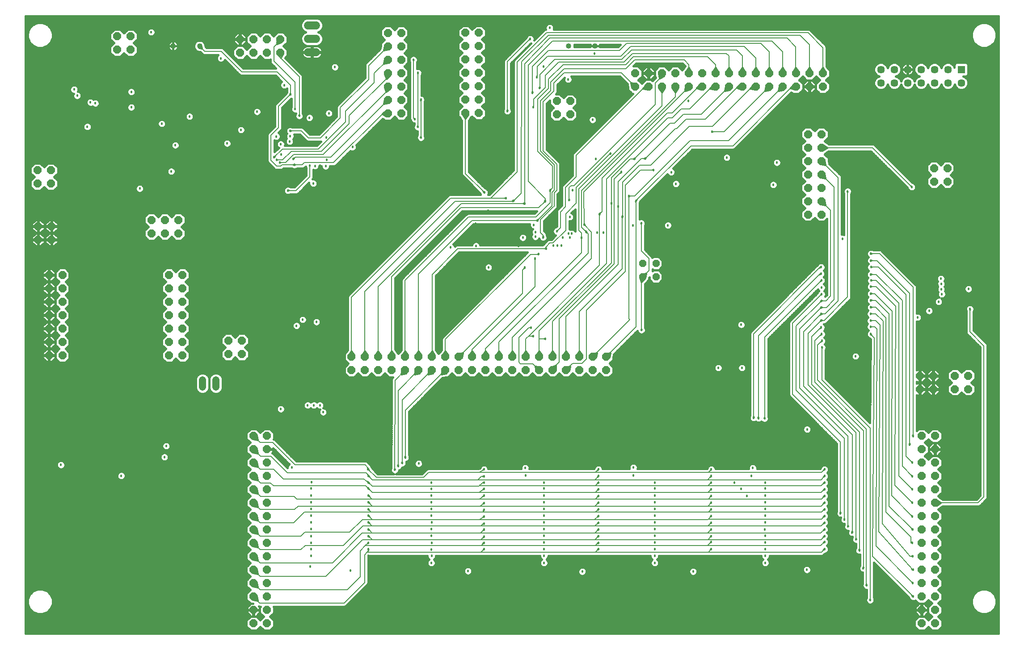
<source format=gbl>
G75*
G70*
%OFA0B0*%
%FSLAX24Y24*%
%IPPOS*%
%LPD*%
%AMOC8*
5,1,8,0,0,1.08239X$1,22.5*
%
%ADD10R,0.0570X0.0570*%
%ADD11C,0.0570*%
%ADD12OC8,0.0600*%
%ADD13C,0.0540*%
%ADD14C,0.0400*%
%ADD15OC8,0.0540*%
%ADD16C,0.0600*%
%ADD17C,0.0180*%
%ADD18C,0.0150*%
%ADD19C,0.0080*%
%ADD20C,0.0160*%
%ADD21C,0.0050*%
%ADD22C,0.0100*%
%ADD23C,0.0059*%
%ADD24C,0.0060*%
%ADD25C,0.0120*%
D10*
X070161Y042649D03*
D11*
X069161Y042649D03*
X068161Y042649D03*
X067161Y042649D03*
X066161Y042649D03*
X065161Y042649D03*
X064161Y042649D03*
X064161Y041649D03*
X065161Y041649D03*
X066161Y041649D03*
X067161Y041649D03*
X068161Y041649D03*
X069161Y041649D03*
X070161Y041649D03*
D12*
X069128Y035275D03*
X068128Y035275D03*
X068128Y034275D03*
X069128Y034275D03*
X059732Y033817D03*
X058732Y033817D03*
X058732Y032817D03*
X059732Y032817D03*
X059732Y031817D03*
X058732Y031817D03*
X058732Y034817D03*
X059732Y034817D03*
X059732Y035817D03*
X058732Y035817D03*
X058732Y036817D03*
X059732Y036817D03*
X059732Y037817D03*
X058732Y037817D03*
X058833Y041365D03*
X059833Y041365D03*
X059833Y042365D03*
X058833Y042365D03*
X057833Y042365D03*
X056833Y042365D03*
X055833Y042365D03*
X055833Y041365D03*
X056833Y041365D03*
X057833Y041365D03*
X054833Y041365D03*
X053833Y041365D03*
X052833Y041365D03*
X052833Y042365D03*
X053833Y042365D03*
X054833Y042365D03*
X051833Y042365D03*
X050833Y042365D03*
X050833Y041365D03*
X051833Y041365D03*
X049833Y041365D03*
X048833Y041365D03*
X047833Y041365D03*
X047833Y042365D03*
X048833Y042365D03*
X049833Y042365D03*
X046833Y042365D03*
X045833Y042365D03*
X045833Y041365D03*
X046833Y041365D03*
X040992Y040292D03*
X039992Y040292D03*
X039992Y039292D03*
X040992Y039292D03*
X034174Y039394D03*
X033174Y039394D03*
X033174Y040394D03*
X034174Y040394D03*
X034174Y041394D03*
X033174Y041394D03*
X033174Y042394D03*
X034174Y042394D03*
X034174Y043394D03*
X033174Y043394D03*
X033174Y044394D03*
X034174Y044394D03*
X034174Y045394D03*
X033174Y045394D03*
X028390Y045373D03*
X027390Y045373D03*
X027390Y044373D03*
X028390Y044373D03*
X028390Y043373D03*
X027390Y043373D03*
X027390Y042373D03*
X028390Y042373D03*
X028390Y041373D03*
X027390Y041373D03*
X027390Y040373D03*
X028390Y040373D03*
X028390Y039373D03*
X027390Y039373D03*
X019374Y043899D03*
X018374Y043899D03*
X017374Y043899D03*
X016374Y043899D03*
X016374Y044899D03*
X017374Y044899D03*
X018374Y044899D03*
X019374Y044899D03*
X008210Y045126D03*
X007210Y045126D03*
X007210Y044126D03*
X008210Y044126D03*
X002265Y035122D03*
X002265Y034122D03*
X001265Y034122D03*
X001265Y035122D03*
X001319Y030944D03*
X002319Y030944D03*
X002319Y029944D03*
X001319Y029944D03*
X002128Y027300D03*
X003128Y027300D03*
X003128Y026300D03*
X003128Y025300D03*
X003128Y024300D03*
X003128Y023300D03*
X003128Y022300D03*
X003128Y021300D03*
X002128Y021300D03*
X002128Y022300D03*
X002128Y023300D03*
X002128Y024300D03*
X002128Y025300D03*
X002128Y026300D03*
X009765Y030405D03*
X010765Y030405D03*
X011765Y030405D03*
X011765Y031405D03*
X010765Y031405D03*
X009765Y031405D03*
X011075Y027300D03*
X012075Y027300D03*
X012075Y026300D03*
X011075Y026300D03*
X011075Y025300D03*
X012075Y025300D03*
X012075Y024300D03*
X011075Y024300D03*
X011075Y023300D03*
X012075Y023300D03*
X012075Y022300D03*
X011075Y022300D03*
X011075Y021300D03*
X012075Y021300D03*
X015505Y021396D03*
X016505Y021396D03*
X016505Y022396D03*
X015505Y022396D03*
X024681Y021200D03*
X025681Y021200D03*
X026681Y021200D03*
X027681Y021200D03*
X028681Y021200D03*
X029681Y021200D03*
X030681Y021200D03*
X031681Y021200D03*
X032681Y021200D03*
X033681Y021200D03*
X034681Y021200D03*
X035681Y021200D03*
X036681Y021200D03*
X037681Y021200D03*
X038681Y021200D03*
X039681Y021200D03*
X040681Y021200D03*
X041681Y021200D03*
X042681Y021200D03*
X043681Y021200D03*
X043681Y020200D03*
X042681Y020200D03*
X041681Y020200D03*
X040681Y020200D03*
X039681Y020200D03*
X038681Y020200D03*
X037681Y020200D03*
X036681Y020200D03*
X035681Y020200D03*
X034681Y020200D03*
X033681Y020200D03*
X032681Y020200D03*
X031681Y020200D03*
X030681Y020200D03*
X029681Y020200D03*
X028681Y020200D03*
X027681Y020200D03*
X026681Y020200D03*
X025681Y020200D03*
X024681Y020200D03*
X018376Y015290D03*
X018376Y014290D03*
X018376Y013290D03*
X018376Y012290D03*
X018376Y011290D03*
X017376Y011290D03*
X017376Y012290D03*
X017376Y013290D03*
X017376Y014290D03*
X017376Y015290D03*
X017376Y010290D03*
X017376Y009290D03*
X017376Y008290D03*
X017376Y007290D03*
X017376Y006290D03*
X017376Y005290D03*
X017376Y004290D03*
X017376Y003290D03*
X018376Y003290D03*
X018376Y004290D03*
X018376Y005290D03*
X018376Y006290D03*
X018376Y007290D03*
X018376Y008290D03*
X018376Y009290D03*
X018376Y010290D03*
X018376Y002290D03*
X018376Y001290D03*
X017376Y001290D03*
X017376Y002290D03*
X067204Y002290D03*
X068204Y002290D03*
X068204Y001290D03*
X067204Y001290D03*
X067204Y003290D03*
X068204Y003290D03*
X068204Y004290D03*
X067204Y004290D03*
X067204Y005290D03*
X068204Y005290D03*
X068204Y006290D03*
X067204Y006290D03*
X067204Y007290D03*
X068204Y007290D03*
X068204Y008290D03*
X067204Y008290D03*
X067204Y009290D03*
X068204Y009290D03*
X068204Y010290D03*
X067204Y010290D03*
X067204Y011290D03*
X068204Y011290D03*
X068204Y012290D03*
X067204Y012290D03*
X067204Y013290D03*
X068204Y013290D03*
X068204Y014290D03*
X067204Y014290D03*
X067204Y015290D03*
X068204Y015290D03*
X068070Y018769D03*
X067070Y018769D03*
X067070Y019769D03*
X068070Y019769D03*
X069676Y019785D03*
X070676Y019785D03*
X070676Y018785D03*
X069676Y018785D03*
D13*
X014570Y018937D02*
X014570Y019477D01*
X013570Y019477D02*
X013570Y018937D01*
D14*
X013355Y044394D03*
X011387Y044394D03*
X040881Y044394D03*
X042850Y044394D03*
D15*
X046393Y028160D03*
X047393Y028160D03*
X047393Y027160D03*
X046393Y027160D03*
D16*
X022043Y043944D02*
X021443Y043944D01*
X021443Y044944D02*
X022043Y044944D01*
X022043Y045944D02*
X021443Y045944D01*
D17*
X023445Y042830D03*
X021891Y040923D03*
X020134Y040795D03*
X019662Y041480D03*
X019666Y039829D03*
X020470Y039697D03*
X020794Y039190D03*
X021545Y039050D03*
X022990Y039377D03*
X021771Y038047D03*
X022810Y037557D03*
X024770Y036857D03*
X022840Y035897D03*
X022758Y035431D03*
X022354Y035471D03*
X021969Y035452D03*
X021570Y035477D03*
X020429Y035529D03*
X020350Y035979D03*
X019426Y036297D03*
X019102Y035887D03*
X018916Y036104D03*
X019333Y035688D03*
X019410Y037077D03*
X020070Y037277D03*
X020110Y037667D03*
X020120Y038057D03*
X019080Y037647D03*
X018646Y039078D03*
X017640Y039490D03*
X016450Y038137D03*
X015361Y038684D03*
X015483Y039844D03*
X015407Y041265D03*
X012605Y039142D03*
X011184Y037952D03*
X010535Y038602D03*
X009457Y037438D03*
X011540Y036987D03*
X011240Y035047D03*
X008895Y033754D03*
X007622Y034872D03*
X005863Y034867D03*
X004988Y038381D03*
X003943Y039169D03*
X005216Y040188D03*
X005579Y040130D03*
X006761Y039860D03*
X008266Y039821D03*
X008258Y040981D03*
X006746Y041016D03*
X004233Y040690D03*
X003994Y041158D03*
X009750Y045437D03*
X014941Y043478D03*
X015410Y037127D03*
X016983Y036409D03*
X015432Y035534D03*
X014228Y035470D03*
X019940Y033607D03*
X021836Y034148D03*
X022975Y032620D03*
X024214Y034151D03*
X027401Y034223D03*
X027444Y036315D03*
X029860Y037567D03*
X029630Y038357D03*
X029410Y038937D03*
X029860Y040394D03*
X029640Y042394D03*
X029310Y043373D03*
X036310Y039537D03*
X038235Y039822D03*
X038180Y040917D03*
X038715Y041262D03*
X038495Y042072D03*
X038993Y042864D03*
X040850Y041907D03*
X042794Y043850D03*
X039464Y045770D03*
X038010Y044927D03*
X042660Y038900D03*
X044000Y036367D03*
X042900Y035977D03*
X041158Y035445D03*
X041160Y033647D03*
X040920Y032887D03*
X040140Y032827D03*
X039132Y032806D03*
X039493Y033623D03*
X037599Y032634D03*
X036748Y032827D03*
X036189Y033034D03*
X034862Y032087D03*
X033953Y031124D03*
X032043Y031151D03*
X032079Y029364D03*
X033971Y029478D03*
X035010Y029599D03*
X034906Y027875D03*
X036494Y027926D03*
X037620Y027857D03*
X038370Y028527D03*
X038650Y028857D03*
X039190Y029267D03*
X039752Y029489D03*
X040053Y029493D03*
X040354Y029490D03*
X040435Y030105D03*
X040972Y030095D03*
X040882Y030408D03*
X041117Y030392D03*
X041840Y030077D03*
X042200Y030517D03*
X042990Y030457D03*
X043471Y030477D03*
X042050Y031067D03*
X043180Y031847D03*
X044070Y032647D03*
X044570Y032427D03*
X045370Y033187D03*
X045890Y032837D03*
X044900Y031657D03*
X045677Y031013D03*
X046300Y031177D03*
X048287Y031013D03*
X048878Y034108D03*
X048523Y034982D03*
X047210Y035147D03*
X046600Y035997D03*
X045780Y035957D03*
X044810Y034987D03*
X040970Y031637D03*
X040967Y031266D03*
X040000Y030567D03*
X038980Y030107D03*
X038390Y030167D03*
X038410Y030517D03*
X037502Y030469D03*
X037456Y030096D03*
X037748Y029663D03*
X037138Y029483D03*
X038286Y031051D03*
X038540Y031367D03*
X034590Y033467D03*
X023455Y030416D03*
X020038Y030410D03*
X019268Y030330D03*
X019989Y031886D03*
X021045Y023971D03*
X020587Y023519D03*
X022071Y023792D03*
X022875Y024096D03*
X022330Y017577D03*
X021880Y017577D03*
X021420Y017577D03*
X022570Y017057D03*
X020460Y017747D03*
X019412Y017295D03*
X020222Y012925D03*
X021710Y011837D03*
X021670Y011357D03*
X021670Y010827D03*
X021670Y010327D03*
X021670Y009822D03*
X021670Y009327D03*
X021670Y008822D03*
X021670Y008322D03*
X021680Y007787D03*
X021670Y007317D03*
X021671Y006826D03*
X021677Y006327D03*
X021620Y005527D03*
X024610Y005237D03*
X025950Y006327D03*
X025950Y006827D03*
X025940Y007317D03*
X025950Y007810D03*
X025950Y008312D03*
X025950Y008827D03*
X025950Y009327D03*
X025950Y009807D03*
X025950Y010327D03*
X025950Y010827D03*
X025950Y011357D03*
X025950Y011807D03*
X025950Y012307D03*
X025920Y012807D03*
X027917Y012762D03*
X028157Y013042D03*
X028457Y013267D03*
X028700Y013677D03*
X029692Y013225D03*
X029170Y012587D03*
X030650Y011807D03*
X030647Y011327D03*
X030647Y010832D03*
X030637Y010342D03*
X030637Y009842D03*
X030637Y009332D03*
X030657Y008822D03*
X030650Y008321D03*
X030650Y007827D03*
X030670Y007317D03*
X030651Y006816D03*
X030660Y006323D03*
X030650Y005807D03*
X033373Y005195D03*
X034570Y006316D03*
X034570Y006847D03*
X034560Y007297D03*
X034570Y007754D03*
X034580Y008292D03*
X034570Y008749D03*
X034570Y009272D03*
X034570Y009772D03*
X034570Y010272D03*
X034570Y010822D03*
X034570Y011337D03*
X034570Y011807D03*
X034570Y012267D03*
X034570Y012787D03*
X037642Y012900D03*
X037660Y012337D03*
X039040Y011807D03*
X039040Y011367D03*
X039040Y010832D03*
X039040Y010332D03*
X039040Y009832D03*
X039040Y009332D03*
X039047Y008832D03*
X039040Y008332D03*
X039040Y007832D03*
X039040Y007327D03*
X039047Y006835D03*
X039047Y006332D03*
X039050Y005807D03*
X041897Y005159D03*
X043100Y006306D03*
X043100Y006837D03*
X043090Y007317D03*
X043100Y007810D03*
X043100Y008312D03*
X043100Y008819D03*
X043100Y009307D03*
X043100Y009807D03*
X043100Y010307D03*
X043100Y010807D03*
X043100Y011307D03*
X043100Y011807D03*
X043100Y012287D03*
X043100Y012787D03*
X045712Y012930D03*
X045710Y012337D03*
X047290Y011807D03*
X047290Y011357D03*
X047290Y010822D03*
X047290Y010322D03*
X047290Y009822D03*
X047290Y009322D03*
X047290Y008822D03*
X047290Y008322D03*
X047290Y007822D03*
X047290Y007327D03*
X047297Y006825D03*
X047297Y006322D03*
X047297Y005807D03*
X050156Y005166D03*
X051520Y006306D03*
X051520Y006837D03*
X051520Y007367D03*
X051520Y007810D03*
X051520Y008312D03*
X051520Y008819D03*
X051520Y009307D03*
X051520Y009807D03*
X051520Y010307D03*
X051520Y010807D03*
X051520Y011307D03*
X051520Y011807D03*
X051520Y012287D03*
X051520Y012787D03*
X053250Y011807D03*
X053730Y011327D03*
X054160Y010807D03*
X055540Y010822D03*
X055540Y011357D03*
X055540Y011807D03*
X054500Y012307D03*
X054612Y012890D03*
X055540Y010322D03*
X055540Y009822D03*
X055530Y009337D03*
X055540Y008827D03*
X055520Y008317D03*
X055540Y007822D03*
X055540Y007337D03*
X055547Y006825D03*
X055547Y006322D03*
X055550Y005817D03*
X058646Y005296D03*
X059960Y006306D03*
X059960Y006837D03*
X059960Y007367D03*
X059960Y007810D03*
X059960Y008312D03*
X059960Y008819D03*
X059960Y009307D03*
X059960Y009807D03*
X059960Y010307D03*
X059960Y010807D03*
X059960Y011307D03*
X059960Y011807D03*
X059960Y012287D03*
X059960Y012787D03*
X058663Y015783D03*
X057450Y016406D03*
X055490Y016587D03*
X055030Y016607D03*
X054680Y016637D03*
X053802Y020368D03*
X052044Y020369D03*
X053750Y023597D03*
X059710Y023917D03*
X059720Y024387D03*
X059710Y024877D03*
X059730Y025377D03*
X059740Y025877D03*
X059750Y026367D03*
X059730Y026897D03*
X059700Y027387D03*
X059710Y027887D03*
X059551Y029546D03*
X061298Y030013D03*
X063420Y028897D03*
X063420Y028377D03*
X063430Y027887D03*
X063420Y027347D03*
X063430Y026887D03*
X063420Y026437D03*
X063420Y025907D03*
X063410Y025407D03*
X063410Y024887D03*
X063390Y024407D03*
X063390Y023897D03*
X063390Y023437D03*
X063410Y022887D03*
X063400Y022387D03*
X062282Y021237D03*
X059780Y021907D03*
X059770Y022387D03*
X059740Y022887D03*
X059720Y023387D03*
X066900Y024137D03*
X067760Y024627D03*
X068646Y024643D03*
X068470Y025307D03*
X068710Y025877D03*
X068670Y026247D03*
X068660Y026647D03*
X068640Y027037D03*
X070700Y026267D03*
X070810Y024767D03*
X061680Y033547D03*
X066470Y033877D03*
X056410Y035697D03*
X056143Y034046D03*
X052670Y036077D03*
X051570Y037987D03*
X049814Y040310D03*
X046310Y023187D03*
X039130Y022537D03*
X038230Y022737D03*
X038080Y023367D03*
X061150Y009517D03*
X061440Y009037D03*
X061720Y008527D03*
X062010Y008077D03*
X062310Y007557D03*
X062555Y006742D03*
X062850Y005417D03*
X063095Y004132D03*
X063365Y003032D03*
X066560Y003287D03*
X066550Y004297D03*
X066560Y005290D03*
X066530Y006302D03*
X066520Y007289D03*
X066530Y008287D03*
X066510Y009277D03*
X066510Y010297D03*
X066520Y011287D03*
X066520Y012277D03*
X066510Y013287D03*
X066320Y014637D03*
X066560Y015283D03*
X058814Y002374D03*
X051120Y002357D03*
X041757Y002912D03*
X033515Y002757D03*
X025570Y002367D03*
X010736Y013712D03*
X010860Y014537D03*
X009928Y015554D03*
X007518Y012311D03*
X003950Y011965D03*
X003020Y013127D03*
X004047Y002704D03*
D18*
X000365Y000534D02*
X000365Y046620D01*
X072947Y046620D01*
X072947Y000534D01*
X000365Y000534D01*
X000365Y000569D02*
X072947Y000569D01*
X072947Y000718D02*
X000365Y000718D01*
X000365Y000866D02*
X017057Y000866D01*
X017159Y000765D02*
X017593Y000765D01*
X017876Y001048D01*
X018159Y000765D01*
X018593Y000765D01*
X018901Y001073D01*
X018901Y001508D01*
X018618Y001790D01*
X018901Y002073D01*
X018901Y002508D01*
X018857Y002552D01*
X024182Y002552D01*
X024280Y002592D01*
X025810Y004122D01*
X025884Y004197D01*
X025925Y004294D01*
X025925Y006307D01*
X025959Y006342D01*
X030345Y006342D01*
X030345Y006261D01*
X030393Y006145D01*
X030467Y006070D01*
X030383Y005985D01*
X030335Y005870D01*
X030335Y005744D01*
X030383Y005628D01*
X030471Y005540D01*
X030587Y005492D01*
X030712Y005492D01*
X030828Y005540D01*
X030917Y005628D01*
X030965Y005744D01*
X030965Y005870D01*
X030917Y005985D01*
X030842Y006060D01*
X030927Y006145D01*
X030975Y006261D01*
X030975Y006342D01*
X038732Y006342D01*
X038732Y006269D01*
X038780Y006154D01*
X038865Y006068D01*
X038783Y005985D01*
X038735Y005870D01*
X038735Y005744D01*
X038783Y005628D01*
X038871Y005540D01*
X038987Y005492D01*
X039112Y005492D01*
X039228Y005540D01*
X039317Y005628D01*
X039365Y005744D01*
X039365Y005870D01*
X039317Y005985D01*
X039231Y006071D01*
X039314Y006154D01*
X039362Y006269D01*
X039362Y006342D01*
X046982Y006342D01*
X046982Y006259D01*
X047030Y006144D01*
X047109Y006064D01*
X047030Y005985D01*
X046982Y005870D01*
X046982Y005744D01*
X047030Y005628D01*
X047118Y005540D01*
X047234Y005492D01*
X047359Y005492D01*
X047475Y005540D01*
X047564Y005628D01*
X047612Y005744D01*
X047612Y005870D01*
X047564Y005985D01*
X047485Y006064D01*
X055351Y006064D01*
X055355Y006068D02*
X055283Y005995D01*
X055235Y005880D01*
X055235Y005754D01*
X055283Y005638D01*
X055371Y005550D01*
X055487Y005502D01*
X055612Y005502D01*
X055728Y005550D01*
X055817Y005638D01*
X055865Y005754D01*
X055865Y005880D01*
X055817Y005995D01*
X055741Y006071D01*
X055814Y006144D01*
X055862Y006259D01*
X055862Y006342D01*
X059782Y006342D01*
X059880Y006382D01*
X059954Y006457D01*
X060009Y006511D01*
X060088Y006549D01*
X060138Y006570D01*
X060227Y006658D01*
X060275Y006774D01*
X060275Y006900D01*
X060227Y007015D01*
X060140Y007102D01*
X060227Y007188D01*
X060275Y007304D01*
X060275Y007430D01*
X060227Y007545D01*
X060184Y007588D01*
X060227Y007631D01*
X060275Y007747D01*
X060275Y007872D01*
X060227Y007988D01*
X060154Y008061D01*
X060227Y008134D01*
X060275Y008249D01*
X060275Y008375D01*
X060227Y008490D01*
X060151Y008566D01*
X060227Y008641D01*
X060275Y008757D01*
X060275Y008882D01*
X060227Y008998D01*
X060161Y009063D01*
X060227Y009128D01*
X060275Y009244D01*
X060275Y009370D01*
X060227Y009485D01*
X060155Y009557D01*
X060227Y009628D01*
X060275Y009744D01*
X060275Y009870D01*
X060227Y009985D01*
X060155Y010057D01*
X060227Y010128D01*
X060275Y010244D01*
X060275Y010370D01*
X060227Y010485D01*
X060155Y010557D01*
X060227Y010628D01*
X060275Y010744D01*
X060275Y010870D01*
X060227Y010985D01*
X060155Y011057D01*
X060227Y011128D01*
X060275Y011244D01*
X060275Y011370D01*
X060227Y011485D01*
X060155Y011557D01*
X060227Y011628D01*
X060275Y011744D01*
X060275Y011870D01*
X060227Y011985D01*
X060165Y012047D01*
X060227Y012108D01*
X060275Y012224D01*
X060275Y012350D01*
X060227Y012465D01*
X060155Y012537D01*
X060227Y012608D01*
X060275Y012724D01*
X060275Y012850D01*
X060227Y012965D01*
X060138Y013054D01*
X060022Y013102D01*
X059897Y013102D01*
X059781Y013054D01*
X059693Y012965D01*
X059672Y012915D01*
X059634Y012836D01*
X059620Y012822D01*
X054925Y012822D01*
X054927Y012827D01*
X054927Y012953D01*
X054879Y013068D01*
X054790Y013157D01*
X054675Y013205D01*
X054549Y013205D01*
X054434Y013157D01*
X054345Y013068D01*
X054297Y012953D01*
X054297Y012827D01*
X054299Y012822D01*
X051835Y012822D01*
X051835Y012850D01*
X051787Y012965D01*
X051698Y013054D01*
X051582Y013102D01*
X051457Y013102D01*
X051341Y013054D01*
X051253Y012965D01*
X051232Y012915D01*
X051194Y012836D01*
X051180Y012822D01*
X046008Y012822D01*
X046027Y012867D01*
X046027Y012993D01*
X045979Y013108D01*
X045890Y013197D01*
X045775Y013245D01*
X045649Y013245D01*
X045534Y013197D01*
X045445Y013108D01*
X045397Y012993D01*
X045397Y012867D01*
X045416Y012822D01*
X043415Y012822D01*
X043415Y012850D01*
X043367Y012965D01*
X043278Y013054D01*
X043162Y013102D01*
X043037Y013102D01*
X042921Y013054D01*
X042833Y012965D01*
X042812Y012915D01*
X042774Y012836D01*
X042760Y012822D01*
X037951Y012822D01*
X037957Y012837D01*
X037957Y012963D01*
X037909Y013078D01*
X037820Y013167D01*
X037705Y013215D01*
X037579Y013215D01*
X037464Y013167D01*
X037375Y013078D01*
X037327Y012963D01*
X037327Y012837D01*
X037333Y012822D01*
X034885Y012822D01*
X034885Y012850D01*
X034837Y012965D01*
X034748Y013054D01*
X034632Y013102D01*
X034507Y013102D01*
X034391Y013054D01*
X034357Y013020D01*
X034340Y013009D01*
X034340Y013009D01*
X034340Y013009D01*
X034326Y012989D01*
X034303Y012965D01*
X034291Y012938D01*
X034256Y012886D01*
X034167Y012822D01*
X030377Y012822D01*
X030279Y012782D01*
X030205Y012707D01*
X029950Y012452D01*
X027991Y012452D01*
X028095Y012495D01*
X028184Y012584D01*
X028232Y012699D01*
X028232Y012732D01*
X028335Y012775D01*
X028424Y012864D01*
X028460Y012952D01*
X028519Y012952D01*
X028635Y013000D01*
X028724Y013088D01*
X028772Y013204D01*
X028772Y013330D01*
X028758Y013362D01*
X028762Y013362D01*
X028878Y013410D01*
X028967Y013498D01*
X029015Y013614D01*
X029015Y013740D01*
X028994Y013790D01*
X028965Y013872D01*
X028965Y017109D01*
X031477Y019622D01*
X031515Y019629D01*
X031517Y019631D01*
X031734Y019675D01*
X031898Y019675D01*
X032181Y019958D01*
X032463Y019675D01*
X032898Y019675D01*
X033181Y019958D01*
X033463Y019675D01*
X033898Y019675D01*
X034181Y019958D01*
X034463Y019675D01*
X034898Y019675D01*
X035181Y019958D01*
X035463Y019675D01*
X035898Y019675D01*
X036181Y019958D01*
X036463Y019675D01*
X036898Y019675D01*
X037181Y019958D01*
X037463Y019675D01*
X037898Y019675D01*
X038181Y019958D01*
X038463Y019675D01*
X038898Y019675D01*
X039181Y019958D01*
X039463Y019675D01*
X039898Y019675D01*
X040181Y019958D01*
X040463Y019675D01*
X040898Y019675D01*
X041181Y019958D01*
X041463Y019675D01*
X041898Y019675D01*
X042181Y019958D01*
X042463Y019675D01*
X042898Y019675D01*
X043181Y019958D01*
X043463Y019675D01*
X043898Y019675D01*
X044206Y019983D01*
X044206Y020418D01*
X043923Y020700D01*
X044206Y020983D01*
X044206Y021147D01*
X044251Y021364D01*
X044252Y021366D01*
X044259Y021404D01*
X045995Y023139D01*
X045995Y023124D01*
X046043Y023008D01*
X046131Y022920D01*
X046247Y022872D01*
X046372Y022872D01*
X046488Y022920D01*
X046577Y023008D01*
X046625Y023124D01*
X046625Y023250D01*
X046604Y023300D01*
X046575Y023382D01*
X046575Y026643D01*
X046597Y026665D01*
X046598Y026665D01*
X046742Y026809D01*
X046785Y026851D01*
X046785Y026852D01*
X046888Y026955D01*
X046888Y027103D01*
X046898Y027146D01*
X046898Y026955D01*
X047188Y026665D01*
X047598Y026665D01*
X047888Y026955D01*
X047888Y027365D01*
X047598Y027655D01*
X047188Y027655D01*
X047125Y027591D01*
X047125Y027728D01*
X047188Y027665D01*
X047598Y027665D01*
X047888Y027955D01*
X047888Y028365D01*
X047598Y028655D01*
X047188Y028655D01*
X047121Y028588D01*
X047084Y028677D01*
X047010Y028752D01*
X046565Y029197D01*
X046565Y030981D01*
X046594Y031064D01*
X046615Y031114D01*
X046615Y031240D01*
X046567Y031355D01*
X046478Y031444D01*
X046362Y031492D01*
X046237Y031492D01*
X046185Y031470D01*
X046185Y032657D01*
X046189Y032677D01*
X046187Y032691D01*
X046195Y032745D01*
X046197Y032749D01*
X046215Y032788D01*
X048249Y034821D01*
X048256Y034804D01*
X048345Y034715D01*
X048461Y034667D01*
X048586Y034667D01*
X048702Y034715D01*
X048790Y034804D01*
X048838Y034920D01*
X048838Y035045D01*
X048790Y035161D01*
X048702Y035249D01*
X048684Y035257D01*
X050109Y036682D01*
X053182Y036682D01*
X053280Y036722D01*
X057485Y040928D01*
X057549Y040907D01*
X057615Y040840D01*
X058050Y040840D01*
X058358Y041148D01*
X058358Y041582D01*
X058075Y041865D01*
X058333Y042123D01*
X058615Y041840D01*
X059050Y041840D01*
X059333Y042123D01*
X059590Y041865D01*
X059308Y041582D01*
X059308Y041148D01*
X059615Y040840D01*
X060050Y040840D01*
X060358Y041148D01*
X060358Y041582D01*
X060075Y041865D01*
X060358Y042148D01*
X060358Y042582D01*
X060242Y042698D01*
X060120Y042884D01*
X060119Y042886D01*
X060098Y042918D01*
X060098Y044336D01*
X060057Y044434D01*
X058880Y045612D01*
X058782Y045652D01*
X039756Y045652D01*
X039779Y045708D01*
X039779Y045833D01*
X039731Y045949D01*
X039643Y046037D01*
X039527Y046085D01*
X039402Y046085D01*
X039286Y046037D01*
X039197Y045949D01*
X039149Y045833D01*
X039149Y045708D01*
X039173Y045650D01*
X039079Y045612D01*
X038319Y044851D01*
X038325Y044864D01*
X038325Y044990D01*
X038277Y045105D01*
X038188Y045194D01*
X038072Y045242D01*
X037947Y045242D01*
X037831Y045194D01*
X037743Y045105D01*
X037722Y045055D01*
X037684Y044976D01*
X036085Y043377D01*
X036045Y043280D01*
X036045Y039732D01*
X036030Y039692D01*
X036015Y039650D01*
X035995Y039600D01*
X035995Y039474D01*
X036043Y039358D01*
X036131Y039270D01*
X036247Y039222D01*
X036372Y039222D01*
X036488Y039270D01*
X036577Y039358D01*
X036625Y039474D01*
X036625Y039600D01*
X036604Y039650D01*
X036575Y039732D01*
X036575Y043117D01*
X038059Y044601D01*
X038079Y044611D01*
X036899Y043432D01*
X036825Y043357D01*
X036785Y043260D01*
X036785Y035127D01*
X034957Y033299D01*
X034861Y033299D01*
X034905Y033404D01*
X034905Y033530D01*
X034857Y033645D01*
X034768Y033734D01*
X034718Y033755D01*
X034639Y033792D01*
X033439Y034992D01*
X033439Y038842D01*
X033461Y038874D01*
X033461Y038876D01*
X033583Y039061D01*
X033674Y039152D01*
X033957Y038869D01*
X034392Y038869D01*
X034699Y039177D01*
X034699Y039612D01*
X034417Y039894D01*
X034699Y040177D01*
X034699Y040612D01*
X034417Y040894D01*
X034699Y041177D01*
X034699Y041612D01*
X034417Y041894D01*
X034699Y042177D01*
X034699Y042612D01*
X034417Y042894D01*
X034699Y043177D01*
X034699Y043612D01*
X034417Y043894D01*
X034699Y044177D01*
X034699Y044612D01*
X034417Y044894D01*
X034699Y045177D01*
X034699Y045612D01*
X034392Y045919D01*
X033957Y045919D01*
X033674Y045637D01*
X033392Y045919D01*
X032957Y045919D01*
X032649Y045612D01*
X032649Y045177D01*
X032932Y044894D01*
X032649Y044612D01*
X032649Y044177D01*
X032932Y043894D01*
X032649Y043612D01*
X032649Y043177D01*
X032932Y042894D01*
X032649Y042612D01*
X032649Y042177D01*
X032932Y041894D01*
X032649Y041612D01*
X032649Y041177D01*
X032932Y040894D01*
X032649Y040612D01*
X032649Y040177D01*
X032932Y039894D01*
X032649Y039612D01*
X032649Y039177D01*
X032765Y039061D01*
X032887Y038876D01*
X032888Y038874D01*
X032909Y038842D01*
X032909Y034829D01*
X032950Y034732D01*
X033024Y034657D01*
X034264Y033418D01*
X034302Y033339D01*
X034318Y033299D01*
X032024Y033299D01*
X031927Y033259D01*
X031852Y033184D01*
X024456Y025788D01*
X024416Y025691D01*
X024416Y021753D01*
X024394Y021721D01*
X024394Y021719D01*
X024272Y021534D01*
X024156Y021418D01*
X024156Y020983D01*
X024438Y020700D01*
X024156Y020418D01*
X024156Y019983D01*
X024463Y019675D01*
X024898Y019675D01*
X025181Y019958D01*
X025463Y019675D01*
X025898Y019675D01*
X026181Y019958D01*
X026463Y019675D01*
X026898Y019675D01*
X027181Y019958D01*
X027463Y019675D01*
X027783Y019675D01*
X027739Y019632D01*
X027702Y019595D01*
X027702Y019594D01*
X027682Y019546D01*
X027662Y019497D01*
X027662Y019497D01*
X027662Y019497D01*
X027662Y019445D01*
X027652Y012958D01*
X027638Y012917D01*
X027638Y012917D01*
X027637Y012914D01*
X027629Y012893D01*
X027623Y012875D01*
X027602Y012825D01*
X027602Y012699D01*
X027650Y012584D01*
X027738Y012495D01*
X027843Y012452D01*
X026649Y012452D01*
X026245Y012856D01*
X026210Y012930D01*
X026205Y012951D01*
X026205Y012951D01*
X026205Y012951D01*
X026196Y012963D01*
X026187Y012985D01*
X026165Y013007D01*
X026144Y013057D01*
X026078Y013124D01*
X026058Y013150D01*
X026046Y013157D01*
X026036Y013168D01*
X026031Y013171D01*
X025840Y013362D01*
X025742Y013402D01*
X020569Y013402D01*
X019024Y014947D01*
X018950Y015022D01*
X018879Y015051D01*
X018901Y015073D01*
X018901Y015508D01*
X018593Y015815D01*
X018159Y015815D01*
X017876Y015533D01*
X017593Y015815D01*
X017159Y015815D01*
X016851Y015508D01*
X016851Y015073D01*
X017134Y014790D01*
X016851Y014508D01*
X016851Y014073D01*
X017134Y013790D01*
X016851Y013508D01*
X016851Y013073D01*
X017134Y012790D01*
X016851Y012508D01*
X016851Y012073D01*
X017134Y011790D01*
X016851Y011508D01*
X016851Y011073D01*
X017134Y010790D01*
X016851Y010508D01*
X016851Y010073D01*
X017134Y009790D01*
X016851Y009508D01*
X016851Y009073D01*
X017134Y008790D01*
X016851Y008508D01*
X016851Y008073D01*
X017134Y007790D01*
X016851Y007508D01*
X016851Y007073D01*
X017134Y006790D01*
X016851Y006508D01*
X016851Y006073D01*
X017134Y005790D01*
X016851Y005508D01*
X016851Y005073D01*
X017134Y004790D01*
X016851Y004508D01*
X016851Y004073D01*
X017134Y003790D01*
X016851Y003508D01*
X016851Y003073D01*
X017159Y002765D01*
X017323Y002765D01*
X017179Y002765D01*
X016901Y002487D01*
X016901Y002315D01*
X017351Y002315D01*
X017351Y002265D01*
X017401Y002265D01*
X017401Y001815D01*
X017573Y001815D01*
X017851Y002093D01*
X017851Y002265D01*
X017401Y002265D01*
X017401Y002315D01*
X017851Y002315D01*
X017851Y002487D01*
X017779Y002559D01*
X017797Y002552D01*
X017895Y002552D01*
X017851Y002508D01*
X017851Y002073D01*
X018134Y001790D01*
X017876Y001533D01*
X017593Y001815D01*
X017159Y001815D01*
X016851Y001508D01*
X016851Y001073D01*
X017159Y000765D01*
X016909Y001015D02*
X000365Y001015D01*
X000365Y001163D02*
X016851Y001163D01*
X016851Y001312D02*
X000365Y001312D01*
X000365Y001460D02*
X016851Y001460D01*
X016952Y001609D02*
X000365Y001609D01*
X000365Y001757D02*
X017101Y001757D01*
X017179Y001815D02*
X017351Y001815D01*
X017351Y002265D01*
X016901Y002265D01*
X016901Y002093D01*
X017179Y001815D01*
X017089Y001906D02*
X000365Y001906D01*
X000365Y002054D02*
X001126Y002054D01*
X001286Y001988D02*
X001653Y001988D01*
X001993Y002129D01*
X002253Y002389D01*
X002393Y002728D01*
X002393Y003096D01*
X002253Y003435D01*
X001993Y003695D01*
X001653Y003836D01*
X001286Y003836D01*
X000946Y003695D01*
X000686Y003435D01*
X000546Y003096D01*
X000546Y002728D01*
X000686Y002389D01*
X000946Y002129D01*
X001286Y001988D01*
X000872Y002203D02*
X000365Y002203D01*
X000365Y002351D02*
X000724Y002351D01*
X000640Y002500D02*
X000365Y002500D01*
X000365Y002648D02*
X000579Y002648D01*
X000546Y002797D02*
X000365Y002797D01*
X000365Y002945D02*
X000546Y002945D01*
X000546Y003094D02*
X000365Y003094D01*
X000365Y003242D02*
X000606Y003242D01*
X000668Y003391D02*
X000365Y003391D01*
X000365Y003539D02*
X000790Y003539D01*
X000939Y003688D02*
X000365Y003688D01*
X000365Y003836D02*
X017087Y003836D01*
X017031Y003688D02*
X002000Y003688D01*
X002149Y003539D02*
X016883Y003539D01*
X016851Y003391D02*
X002271Y003391D01*
X002333Y003242D02*
X016851Y003242D01*
X016851Y003094D02*
X002393Y003094D01*
X002393Y002945D02*
X016978Y002945D01*
X017127Y002797D02*
X002393Y002797D01*
X002360Y002648D02*
X017062Y002648D01*
X016914Y002500D02*
X002299Y002500D01*
X002215Y002351D02*
X016901Y002351D01*
X016901Y002203D02*
X002067Y002203D01*
X001813Y002054D02*
X016940Y002054D01*
X017351Y002054D02*
X017401Y002054D01*
X017401Y001906D02*
X017351Y001906D01*
X017351Y002203D02*
X017401Y002203D01*
X017663Y001906D02*
X018018Y001906D01*
X018101Y001757D02*
X017651Y001757D01*
X017800Y001609D02*
X017952Y001609D01*
X017869Y002054D02*
X017812Y002054D01*
X017851Y002203D02*
X017851Y002203D01*
X017851Y002351D02*
X017851Y002351D01*
X017838Y002500D02*
X017851Y002500D01*
X017323Y002765D02*
X017323Y002765D01*
X018901Y002500D02*
X066742Y002500D01*
X066729Y002487D02*
X067008Y002765D01*
X067179Y002765D01*
X067179Y002315D01*
X067179Y002265D01*
X066729Y002265D01*
X066729Y002093D01*
X067008Y001815D01*
X067179Y001815D01*
X067179Y002265D01*
X067229Y002265D01*
X067229Y001815D01*
X067401Y001815D01*
X067679Y002093D01*
X067679Y002265D01*
X067229Y002265D01*
X067229Y002315D01*
X067179Y002315D01*
X066729Y002315D01*
X066729Y002487D01*
X066729Y002351D02*
X018901Y002351D01*
X018901Y002203D02*
X066729Y002203D01*
X066769Y002054D02*
X018883Y002054D01*
X018734Y001906D02*
X066917Y001906D01*
X066987Y001815D02*
X066679Y001508D01*
X066679Y001073D01*
X066987Y000765D01*
X067422Y000765D01*
X067704Y001048D01*
X067987Y000765D01*
X068422Y000765D01*
X068729Y001073D01*
X068729Y001508D01*
X068447Y001790D01*
X068729Y002073D01*
X068729Y002508D01*
X068447Y002790D01*
X068729Y003073D01*
X068729Y003508D01*
X068447Y003790D01*
X068729Y004073D01*
X068729Y004508D01*
X068447Y004790D01*
X068729Y005073D01*
X068729Y005508D01*
X068447Y005790D01*
X068729Y006073D01*
X068729Y006508D01*
X068447Y006790D01*
X068729Y007073D01*
X068729Y007508D01*
X068447Y007790D01*
X068729Y008073D01*
X068729Y008508D01*
X068447Y008790D01*
X068729Y009073D01*
X068729Y009508D01*
X068447Y009790D01*
X068536Y009880D01*
X068540Y009882D01*
X068540Y009882D01*
X068721Y009999D01*
X068723Y009999D01*
X068757Y010022D01*
X071452Y010022D01*
X071550Y010062D01*
X071624Y010137D01*
X072074Y010587D01*
X072115Y010684D01*
X072115Y022070D01*
X072074Y022167D01*
X072000Y022242D01*
X071075Y023167D01*
X071075Y024571D01*
X071104Y024654D01*
X071125Y024704D01*
X071125Y024830D01*
X071077Y024945D01*
X070988Y025034D01*
X070872Y025082D01*
X070747Y025082D01*
X070631Y025034D01*
X070543Y024945D01*
X070495Y024830D01*
X070495Y024704D01*
X070515Y024654D01*
X070525Y024628D01*
X070529Y024616D01*
X070545Y024571D01*
X070545Y023004D01*
X070585Y022907D01*
X071585Y021907D01*
X071585Y010847D01*
X071290Y010552D01*
X068757Y010552D01*
X068728Y010572D01*
X068726Y010573D01*
X068547Y010692D01*
X068539Y010698D01*
X068447Y010790D01*
X068729Y011073D01*
X068729Y011508D01*
X068447Y011790D01*
X068729Y012073D01*
X068729Y012508D01*
X068447Y012790D01*
X068729Y013073D01*
X068729Y013508D01*
X068422Y013815D01*
X067987Y013815D01*
X067704Y013533D01*
X067447Y013790D01*
X067729Y014073D01*
X067729Y014508D01*
X067447Y014790D01*
X067704Y015048D01*
X067987Y014765D01*
X068422Y014765D01*
X068729Y015073D01*
X068729Y015508D01*
X068422Y015815D01*
X067987Y015815D01*
X067704Y015533D01*
X067422Y015815D01*
X066987Y015815D01*
X066835Y015663D01*
X066835Y018332D01*
X066873Y018294D01*
X067045Y018294D01*
X067045Y018744D01*
X067095Y018744D01*
X067095Y018794D01*
X067545Y018794D01*
X067545Y018966D01*
X067266Y019244D01*
X067095Y019244D01*
X067095Y018794D01*
X067045Y018794D01*
X067045Y019244D01*
X066873Y019244D01*
X066835Y019206D01*
X066835Y019332D01*
X066873Y019294D01*
X067045Y019294D01*
X067045Y019744D01*
X067095Y019744D01*
X067095Y019794D01*
X067545Y019794D01*
X067545Y019966D01*
X067266Y020244D01*
X067095Y020244D01*
X067095Y019794D01*
X067045Y019794D01*
X067045Y020244D01*
X066873Y020244D01*
X066835Y020206D01*
X066835Y023823D01*
X066837Y023822D01*
X066962Y023822D01*
X067078Y023870D01*
X067167Y023958D01*
X067215Y024074D01*
X067215Y024200D01*
X067167Y024315D01*
X067078Y024404D01*
X066962Y024452D01*
X066837Y024452D01*
X066835Y024451D01*
X066835Y026440D01*
X066794Y026537D01*
X066720Y026612D01*
X064284Y029047D01*
X064210Y029122D01*
X064112Y029162D01*
X063615Y029162D01*
X063532Y029191D01*
X063482Y029212D01*
X063357Y029212D01*
X063241Y029164D01*
X063153Y029075D01*
X063105Y028960D01*
X063105Y028834D01*
X063153Y028718D01*
X063234Y028637D01*
X063153Y028555D01*
X063105Y028440D01*
X063105Y028314D01*
X063153Y028198D01*
X063224Y028127D01*
X063163Y028065D01*
X063115Y027950D01*
X063115Y027824D01*
X063163Y027708D01*
X063251Y027620D01*
X063253Y027619D01*
X063241Y027614D01*
X063153Y027525D01*
X063105Y027410D01*
X063105Y027284D01*
X063153Y027168D01*
X063209Y027112D01*
X063163Y027065D01*
X063115Y026950D01*
X063115Y026824D01*
X063163Y026708D01*
X063204Y026667D01*
X063153Y026615D01*
X063105Y026500D01*
X063105Y026374D01*
X063153Y026258D01*
X063239Y026172D01*
X063153Y026085D01*
X063105Y025970D01*
X063105Y025844D01*
X063153Y025728D01*
X063219Y025662D01*
X063143Y025585D01*
X063095Y025470D01*
X063095Y025344D01*
X063143Y025228D01*
X063224Y025147D01*
X063143Y025065D01*
X063095Y024950D01*
X063095Y024824D01*
X063143Y024708D01*
X063194Y024657D01*
X063123Y024585D01*
X063075Y024470D01*
X063075Y024344D01*
X063123Y024228D01*
X063199Y024152D01*
X063123Y024075D01*
X063075Y023960D01*
X063075Y023834D01*
X063123Y023718D01*
X063174Y023667D01*
X063123Y023615D01*
X063075Y023500D01*
X063075Y023374D01*
X063123Y023258D01*
X063211Y023170D01*
X063240Y023158D01*
X063231Y023154D01*
X063143Y023065D01*
X063095Y022950D01*
X063095Y022824D01*
X063143Y022708D01*
X063179Y022672D01*
X063190Y022656D01*
X063191Y022654D01*
X063191Y022654D01*
X063191Y022654D01*
X063191Y022654D01*
X063191Y022654D01*
X063191Y022654D01*
X063209Y022642D01*
X063231Y022620D01*
X063261Y022608D01*
X063321Y022567D01*
X063330Y022556D01*
X063341Y022551D01*
X063394Y022498D01*
X063344Y016277D01*
X060045Y019577D01*
X063370Y019577D01*
X063369Y019429D02*
X060192Y019429D01*
X060045Y019577D02*
X060045Y021711D01*
X060074Y021794D01*
X060095Y021844D01*
X060095Y021970D01*
X060047Y022085D01*
X059980Y022152D01*
X060037Y022208D01*
X060085Y022324D01*
X060085Y022450D01*
X060037Y022565D01*
X059950Y022652D01*
X060007Y022708D01*
X060055Y022824D01*
X060055Y022950D01*
X060007Y023065D01*
X059925Y023147D01*
X059987Y023208D01*
X060035Y023324D01*
X060035Y023450D01*
X059987Y023565D01*
X059901Y023651D01*
X059905Y023652D01*
X059992Y023652D01*
X060090Y023692D01*
X060164Y023767D01*
X061904Y025507D01*
X061945Y025604D01*
X061945Y033351D01*
X061974Y033434D01*
X061995Y033484D01*
X061995Y033610D01*
X061947Y033725D01*
X061858Y033814D01*
X061742Y033862D01*
X061617Y033862D01*
X061501Y033814D01*
X061413Y033725D01*
X061365Y033610D01*
X061365Y033484D01*
X061385Y033434D01*
X061395Y033408D01*
X061399Y033396D01*
X061415Y033351D01*
X061415Y030306D01*
X061360Y030328D01*
X061235Y030328D01*
X061235Y030328D01*
X061235Y034633D01*
X061194Y034730D01*
X060311Y035614D01*
X060303Y035651D01*
X060302Y035653D01*
X060257Y035870D01*
X060257Y036034D01*
X059975Y036317D01*
X060066Y036408D01*
X060251Y036530D01*
X060253Y036531D01*
X060285Y036552D01*
X063420Y036552D01*
X066144Y033828D01*
X066182Y033749D01*
X066203Y033698D01*
X066291Y033610D01*
X066407Y033562D01*
X066532Y033562D01*
X066648Y033610D01*
X066737Y033698D01*
X066785Y033814D01*
X066785Y033940D01*
X066737Y034055D01*
X066648Y034144D01*
X066598Y034165D01*
X066519Y034202D01*
X063754Y036967D01*
X063680Y037042D01*
X063582Y037082D01*
X060285Y037082D01*
X060253Y037104D01*
X060251Y037104D01*
X060066Y037226D01*
X059975Y037317D01*
X060257Y037600D01*
X060257Y038034D01*
X059950Y038342D01*
X059515Y038342D01*
X059232Y038059D01*
X058950Y038342D01*
X058515Y038342D01*
X058207Y038034D01*
X058207Y037600D01*
X058490Y037317D01*
X058207Y037034D01*
X058207Y036600D01*
X058490Y036317D01*
X058207Y036034D01*
X058207Y035600D01*
X058490Y035317D01*
X058207Y035034D01*
X058207Y034600D01*
X058490Y034317D01*
X058207Y034034D01*
X058207Y033600D01*
X058490Y033317D01*
X058207Y033034D01*
X058207Y032600D01*
X058490Y032317D01*
X058207Y032034D01*
X058207Y031600D01*
X058515Y031292D01*
X058950Y031292D01*
X059232Y031575D01*
X059515Y031292D01*
X059950Y031292D01*
X060145Y031487D01*
X060145Y025837D01*
X060007Y025699D01*
X060055Y025814D01*
X060055Y025940D01*
X060007Y026055D01*
X059945Y026117D01*
X060017Y026188D01*
X060065Y026304D01*
X060065Y026430D01*
X060017Y026545D01*
X059928Y026634D01*
X059917Y026639D01*
X059997Y026718D01*
X060045Y026834D01*
X060045Y026960D01*
X059997Y027075D01*
X059915Y027157D01*
X059967Y027208D01*
X060015Y027324D01*
X060015Y027450D01*
X059967Y027565D01*
X059900Y027632D01*
X059977Y027708D01*
X060025Y027824D01*
X060025Y027950D01*
X059977Y028065D01*
X059888Y028154D01*
X059772Y028202D01*
X059647Y028202D01*
X059531Y028154D01*
X059517Y028140D01*
X059511Y028137D01*
X059511Y028137D01*
X059511Y028137D01*
X059481Y028104D01*
X059481Y028104D01*
X059443Y028065D01*
X059439Y028057D01*
X059406Y028021D01*
X059394Y028013D01*
X059386Y028002D01*
X059376Y027988D01*
X054529Y023142D01*
X054455Y023067D01*
X054415Y022970D01*
X054415Y016832D01*
X054400Y016792D01*
X054385Y016750D01*
X054365Y016700D01*
X054365Y016574D01*
X054413Y016458D01*
X054501Y016370D01*
X054617Y016322D01*
X054742Y016322D01*
X054832Y016359D01*
X054851Y016340D01*
X054967Y016292D01*
X055092Y016292D01*
X055208Y016340D01*
X055250Y016381D01*
X055311Y016320D01*
X055427Y016272D01*
X055552Y016272D01*
X055668Y016320D01*
X055757Y016408D01*
X055805Y016524D01*
X055805Y016650D01*
X055784Y016700D01*
X055755Y016782D01*
X055755Y022547D01*
X057315Y022547D01*
X057315Y022399D02*
X055755Y022399D01*
X055755Y022547D02*
X059457Y026250D01*
X059483Y026188D01*
X059544Y026127D01*
X059473Y026055D01*
X059452Y026005D01*
X059414Y025926D01*
X057429Y023942D01*
X057355Y023867D01*
X057315Y023770D01*
X057315Y018344D01*
X057355Y018247D01*
X060885Y014717D01*
X060885Y009712D01*
X060874Y009682D01*
X060855Y009630D01*
X060835Y009580D01*
X060835Y009454D01*
X060883Y009338D01*
X060971Y009250D01*
X061087Y009202D01*
X061164Y009202D01*
X061145Y009150D01*
X061125Y009100D01*
X061125Y008974D01*
X061173Y008858D01*
X061261Y008770D01*
X061377Y008722D01*
X061454Y008722D01*
X061444Y008692D01*
X061425Y008640D01*
X061405Y008590D01*
X061405Y008464D01*
X061453Y008348D01*
X061541Y008260D01*
X061657Y008212D01*
X061723Y008212D01*
X061712Y008194D01*
X061710Y008176D01*
X061695Y008140D01*
X061695Y008014D01*
X061743Y007898D01*
X061831Y007810D01*
X061947Y007762D01*
X062045Y007762D01*
X062045Y007752D01*
X062015Y007670D01*
X061995Y007620D01*
X061995Y007494D01*
X062043Y007378D01*
X062131Y007290D01*
X062247Y007242D01*
X062290Y007242D01*
X062290Y006937D01*
X062260Y006855D01*
X062240Y006805D01*
X062240Y006679D01*
X062288Y006563D01*
X062376Y006475D01*
X062492Y006427D01*
X062605Y006427D01*
X062605Y005629D01*
X062592Y005605D01*
X062583Y005595D01*
X062563Y005549D01*
X062548Y005519D01*
X062545Y005514D01*
X062545Y005514D01*
X062545Y005514D01*
X062544Y005503D01*
X062535Y005480D01*
X062535Y005354D01*
X062583Y005238D01*
X062671Y005150D01*
X062787Y005102D01*
X062815Y005102D01*
X062815Y004327D01*
X062812Y004321D01*
X062813Y004307D01*
X062798Y004244D01*
X062794Y004230D01*
X062780Y004195D01*
X062780Y004170D01*
X062776Y004155D01*
X062780Y004133D01*
X062780Y004069D01*
X062828Y003953D01*
X062916Y003865D01*
X063032Y003817D01*
X063100Y003817D01*
X063100Y003227D01*
X063094Y003210D01*
X063070Y003145D01*
X063050Y003095D01*
X063050Y002969D01*
X063098Y002853D01*
X063186Y002765D01*
X063302Y002717D01*
X063427Y002717D01*
X063543Y002765D01*
X063632Y002853D01*
X063680Y002969D01*
X063680Y003095D01*
X063659Y003145D01*
X063630Y003227D01*
X063630Y005842D01*
X066234Y003238D01*
X066272Y003159D01*
X066293Y003108D01*
X066381Y003020D01*
X066497Y002972D01*
X066622Y002972D01*
X066734Y003018D01*
X066987Y002765D01*
X067422Y002765D01*
X067704Y003048D01*
X067962Y002790D01*
X067679Y002508D01*
X067679Y002073D01*
X067962Y001790D01*
X067704Y001533D01*
X067422Y001815D01*
X066987Y001815D01*
X066929Y001757D02*
X018651Y001757D01*
X018800Y001609D02*
X066781Y001609D01*
X066679Y001460D02*
X018901Y001460D01*
X018901Y001312D02*
X066679Y001312D01*
X066679Y001163D02*
X018901Y001163D01*
X018843Y001015D02*
X066737Y001015D01*
X066886Y000866D02*
X018695Y000866D01*
X018057Y000866D02*
X017695Y000866D01*
X017843Y001015D02*
X017909Y001015D01*
X016939Y003985D02*
X000365Y003985D01*
X000365Y004133D02*
X016851Y004133D01*
X016851Y004282D02*
X000365Y004282D01*
X000365Y004430D02*
X016851Y004430D01*
X016922Y004579D02*
X000365Y004579D01*
X000365Y004727D02*
X017071Y004727D01*
X017048Y004876D02*
X000365Y004876D01*
X000365Y005024D02*
X016899Y005024D01*
X016851Y005173D02*
X000365Y005173D01*
X000365Y005321D02*
X016851Y005321D01*
X016851Y005470D02*
X000365Y005470D01*
X000365Y005618D02*
X016962Y005618D01*
X017110Y005767D02*
X000365Y005767D01*
X000365Y005915D02*
X017008Y005915D01*
X016860Y006064D02*
X000365Y006064D01*
X000365Y006212D02*
X016851Y006212D01*
X016851Y006361D02*
X000365Y006361D01*
X000365Y006509D02*
X016853Y006509D01*
X017001Y006658D02*
X000365Y006658D01*
X000365Y006806D02*
X017117Y006806D01*
X016969Y006955D02*
X000365Y006955D01*
X000365Y007103D02*
X016851Y007103D01*
X016851Y007252D02*
X000365Y007252D01*
X000365Y007400D02*
X016851Y007400D01*
X016892Y007549D02*
X000365Y007549D01*
X000365Y007697D02*
X017041Y007697D01*
X017078Y007846D02*
X000365Y007846D01*
X000365Y007994D02*
X016929Y007994D01*
X016851Y008143D02*
X000365Y008143D01*
X000365Y008291D02*
X016851Y008291D01*
X016851Y008440D02*
X000365Y008440D01*
X000365Y008588D02*
X016932Y008588D01*
X017080Y008737D02*
X000365Y008737D01*
X000365Y008885D02*
X017038Y008885D01*
X016890Y009034D02*
X000365Y009034D01*
X000365Y009182D02*
X016851Y009182D01*
X016851Y009331D02*
X000365Y009331D01*
X000365Y009479D02*
X016851Y009479D01*
X016971Y009628D02*
X000365Y009628D01*
X000365Y009776D02*
X017120Y009776D01*
X016999Y009925D02*
X000365Y009925D01*
X000365Y010073D02*
X016851Y010073D01*
X016851Y010222D02*
X000365Y010222D01*
X000365Y010370D02*
X016851Y010370D01*
X016862Y010519D02*
X000365Y010519D01*
X000365Y010667D02*
X017011Y010667D01*
X017108Y010816D02*
X000365Y010816D01*
X000365Y010964D02*
X016959Y010964D01*
X016851Y011113D02*
X000365Y011113D01*
X000365Y011261D02*
X016851Y011261D01*
X016851Y011410D02*
X000365Y011410D01*
X000365Y011558D02*
X016902Y011558D01*
X017050Y011707D02*
X000365Y011707D01*
X000365Y011855D02*
X017068Y011855D01*
X016920Y012004D02*
X007599Y012004D01*
X007580Y011996D02*
X007696Y012044D01*
X007785Y012133D01*
X007833Y012248D01*
X007833Y012374D01*
X007785Y012490D01*
X007696Y012578D01*
X007580Y012626D01*
X007455Y012626D01*
X007339Y012578D01*
X007251Y012490D01*
X007203Y012374D01*
X007203Y012248D01*
X007251Y012133D01*
X007339Y012044D01*
X007455Y011996D01*
X007580Y011996D01*
X007436Y012004D02*
X000365Y012004D01*
X000365Y012152D02*
X007243Y012152D01*
X007203Y012301D02*
X000365Y012301D01*
X000365Y012449D02*
X007234Y012449D01*
X007387Y012598D02*
X000365Y012598D01*
X000365Y012746D02*
X017090Y012746D01*
X017029Y012895D02*
X003233Y012895D01*
X003198Y012860D02*
X003287Y012948D01*
X003335Y013064D01*
X003335Y013190D01*
X003287Y013305D01*
X003198Y013394D01*
X003082Y013442D01*
X002957Y013442D01*
X002841Y013394D01*
X002753Y013305D01*
X002705Y013190D01*
X002705Y013064D01*
X002753Y012948D01*
X002841Y012860D01*
X002957Y012812D01*
X003082Y012812D01*
X003198Y012860D01*
X003326Y013043D02*
X016880Y013043D01*
X016851Y013192D02*
X003334Y013192D01*
X003252Y013340D02*
X016851Y013340D01*
X016851Y013489D02*
X010958Y013489D01*
X010914Y013445D02*
X011003Y013534D01*
X011051Y013650D01*
X011051Y013775D01*
X011003Y013891D01*
X010914Y013979D01*
X010798Y014027D01*
X010673Y014027D01*
X010557Y013979D01*
X010469Y013891D01*
X010421Y013775D01*
X010421Y013650D01*
X010469Y013534D01*
X010557Y013445D01*
X010673Y013397D01*
X010798Y013397D01*
X010914Y013445D01*
X011046Y013637D02*
X016981Y013637D01*
X017129Y013786D02*
X011046Y013786D01*
X010959Y013934D02*
X016989Y013934D01*
X016851Y014083D02*
X000365Y014083D01*
X000365Y014231D02*
X010774Y014231D01*
X010797Y014222D02*
X010922Y014222D01*
X011038Y014270D01*
X011127Y014358D01*
X011175Y014474D01*
X011175Y014600D01*
X011127Y014715D01*
X011038Y014804D01*
X010922Y014852D01*
X010797Y014852D01*
X010681Y014804D01*
X010593Y014715D01*
X010545Y014600D01*
X010545Y014474D01*
X010593Y014358D01*
X010681Y014270D01*
X010797Y014222D01*
X010945Y014231D02*
X016851Y014231D01*
X016851Y014380D02*
X011135Y014380D01*
X011175Y014528D02*
X016872Y014528D01*
X017020Y014677D02*
X011143Y014677D01*
X010986Y014825D02*
X017098Y014825D01*
X016950Y014974D02*
X000365Y014974D01*
X000365Y015122D02*
X016851Y015122D01*
X016851Y015271D02*
X000365Y015271D01*
X000365Y015419D02*
X016851Y015419D01*
X016911Y015568D02*
X000365Y015568D01*
X000365Y015716D02*
X017060Y015716D01*
X017692Y015716D02*
X018060Y015716D01*
X017911Y015568D02*
X017841Y015568D01*
X018692Y015716D02*
X027656Y015716D01*
X027656Y015568D02*
X018841Y015568D01*
X018901Y015419D02*
X027656Y015419D01*
X027656Y015271D02*
X018901Y015271D01*
X018901Y015122D02*
X027655Y015122D01*
X027655Y014974D02*
X018997Y014974D01*
X019024Y014947D02*
X019024Y014947D01*
X019146Y014825D02*
X027655Y014825D01*
X027655Y014677D02*
X019294Y014677D01*
X019443Y014528D02*
X027654Y014528D01*
X027654Y014380D02*
X019591Y014380D01*
X019740Y014231D02*
X027654Y014231D01*
X027654Y014083D02*
X019888Y014083D01*
X020037Y013934D02*
X027654Y013934D01*
X027653Y013786D02*
X020185Y013786D01*
X020334Y013637D02*
X027653Y013637D01*
X027653Y013489D02*
X020482Y013489D01*
X020037Y013185D02*
X019955Y013103D01*
X019907Y012988D01*
X019907Y012914D01*
X018820Y014002D01*
X018777Y014019D01*
X018851Y014093D01*
X018851Y014265D01*
X018401Y014265D01*
X018401Y014315D01*
X018851Y014315D01*
X018851Y014371D01*
X020037Y013185D01*
X020030Y013192D02*
X019629Y013192D01*
X019481Y013340D02*
X019881Y013340D01*
X019733Y013489D02*
X019332Y013489D01*
X019184Y013637D02*
X019584Y013637D01*
X019436Y013786D02*
X019035Y013786D01*
X018887Y013934D02*
X019287Y013934D01*
X019139Y014083D02*
X018840Y014083D01*
X018851Y014231D02*
X018990Y014231D01*
X019778Y013043D02*
X019930Y013043D01*
X016941Y012598D02*
X007649Y012598D01*
X007801Y012449D02*
X016851Y012449D01*
X016851Y012301D02*
X007833Y012301D01*
X007793Y012152D02*
X016851Y012152D01*
X010514Y013489D02*
X000365Y013489D01*
X000365Y013637D02*
X010426Y013637D01*
X010425Y013786D02*
X000365Y013786D01*
X000365Y013934D02*
X010512Y013934D01*
X010584Y014380D02*
X000365Y014380D01*
X000365Y014528D02*
X010545Y014528D01*
X010577Y014677D02*
X000365Y014677D01*
X000365Y014825D02*
X010733Y014825D01*
X013289Y018517D02*
X013150Y018656D01*
X013075Y018838D01*
X013075Y019575D01*
X013150Y019757D01*
X013289Y019896D01*
X013471Y019972D01*
X013668Y019972D01*
X013850Y019896D01*
X013989Y019757D01*
X014065Y019575D01*
X014065Y018838D01*
X013989Y018656D01*
X013850Y018517D01*
X013668Y018442D01*
X013471Y018442D01*
X013289Y018517D01*
X013269Y018538D02*
X000365Y018538D01*
X000365Y018686D02*
X013138Y018686D01*
X013076Y018835D02*
X000365Y018835D01*
X000365Y018983D02*
X013075Y018983D01*
X013075Y019132D02*
X000365Y019132D01*
X000365Y019280D02*
X013075Y019280D01*
X013075Y019429D02*
X000365Y019429D01*
X000365Y019577D02*
X013075Y019577D01*
X013137Y019726D02*
X000365Y019726D01*
X000365Y019874D02*
X013267Y019874D01*
X013872Y019874D02*
X014267Y019874D01*
X014289Y019896D02*
X014150Y019757D01*
X014075Y019575D01*
X014075Y018838D01*
X014150Y018656D01*
X014289Y018517D01*
X014471Y018442D01*
X014668Y018442D01*
X014850Y018517D01*
X014989Y018656D01*
X015065Y018838D01*
X015065Y019575D01*
X014989Y019757D01*
X014850Y019896D01*
X014668Y019972D01*
X014471Y019972D01*
X014289Y019896D01*
X014137Y019726D02*
X014002Y019726D01*
X014064Y019577D02*
X014075Y019577D01*
X014065Y019429D02*
X014075Y019429D01*
X014065Y019280D02*
X014075Y019280D01*
X014065Y019132D02*
X014075Y019132D01*
X014065Y018983D02*
X014075Y018983D01*
X014063Y018835D02*
X014076Y018835D01*
X014138Y018686D02*
X014002Y018686D01*
X013871Y018538D02*
X014269Y018538D01*
X014871Y018538D02*
X027660Y018538D01*
X027661Y018686D02*
X015002Y018686D01*
X015063Y018835D02*
X027661Y018835D01*
X027661Y018983D02*
X015065Y018983D01*
X015065Y019132D02*
X027661Y019132D01*
X027662Y019280D02*
X015065Y019280D01*
X015065Y019429D02*
X027662Y019429D01*
X027695Y019577D02*
X015064Y019577D01*
X015002Y019726D02*
X024413Y019726D01*
X024264Y019874D02*
X014872Y019874D01*
X015287Y020871D02*
X015722Y020871D01*
X016005Y021154D01*
X016287Y020871D01*
X016722Y020871D01*
X017030Y021179D01*
X017030Y021614D01*
X016747Y021896D01*
X017030Y022179D01*
X017030Y022614D01*
X016722Y022921D01*
X016287Y022921D01*
X016005Y022639D01*
X015722Y022921D01*
X015287Y022921D01*
X014980Y022614D01*
X014980Y022179D01*
X015262Y021896D01*
X014980Y021614D01*
X014980Y021179D01*
X015287Y020871D01*
X015244Y020914D02*
X012431Y020914D01*
X012292Y020775D02*
X012600Y021083D01*
X012600Y021518D01*
X012317Y021800D01*
X012600Y022083D01*
X012600Y022518D01*
X012317Y022800D01*
X012600Y023083D01*
X012600Y023518D01*
X012317Y023800D01*
X012600Y024083D01*
X012600Y024518D01*
X012317Y024800D01*
X012600Y025083D01*
X012600Y025518D01*
X012317Y025800D01*
X012600Y026083D01*
X012600Y026518D01*
X012317Y026800D01*
X012600Y027083D01*
X012600Y027518D01*
X012292Y027825D01*
X011857Y027825D01*
X011575Y027543D01*
X011292Y027825D01*
X010857Y027825D01*
X010550Y027518D01*
X010550Y027083D01*
X010832Y026800D01*
X010550Y026518D01*
X010550Y026083D01*
X010832Y025800D01*
X010550Y025518D01*
X010550Y025083D01*
X010832Y024800D01*
X010550Y024518D01*
X010550Y024083D01*
X010832Y023800D01*
X010550Y023518D01*
X010550Y023083D01*
X010832Y022800D01*
X010550Y022518D01*
X010550Y022083D01*
X010832Y021800D01*
X010550Y021518D01*
X010550Y021083D01*
X010857Y020775D01*
X011292Y020775D01*
X011575Y021058D01*
X011857Y020775D01*
X012292Y020775D01*
X012580Y021062D02*
X015096Y021062D01*
X014980Y021211D02*
X012600Y021211D01*
X012600Y021359D02*
X014980Y021359D01*
X014980Y021508D02*
X012600Y021508D01*
X012461Y021656D02*
X015022Y021656D01*
X015171Y021805D02*
X012322Y021805D01*
X012471Y021953D02*
X015205Y021953D01*
X015056Y022102D02*
X012600Y022102D01*
X012600Y022250D02*
X014980Y022250D01*
X014980Y022399D02*
X012600Y022399D01*
X012570Y022547D02*
X014980Y022547D01*
X015062Y022696D02*
X012422Y022696D01*
X012362Y022844D02*
X015210Y022844D01*
X015799Y022844D02*
X016210Y022844D01*
X016062Y022696D02*
X015947Y022696D01*
X016799Y022844D02*
X024416Y022844D01*
X024416Y022696D02*
X016947Y022696D01*
X017030Y022547D02*
X024416Y022547D01*
X024416Y022399D02*
X017030Y022399D01*
X017030Y022250D02*
X024416Y022250D01*
X024416Y022102D02*
X016953Y022102D01*
X016804Y021953D02*
X024416Y021953D01*
X024416Y021805D02*
X016838Y021805D01*
X016987Y021656D02*
X024353Y021656D01*
X024246Y021508D02*
X017030Y021508D01*
X017030Y021359D02*
X024156Y021359D01*
X024156Y021211D02*
X017030Y021211D01*
X016913Y021062D02*
X024156Y021062D01*
X024225Y020914D02*
X016765Y020914D01*
X016244Y020914D02*
X015765Y020914D01*
X015913Y021062D02*
X016096Y021062D01*
X012510Y022993D02*
X024416Y022993D01*
X024416Y023141D02*
X012600Y023141D01*
X012600Y023290D02*
X020370Y023290D01*
X020408Y023252D02*
X020524Y023204D01*
X020649Y023204D01*
X020765Y023252D01*
X020854Y023340D01*
X020902Y023456D01*
X020902Y023582D01*
X020854Y023697D01*
X020765Y023786D01*
X020649Y023834D01*
X020524Y023834D01*
X020408Y023786D01*
X020320Y023697D01*
X020272Y023582D01*
X020272Y023456D01*
X020320Y023340D01*
X020408Y023252D01*
X020279Y023438D02*
X012600Y023438D01*
X012531Y023587D02*
X020274Y023587D01*
X020358Y023735D02*
X012382Y023735D01*
X012401Y023884D02*
X020740Y023884D01*
X020730Y023908D02*
X020778Y023792D01*
X020866Y023704D01*
X020982Y023656D01*
X021107Y023656D01*
X021223Y023704D01*
X021312Y023792D01*
X021360Y023908D01*
X021360Y024034D01*
X021312Y024149D01*
X021223Y024238D01*
X021107Y024286D01*
X020982Y024286D01*
X020866Y024238D01*
X020778Y024149D01*
X020730Y024034D01*
X020730Y023908D01*
X020730Y024032D02*
X012550Y024032D01*
X012600Y024181D02*
X020809Y024181D01*
X020816Y023735D02*
X020835Y023735D01*
X020899Y023587D02*
X021831Y023587D01*
X021804Y023614D02*
X021893Y023525D01*
X022009Y023477D01*
X022134Y023477D01*
X022250Y023525D01*
X022338Y023614D01*
X022386Y023730D01*
X022386Y023855D01*
X022338Y023971D01*
X022250Y024059D01*
X022134Y024107D01*
X022009Y024107D01*
X021893Y024059D01*
X021804Y023971D01*
X021756Y023855D01*
X021756Y023730D01*
X021804Y023614D01*
X021756Y023735D02*
X021255Y023735D01*
X021350Y023884D02*
X021768Y023884D01*
X021866Y024032D02*
X021360Y024032D01*
X021280Y024181D02*
X024416Y024181D01*
X024416Y024329D02*
X012600Y024329D01*
X012600Y024478D02*
X024416Y024478D01*
X024416Y024626D02*
X012491Y024626D01*
X012343Y024775D02*
X024416Y024775D01*
X024416Y024923D02*
X012441Y024923D01*
X012589Y025072D02*
X024416Y025072D01*
X024416Y025220D02*
X012600Y025220D01*
X012600Y025369D02*
X024416Y025369D01*
X024416Y025517D02*
X012600Y025517D01*
X012452Y025666D02*
X024416Y025666D01*
X024482Y025814D02*
X012332Y025814D01*
X012480Y025963D02*
X024631Y025963D01*
X024779Y026111D02*
X012600Y026111D01*
X012600Y026260D02*
X024928Y026260D01*
X025076Y026408D02*
X012600Y026408D01*
X012561Y026557D02*
X025225Y026557D01*
X025373Y026705D02*
X012412Y026705D01*
X012371Y026854D02*
X025522Y026854D01*
X025670Y027002D02*
X012520Y027002D01*
X012600Y027151D02*
X025819Y027151D01*
X025967Y027299D02*
X012600Y027299D01*
X012600Y027448D02*
X026116Y027448D01*
X026264Y027596D02*
X012521Y027596D01*
X012373Y027745D02*
X026413Y027745D01*
X026561Y027893D02*
X000365Y027893D01*
X000365Y027745D02*
X001901Y027745D01*
X001931Y027775D02*
X001653Y027497D01*
X001653Y027325D01*
X002103Y027325D01*
X002103Y027275D01*
X002153Y027275D01*
X002153Y026825D01*
X002325Y026825D01*
X002603Y027103D01*
X002603Y027275D01*
X002153Y027275D01*
X002153Y027325D01*
X002603Y027325D01*
X002603Y027497D01*
X002325Y027775D01*
X002153Y027775D01*
X002153Y027325D01*
X002103Y027325D01*
X002103Y027775D01*
X001931Y027775D01*
X002103Y027745D02*
X002153Y027745D01*
X002153Y027596D02*
X002103Y027596D01*
X002103Y027448D02*
X002153Y027448D01*
X002153Y027299D02*
X002603Y027299D01*
X002603Y027151D02*
X002603Y027151D01*
X002603Y027083D02*
X002886Y026800D01*
X002603Y026518D01*
X002603Y026083D01*
X002886Y025800D01*
X002603Y025518D01*
X002603Y025083D01*
X002886Y024800D01*
X002603Y024518D01*
X002603Y024083D01*
X002886Y023800D01*
X002603Y023518D01*
X002603Y023083D01*
X002886Y022800D01*
X002603Y022518D01*
X002603Y022083D01*
X002886Y021800D01*
X002603Y021518D01*
X002603Y021083D01*
X002911Y020775D01*
X003346Y020775D01*
X003653Y021083D01*
X003653Y021518D01*
X003371Y021800D01*
X003653Y022083D01*
X003653Y022518D01*
X003371Y022800D01*
X003653Y023083D01*
X003653Y023518D01*
X003371Y023800D01*
X003653Y024083D01*
X003653Y024518D01*
X003371Y024800D01*
X003653Y025083D01*
X003653Y025518D01*
X003371Y025800D01*
X003653Y026083D01*
X003653Y026518D01*
X003371Y026800D01*
X003653Y027083D01*
X003653Y027518D01*
X003346Y027825D01*
X002911Y027825D01*
X002603Y027518D01*
X002603Y027083D01*
X002683Y027002D02*
X002502Y027002D01*
X002354Y026854D02*
X002832Y026854D01*
X002791Y026705D02*
X002395Y026705D01*
X002325Y026775D02*
X002153Y026775D01*
X002153Y026325D01*
X002603Y026325D01*
X002603Y026497D01*
X002325Y026775D01*
X002153Y026705D02*
X002103Y026705D01*
X002103Y026775D02*
X001931Y026775D01*
X001653Y026497D01*
X001653Y026325D01*
X002103Y026325D01*
X002103Y026275D01*
X002153Y026275D01*
X002153Y025825D01*
X002325Y025825D01*
X002603Y026103D01*
X002603Y026275D01*
X002153Y026275D01*
X002153Y026325D01*
X002103Y026325D01*
X002103Y026775D01*
X002103Y026825D02*
X002103Y027275D01*
X001653Y027275D01*
X001653Y027103D01*
X001931Y026825D01*
X002103Y026825D01*
X002103Y026854D02*
X002153Y026854D01*
X002153Y027002D02*
X002103Y027002D01*
X002103Y027151D02*
X002153Y027151D01*
X002103Y027299D02*
X000365Y027299D01*
X000365Y027151D02*
X001653Y027151D01*
X001754Y027002D02*
X000365Y027002D01*
X000365Y026854D02*
X001903Y026854D01*
X001862Y026705D02*
X000365Y026705D01*
X000365Y026557D02*
X001713Y026557D01*
X001653Y026408D02*
X000365Y026408D01*
X000365Y026260D02*
X001653Y026260D01*
X001653Y026275D02*
X001653Y026103D01*
X001931Y025825D01*
X002103Y025825D01*
X002103Y026275D01*
X001653Y026275D01*
X001653Y026111D02*
X000365Y026111D01*
X000365Y025963D02*
X001794Y025963D01*
X001931Y025775D02*
X001653Y025497D01*
X001653Y025325D01*
X002103Y025325D01*
X002103Y025275D01*
X002153Y025275D01*
X002153Y024825D01*
X002325Y024825D01*
X002603Y025103D01*
X002603Y025275D01*
X002153Y025275D01*
X002153Y025325D01*
X002603Y025325D01*
X002603Y025497D01*
X002325Y025775D01*
X002153Y025775D01*
X002153Y025325D01*
X002103Y025325D01*
X002103Y025775D01*
X001931Y025775D01*
X001822Y025666D02*
X000365Y025666D01*
X000365Y025814D02*
X002871Y025814D01*
X002751Y025666D02*
X002434Y025666D01*
X002583Y025517D02*
X002603Y025517D01*
X002603Y025369D02*
X002603Y025369D01*
X002603Y025220D02*
X002603Y025220D01*
X002614Y025072D02*
X002572Y025072D01*
X002423Y024923D02*
X002762Y024923D01*
X002860Y024775D02*
X002325Y024775D01*
X002153Y024775D01*
X002103Y024775D01*
X001931Y024775D01*
X000365Y024775D01*
X000365Y024923D02*
X001833Y024923D01*
X001931Y024825D02*
X001653Y025103D01*
X001653Y025275D01*
X002103Y025275D01*
X002103Y024825D01*
X001931Y024825D01*
X001931Y024775D02*
X001653Y024497D01*
X001653Y024325D01*
X002103Y024325D01*
X002103Y024275D01*
X002153Y024275D01*
X002153Y023825D01*
X002325Y023825D01*
X002603Y024103D01*
X002603Y024275D01*
X002153Y024275D01*
X002153Y024325D01*
X002603Y024325D01*
X002603Y024497D01*
X002325Y024775D01*
X002153Y024775D02*
X002153Y024325D01*
X002103Y024325D01*
X002103Y024775D01*
X002103Y024923D02*
X002153Y024923D01*
X002153Y025072D02*
X002103Y025072D01*
X002103Y025220D02*
X002153Y025220D01*
X002153Y025369D02*
X002103Y025369D01*
X002103Y025517D02*
X002153Y025517D01*
X002153Y025666D02*
X002103Y025666D01*
X002103Y025963D02*
X002153Y025963D01*
X002153Y026111D02*
X002103Y026111D01*
X002103Y026260D02*
X002153Y026260D01*
X002153Y026408D02*
X002103Y026408D01*
X002103Y026557D02*
X002153Y026557D01*
X002543Y026557D02*
X002642Y026557D01*
X002603Y026408D02*
X002603Y026408D01*
X002603Y026260D02*
X002603Y026260D01*
X002603Y026111D02*
X002603Y026111D01*
X002723Y025963D02*
X002463Y025963D01*
X001674Y025517D02*
X000365Y025517D01*
X000365Y025369D02*
X001653Y025369D01*
X001653Y025220D02*
X000365Y025220D01*
X000365Y025072D02*
X001685Y025072D01*
X001783Y024626D02*
X000365Y024626D01*
X000365Y024478D02*
X001653Y024478D01*
X001653Y024329D02*
X000365Y024329D01*
X000365Y024181D02*
X001653Y024181D01*
X001653Y024103D02*
X001931Y023825D01*
X002103Y023825D01*
X002103Y024275D01*
X001653Y024275D01*
X001653Y024103D01*
X001724Y024032D02*
X000365Y024032D01*
X000365Y023884D02*
X001873Y023884D01*
X001931Y023775D02*
X001653Y023497D01*
X001653Y023325D01*
X002103Y023325D01*
X002103Y023275D01*
X002153Y023275D01*
X002153Y022825D01*
X002325Y022825D01*
X002603Y023103D01*
X002603Y023275D01*
X002153Y023275D01*
X002153Y023325D01*
X002603Y023325D01*
X002603Y023497D01*
X002325Y023775D01*
X002153Y023775D01*
X002153Y023325D01*
X002103Y023325D01*
X002103Y023775D01*
X001931Y023775D01*
X001892Y023735D02*
X000365Y023735D01*
X000365Y023587D02*
X001743Y023587D01*
X001653Y023438D02*
X000365Y023438D01*
X000365Y023290D02*
X002103Y023290D01*
X002103Y023275D02*
X001653Y023275D01*
X001653Y023103D01*
X001931Y022825D01*
X002103Y022825D01*
X002103Y023275D01*
X002153Y023290D02*
X002603Y023290D01*
X002603Y023438D02*
X002603Y023438D01*
X002672Y023587D02*
X002513Y023587D01*
X002365Y023735D02*
X002821Y023735D01*
X002802Y023884D02*
X002384Y023884D01*
X002532Y024032D02*
X002653Y024032D01*
X002603Y024181D02*
X002603Y024181D01*
X002603Y024329D02*
X002603Y024329D01*
X002603Y024478D02*
X002603Y024478D01*
X002712Y024626D02*
X002474Y024626D01*
X002153Y024626D02*
X002103Y024626D01*
X002103Y024478D02*
X002153Y024478D01*
X002153Y024329D02*
X002103Y024329D01*
X002103Y024181D02*
X002153Y024181D01*
X002153Y024032D02*
X002103Y024032D01*
X002103Y023884D02*
X002153Y023884D01*
X002153Y023735D02*
X002103Y023735D01*
X002103Y023587D02*
X002153Y023587D01*
X002153Y023438D02*
X002103Y023438D01*
X002103Y023141D02*
X002153Y023141D01*
X002153Y022993D02*
X002103Y022993D01*
X002103Y022844D02*
X002153Y022844D01*
X002153Y022775D02*
X002153Y022325D01*
X002603Y022325D01*
X002603Y022497D01*
X002325Y022775D01*
X002153Y022775D01*
X002103Y022775D02*
X001931Y022775D01*
X001653Y022497D01*
X001653Y022325D01*
X002103Y022325D01*
X002103Y022275D01*
X002153Y022275D01*
X002153Y021825D01*
X002325Y021825D01*
X002603Y022103D01*
X002603Y022275D01*
X002153Y022275D01*
X002153Y022325D01*
X002103Y022325D01*
X002103Y022775D01*
X002103Y022696D02*
X002153Y022696D01*
X002153Y022547D02*
X002103Y022547D01*
X002103Y022399D02*
X002153Y022399D01*
X002103Y022275D02*
X001653Y022275D01*
X001653Y022103D01*
X001931Y021825D01*
X002103Y021825D01*
X002103Y022275D01*
X002103Y022250D02*
X002153Y022250D01*
X002153Y022102D02*
X002103Y022102D01*
X002103Y021953D02*
X002153Y021953D01*
X002153Y021775D02*
X002153Y021325D01*
X002603Y021325D01*
X002603Y021497D01*
X002325Y021775D01*
X002153Y021775D01*
X002103Y021775D02*
X001931Y021775D01*
X001653Y021497D01*
X001653Y021325D01*
X002103Y021325D01*
X002103Y021275D01*
X002153Y021275D01*
X002153Y020825D01*
X002325Y020825D01*
X002603Y021103D01*
X002603Y021275D01*
X002153Y021275D01*
X002153Y021325D01*
X002103Y021325D01*
X002103Y021775D01*
X002103Y021656D02*
X002153Y021656D01*
X002153Y021508D02*
X002103Y021508D01*
X002103Y021359D02*
X002153Y021359D01*
X002103Y021275D02*
X001653Y021275D01*
X001653Y021103D01*
X001931Y020825D01*
X002103Y020825D01*
X002103Y021275D01*
X002103Y021211D02*
X002153Y021211D01*
X002153Y021062D02*
X002103Y021062D01*
X002103Y020914D02*
X002153Y020914D01*
X002414Y020914D02*
X002772Y020914D01*
X002623Y021062D02*
X002562Y021062D01*
X002603Y021211D02*
X002603Y021211D01*
X002603Y021359D02*
X002603Y021359D01*
X002592Y021508D02*
X002603Y021508D01*
X002742Y021656D02*
X002444Y021656D01*
X002453Y021953D02*
X002732Y021953D01*
X002602Y022102D02*
X002603Y022102D01*
X002603Y022250D02*
X002603Y022250D01*
X002603Y022399D02*
X002603Y022399D01*
X002633Y022547D02*
X002553Y022547D01*
X002404Y022696D02*
X002781Y022696D01*
X002841Y022844D02*
X002344Y022844D01*
X002493Y022993D02*
X002693Y022993D01*
X002603Y023141D02*
X002603Y023141D01*
X001912Y022844D02*
X000365Y022844D01*
X000365Y022696D02*
X001852Y022696D01*
X001704Y022547D02*
X000365Y022547D01*
X000365Y022399D02*
X001653Y022399D01*
X001653Y022250D02*
X000365Y022250D01*
X000365Y022102D02*
X001655Y022102D01*
X001803Y021953D02*
X000365Y021953D01*
X000365Y021805D02*
X002881Y021805D01*
X003375Y021805D02*
X010828Y021805D01*
X010689Y021656D02*
X003514Y021656D01*
X003653Y021508D02*
X010550Y021508D01*
X010550Y021359D02*
X003653Y021359D01*
X003653Y021211D02*
X010550Y021211D01*
X010570Y021062D02*
X003633Y021062D01*
X003484Y020914D02*
X010719Y020914D01*
X011431Y020914D02*
X011719Y020914D01*
X010679Y021953D02*
X003524Y021953D01*
X003653Y022102D02*
X010550Y022102D01*
X010550Y022250D02*
X003653Y022250D01*
X003653Y022399D02*
X010550Y022399D01*
X010580Y022547D02*
X003623Y022547D01*
X003475Y022696D02*
X010728Y022696D01*
X010788Y022844D02*
X003415Y022844D01*
X003563Y022993D02*
X010640Y022993D01*
X010550Y023141D02*
X003653Y023141D01*
X003653Y023290D02*
X010550Y023290D01*
X010550Y023438D02*
X003653Y023438D01*
X003584Y023587D02*
X010619Y023587D01*
X010768Y023735D02*
X003435Y023735D01*
X003454Y023884D02*
X010749Y023884D01*
X010600Y024032D02*
X003603Y024032D01*
X003653Y024181D02*
X010550Y024181D01*
X010550Y024329D02*
X003653Y024329D01*
X003653Y024478D02*
X010550Y024478D01*
X010659Y024626D02*
X003544Y024626D01*
X003396Y024775D02*
X010807Y024775D01*
X010709Y024923D02*
X003494Y024923D01*
X003642Y025072D02*
X010561Y025072D01*
X010550Y025220D02*
X003653Y025220D01*
X003653Y025369D02*
X010550Y025369D01*
X010550Y025517D02*
X003653Y025517D01*
X003505Y025666D02*
X010698Y025666D01*
X010818Y025814D02*
X003385Y025814D01*
X003533Y025963D02*
X010670Y025963D01*
X010550Y026111D02*
X003653Y026111D01*
X003653Y026260D02*
X010550Y026260D01*
X010550Y026408D02*
X003653Y026408D01*
X003614Y026557D02*
X010589Y026557D01*
X010738Y026705D02*
X003465Y026705D01*
X003424Y026854D02*
X010779Y026854D01*
X010630Y027002D02*
X003573Y027002D01*
X003653Y027151D02*
X010550Y027151D01*
X010550Y027299D02*
X003653Y027299D01*
X003653Y027448D02*
X010550Y027448D01*
X010629Y027596D02*
X003574Y027596D01*
X003426Y027745D02*
X010777Y027745D01*
X011373Y027745D02*
X011777Y027745D01*
X011629Y027596D02*
X011521Y027596D01*
X011548Y029880D02*
X011982Y029880D01*
X012290Y030188D01*
X012290Y030623D01*
X012007Y030905D01*
X012290Y031188D01*
X012290Y031623D01*
X011982Y031930D01*
X011548Y031930D01*
X011265Y031648D01*
X010982Y031930D01*
X010548Y031930D01*
X010265Y031648D01*
X009982Y031930D01*
X009548Y031930D01*
X009240Y031623D01*
X009240Y031188D01*
X009523Y030905D01*
X009240Y030623D01*
X009240Y030188D01*
X009548Y029880D01*
X009982Y029880D01*
X010265Y030163D01*
X010548Y029880D01*
X010982Y029880D01*
X011265Y030163D01*
X011548Y029880D01*
X011456Y029972D02*
X011074Y029972D01*
X011223Y030121D02*
X011307Y030121D01*
X012074Y029972D02*
X028640Y029972D01*
X028492Y029824D02*
X002794Y029824D01*
X002794Y029747D02*
X002794Y029919D01*
X002344Y029919D01*
X002344Y029969D01*
X002294Y029969D01*
X002294Y030419D01*
X002122Y030419D01*
X001844Y030140D01*
X001844Y029969D01*
X002294Y029969D01*
X002294Y029919D01*
X001844Y029919D01*
X001844Y029747D01*
X002122Y029469D01*
X002294Y029469D01*
X002294Y029919D01*
X002344Y029919D01*
X002344Y029469D01*
X002516Y029469D01*
X002794Y029747D01*
X002723Y029675D02*
X028343Y029675D01*
X028195Y029527D02*
X002574Y029527D01*
X002344Y029527D02*
X002294Y029527D01*
X002294Y029675D02*
X002344Y029675D01*
X002344Y029824D02*
X002294Y029824D01*
X002294Y029972D02*
X002344Y029972D01*
X002344Y029969D02*
X002344Y030419D01*
X002516Y030419D01*
X002794Y030140D01*
X002794Y029969D01*
X002344Y029969D01*
X002344Y030121D02*
X002294Y030121D01*
X002294Y030269D02*
X002344Y030269D01*
X002344Y030418D02*
X002294Y030418D01*
X002294Y030469D02*
X002294Y030919D01*
X001844Y030919D01*
X001844Y030747D01*
X002122Y030469D01*
X002294Y030469D01*
X002344Y030469D02*
X002516Y030469D01*
X002794Y030747D01*
X002794Y030919D01*
X002344Y030919D01*
X002344Y030969D01*
X002294Y030969D01*
X002294Y031419D01*
X002122Y031419D01*
X001844Y031140D01*
X001844Y030969D01*
X002294Y030969D01*
X002294Y030919D01*
X002344Y030919D01*
X002344Y030469D01*
X002344Y030566D02*
X002294Y030566D01*
X002294Y030715D02*
X002344Y030715D01*
X002344Y030863D02*
X002294Y030863D01*
X002344Y030969D02*
X002794Y030969D01*
X002794Y031140D01*
X002516Y031419D01*
X002344Y031419D01*
X002344Y030969D01*
X002344Y031012D02*
X002294Y031012D01*
X002294Y031160D02*
X002344Y031160D01*
X002344Y031309D02*
X002294Y031309D01*
X002013Y031309D02*
X001626Y031309D01*
X001516Y031419D02*
X001344Y031419D01*
X001344Y030969D01*
X001294Y030969D01*
X001294Y031419D01*
X001122Y031419D01*
X000844Y031140D01*
X000844Y030969D01*
X001294Y030969D01*
X001294Y030919D01*
X000844Y030919D01*
X000844Y030747D01*
X001122Y030469D01*
X001294Y030469D01*
X001294Y030919D01*
X001344Y030919D01*
X001344Y030969D01*
X001794Y030969D01*
X001794Y031140D01*
X001516Y031419D01*
X001344Y031309D02*
X001294Y031309D01*
X001294Y031160D02*
X001344Y031160D01*
X001344Y031012D02*
X001294Y031012D01*
X001344Y030919D02*
X001794Y030919D01*
X001794Y030747D01*
X001516Y030469D01*
X001344Y030469D01*
X001344Y030919D01*
X001344Y030863D02*
X001294Y030863D01*
X001294Y030715D02*
X001344Y030715D01*
X001344Y030566D02*
X001294Y030566D01*
X001294Y030419D02*
X001122Y030419D01*
X000844Y030140D01*
X000844Y029969D01*
X001294Y029969D01*
X001294Y030419D01*
X001294Y030418D02*
X001344Y030418D01*
X001344Y030419D02*
X001516Y030419D01*
X001794Y030140D01*
X001794Y029969D01*
X001344Y029969D01*
X001294Y029969D01*
X001294Y029919D01*
X000844Y029919D01*
X000844Y029747D01*
X001122Y029469D01*
X001294Y029469D01*
X001294Y029919D01*
X001344Y029919D01*
X001344Y029969D01*
X001344Y030419D01*
X001344Y030269D02*
X001294Y030269D01*
X001294Y030121D02*
X001344Y030121D01*
X001344Y029972D02*
X001294Y029972D01*
X001344Y029919D02*
X001794Y029919D01*
X001794Y029747D01*
X001516Y029469D01*
X001344Y029469D01*
X001344Y029919D01*
X001344Y029824D02*
X001294Y029824D01*
X001294Y029675D02*
X001344Y029675D01*
X001344Y029527D02*
X001294Y029527D01*
X001064Y029527D02*
X000365Y029527D01*
X000365Y029675D02*
X000916Y029675D01*
X000844Y029824D02*
X000365Y029824D01*
X000365Y029972D02*
X000844Y029972D01*
X000844Y030121D02*
X000365Y030121D01*
X000365Y030269D02*
X000973Y030269D01*
X001122Y030418D02*
X000365Y030418D01*
X000365Y030566D02*
X001025Y030566D01*
X000876Y030715D02*
X000365Y030715D01*
X000365Y030863D02*
X000844Y030863D01*
X000844Y031012D02*
X000365Y031012D01*
X000365Y031160D02*
X000864Y031160D01*
X001013Y031309D02*
X000365Y031309D01*
X000365Y031457D02*
X009240Y031457D01*
X009240Y031309D02*
X002626Y031309D01*
X002774Y031160D02*
X009268Y031160D01*
X009416Y031012D02*
X002794Y031012D01*
X002794Y030863D02*
X009481Y030863D01*
X009332Y030715D02*
X002762Y030715D01*
X002614Y030566D02*
X009240Y030566D01*
X009240Y030418D02*
X002517Y030418D01*
X002665Y030269D02*
X009240Y030269D01*
X009307Y030121D02*
X002794Y030121D01*
X002794Y029972D02*
X009456Y029972D01*
X010074Y029972D02*
X010456Y029972D01*
X010307Y030121D02*
X010223Y030121D01*
X010159Y031754D02*
X010372Y031754D01*
X010520Y031903D02*
X010010Y031903D01*
X009520Y031903D02*
X000365Y031903D01*
X000365Y032051D02*
X030719Y032051D01*
X030571Y031903D02*
X012010Y031903D01*
X012159Y031754D02*
X030422Y031754D01*
X030274Y031606D02*
X012290Y031606D01*
X012290Y031457D02*
X030125Y031457D01*
X029977Y031309D02*
X012290Y031309D01*
X012262Y031160D02*
X029828Y031160D01*
X029680Y031012D02*
X012114Y031012D01*
X012050Y030863D02*
X029531Y030863D01*
X029383Y030715D02*
X012198Y030715D01*
X012290Y030566D02*
X029234Y030566D01*
X029086Y030418D02*
X012290Y030418D01*
X012290Y030269D02*
X028937Y030269D01*
X028789Y030121D02*
X012223Y030121D01*
X011372Y031754D02*
X011159Y031754D01*
X011010Y031903D02*
X011520Y031903D01*
X009372Y031754D02*
X000365Y031754D01*
X000365Y031606D02*
X009240Y031606D01*
X008958Y033439D02*
X009074Y033487D01*
X009162Y033576D01*
X009210Y033692D01*
X009210Y033817D01*
X009162Y033933D01*
X009074Y034021D01*
X008958Y034069D01*
X008833Y034069D01*
X008717Y034021D01*
X008628Y033933D01*
X008580Y033817D01*
X008580Y033692D01*
X008628Y033576D01*
X008717Y033487D01*
X008833Y033439D01*
X008958Y033439D01*
X009123Y033536D02*
X019628Y033536D01*
X019625Y033544D02*
X019673Y033428D01*
X019761Y033340D01*
X019877Y033292D01*
X020002Y033292D01*
X020052Y033313D01*
X020094Y033327D01*
X020135Y033342D01*
X020602Y033342D01*
X020700Y033382D01*
X021521Y034204D01*
X021521Y034086D01*
X021569Y033970D01*
X021658Y033881D01*
X021773Y033833D01*
X021151Y033833D01*
X021002Y033685D02*
X033997Y033685D01*
X034145Y033536D02*
X020854Y033536D01*
X020705Y033388D02*
X034278Y033388D01*
X034598Y033833D02*
X035491Y033833D01*
X035343Y033685D02*
X034817Y033685D01*
X034902Y033536D02*
X035194Y033536D01*
X035046Y033388D02*
X034898Y033388D01*
X034449Y033982D02*
X035640Y033982D01*
X035788Y034130D02*
X034301Y034130D01*
X034152Y034279D02*
X035937Y034279D01*
X036085Y034427D02*
X034004Y034427D01*
X033855Y034576D02*
X036234Y034576D01*
X036382Y034724D02*
X033707Y034724D01*
X033558Y034873D02*
X036531Y034873D01*
X036679Y035021D02*
X033439Y035021D01*
X033439Y035170D02*
X036785Y035170D01*
X036785Y035318D02*
X033439Y035318D01*
X033439Y035467D02*
X036785Y035467D01*
X036785Y035615D02*
X033439Y035615D01*
X033439Y035764D02*
X036785Y035764D01*
X036785Y035912D02*
X033439Y035912D01*
X033439Y036061D02*
X036785Y036061D01*
X036785Y036209D02*
X033439Y036209D01*
X033439Y036358D02*
X036785Y036358D01*
X036785Y036506D02*
X033439Y036506D01*
X033439Y036655D02*
X036785Y036655D01*
X036785Y036803D02*
X033439Y036803D01*
X033439Y036952D02*
X036785Y036952D01*
X036785Y037100D02*
X033439Y037100D01*
X033439Y037249D02*
X036785Y037249D01*
X036785Y037397D02*
X033439Y037397D01*
X033439Y037546D02*
X036785Y037546D01*
X036785Y037694D02*
X033439Y037694D01*
X033439Y037843D02*
X036785Y037843D01*
X036785Y037991D02*
X033439Y037991D01*
X033439Y038140D02*
X036785Y038140D01*
X036785Y038288D02*
X033439Y038288D01*
X033439Y038437D02*
X036785Y038437D01*
X036785Y038585D02*
X033439Y038585D01*
X033439Y038734D02*
X036785Y038734D01*
X036785Y038882D02*
X034405Y038882D01*
X034553Y039031D02*
X036785Y039031D01*
X036785Y039179D02*
X034699Y039179D01*
X034699Y039328D02*
X036073Y039328D01*
X035995Y039476D02*
X034699Y039476D01*
X034686Y039625D02*
X036005Y039625D01*
X036030Y039692D02*
X036030Y039692D01*
X036045Y039773D02*
X034538Y039773D01*
X034444Y039922D02*
X036045Y039922D01*
X036045Y040070D02*
X034593Y040070D01*
X034699Y040219D02*
X036045Y040219D01*
X036045Y040367D02*
X034699Y040367D01*
X034699Y040516D02*
X036045Y040516D01*
X036045Y040664D02*
X034647Y040664D01*
X034498Y040813D02*
X036045Y040813D01*
X036045Y040961D02*
X034484Y040961D01*
X034632Y041110D02*
X036045Y041110D01*
X036045Y041258D02*
X034699Y041258D01*
X034699Y041407D02*
X036045Y041407D01*
X036045Y041555D02*
X034699Y041555D01*
X034607Y041704D02*
X036045Y041704D01*
X036045Y041852D02*
X034459Y041852D01*
X034523Y042001D02*
X036045Y042001D01*
X036045Y042149D02*
X034672Y042149D01*
X034699Y042298D02*
X036045Y042298D01*
X036045Y042446D02*
X034699Y042446D01*
X034699Y042595D02*
X036045Y042595D01*
X036045Y042743D02*
X034568Y042743D01*
X034419Y042892D02*
X036045Y042892D01*
X036045Y043040D02*
X034563Y043040D01*
X034699Y043189D02*
X036045Y043189D01*
X036069Y043337D02*
X034699Y043337D01*
X034699Y043486D02*
X036194Y043486D01*
X036342Y043634D02*
X034677Y043634D01*
X034528Y043783D02*
X036491Y043783D01*
X036639Y043931D02*
X034454Y043931D01*
X034602Y044080D02*
X036788Y044080D01*
X036936Y044228D02*
X034699Y044228D01*
X034699Y044377D02*
X037085Y044377D01*
X037233Y044525D02*
X034699Y044525D01*
X034637Y044674D02*
X037382Y044674D01*
X037530Y044822D02*
X034489Y044822D01*
X034493Y044971D02*
X037679Y044971D01*
X037757Y045119D02*
X034642Y045119D01*
X034699Y045268D02*
X038736Y045268D01*
X038884Y045416D02*
X034699Y045416D01*
X034699Y045565D02*
X039033Y045565D01*
X039149Y045713D02*
X034598Y045713D01*
X034449Y045862D02*
X039161Y045862D01*
X039259Y046010D02*
X022568Y046010D01*
X022568Y046048D02*
X022568Y045839D01*
X022488Y045646D01*
X022341Y045499D01*
X022208Y045444D01*
X022341Y045389D01*
X022488Y045241D01*
X022568Y045048D01*
X022568Y044839D01*
X022488Y044646D01*
X022341Y044499D01*
X022148Y044419D01*
X021339Y044419D01*
X021146Y044499D01*
X020998Y044646D01*
X020918Y044839D01*
X020918Y045048D01*
X020998Y045241D01*
X021146Y045389D01*
X021279Y045444D01*
X021146Y045499D01*
X020998Y045646D01*
X020918Y045839D01*
X020918Y046048D01*
X020998Y046241D01*
X021146Y046389D01*
X021339Y046469D01*
X022148Y046469D01*
X022341Y046389D01*
X022488Y046241D01*
X022568Y046048D01*
X022522Y046159D02*
X072947Y046159D01*
X072947Y046307D02*
X022422Y046307D01*
X022178Y046456D02*
X072947Y046456D01*
X072947Y046604D02*
X000365Y046604D01*
X000365Y046456D02*
X021308Y046456D01*
X021065Y046307D02*
X000365Y046307D01*
X000365Y046159D02*
X020964Y046159D01*
X020918Y046010D02*
X001944Y046010D01*
X001993Y045990D02*
X001653Y046131D01*
X001286Y046131D01*
X000946Y045990D01*
X000686Y045730D01*
X000546Y045391D01*
X000546Y045023D01*
X000686Y044684D01*
X000946Y044424D01*
X001286Y044283D01*
X001653Y044283D01*
X001993Y044424D01*
X002253Y044684D01*
X002393Y045023D01*
X002393Y045391D01*
X002253Y045730D01*
X001993Y045990D01*
X002121Y045862D02*
X020918Y045862D01*
X020970Y045713D02*
X009905Y045713D01*
X009928Y045704D02*
X009812Y045752D01*
X009687Y045752D01*
X009571Y045704D01*
X009483Y045615D01*
X009435Y045500D01*
X009435Y045374D01*
X009483Y045258D01*
X009571Y045170D01*
X009687Y045122D01*
X009812Y045122D01*
X009928Y045170D01*
X010017Y045258D01*
X010065Y045374D01*
X010065Y045500D01*
X010017Y045615D01*
X009928Y045704D01*
X010037Y045565D02*
X021080Y045565D01*
X021213Y045416D02*
X019600Y045416D01*
X019592Y045424D02*
X019157Y045424D01*
X018874Y045141D01*
X018592Y045424D01*
X018157Y045424D01*
X017874Y045141D01*
X017592Y045424D01*
X017157Y045424D01*
X016849Y045116D01*
X016849Y044682D01*
X017132Y044399D01*
X016874Y044141D01*
X016592Y044424D01*
X016157Y044424D01*
X015849Y044116D01*
X015849Y043682D01*
X016157Y043374D01*
X016592Y043374D01*
X016874Y043657D01*
X017157Y043374D01*
X017592Y043374D01*
X017874Y043657D01*
X018157Y043374D01*
X018592Y043374D01*
X018635Y043417D01*
X018635Y043204D01*
X018675Y043107D01*
X018749Y043032D01*
X019050Y042732D01*
X016619Y042732D01*
X015204Y044147D01*
X015130Y044222D01*
X015032Y044262D01*
X013862Y044262D01*
X013803Y044320D01*
X013796Y044359D01*
X013795Y044360D01*
X013780Y044436D01*
X013780Y044479D01*
X013764Y044518D01*
X013760Y044537D01*
X013760Y044537D01*
X013760Y044537D01*
X013749Y044553D01*
X013715Y044635D01*
X013596Y044754D01*
X013440Y044819D01*
X013271Y044819D01*
X013114Y044754D01*
X012995Y044635D01*
X012930Y044479D01*
X012930Y044309D01*
X012995Y044153D01*
X013114Y044034D01*
X013196Y044000D01*
X013212Y043989D01*
X013231Y043985D01*
X013271Y043969D01*
X013313Y043969D01*
X013331Y043965D01*
X013389Y043954D01*
X013390Y043953D01*
X013429Y043946D01*
X013602Y043772D01*
X013700Y043732D01*
X014749Y043732D01*
X014674Y043656D01*
X014626Y043541D01*
X014626Y043415D01*
X014674Y043300D01*
X014762Y043211D01*
X014878Y043163D01*
X015003Y043163D01*
X015119Y043211D01*
X015208Y043300D01*
X015235Y043366D01*
X016285Y042317D01*
X016285Y042317D01*
X016359Y042242D01*
X016457Y042202D01*
X019030Y042202D01*
X019484Y041748D01*
X019484Y041748D01*
X019395Y041659D01*
X019347Y041543D01*
X019347Y041418D01*
X019395Y041302D01*
X019484Y041213D01*
X019599Y041165D01*
X019725Y041165D01*
X019840Y041213D01*
X019869Y041242D01*
X019869Y040991D01*
X019855Y040950D01*
X019855Y040950D01*
X019843Y040916D01*
X019808Y040845D01*
X019089Y040126D01*
X019015Y040051D01*
X018975Y039954D01*
X018975Y038417D01*
X018529Y037972D01*
X018455Y037897D01*
X018415Y037800D01*
X018415Y035804D01*
X018455Y035707D01*
X018875Y035287D01*
X018949Y035212D01*
X019047Y035172D01*
X019452Y035172D01*
X019550Y035212D01*
X019602Y035264D01*
X020233Y035264D01*
X020236Y035263D01*
X020316Y035235D01*
X020366Y035214D01*
X020491Y035214D01*
X020541Y035235D01*
X020583Y035250D01*
X020624Y035264D01*
X021055Y035264D01*
X021152Y035305D01*
X021227Y035379D01*
X021257Y035409D01*
X021259Y035403D01*
X021259Y035401D01*
X021279Y035354D01*
X021303Y035298D01*
X021304Y035297D01*
X021315Y035273D01*
X021315Y034747D01*
X020440Y033872D01*
X020135Y033872D01*
X020052Y033901D01*
X020002Y033922D01*
X019877Y033922D01*
X019761Y033874D01*
X019673Y033785D01*
X019625Y033670D01*
X019625Y033544D01*
X019631Y033685D02*
X009208Y033685D01*
X009203Y033833D02*
X019721Y033833D01*
X019713Y033388D02*
X000365Y033388D01*
X000365Y033536D02*
X008668Y033536D01*
X008583Y033685D02*
X002570Y033685D01*
X002482Y033597D02*
X002790Y033905D01*
X002790Y034340D01*
X002507Y034622D01*
X002790Y034905D01*
X002790Y035340D01*
X002482Y035647D01*
X002048Y035647D01*
X001765Y035365D01*
X001482Y035647D01*
X001048Y035647D01*
X000740Y035340D01*
X000740Y034905D01*
X001023Y034622D01*
X000740Y034340D01*
X000740Y033905D01*
X001048Y033597D01*
X001482Y033597D01*
X001765Y033880D01*
X002048Y033597D01*
X002482Y033597D01*
X002719Y033833D02*
X008587Y033833D01*
X008678Y033982D02*
X002790Y033982D01*
X002790Y034130D02*
X020698Y034130D01*
X020550Y033982D02*
X009113Y033982D01*
X010973Y034868D02*
X011061Y034780D01*
X011177Y034732D01*
X011302Y034732D01*
X011418Y034780D01*
X011507Y034868D01*
X011555Y034984D01*
X011555Y035110D01*
X011507Y035225D01*
X011418Y035314D01*
X011302Y035362D01*
X011177Y035362D01*
X011061Y035314D01*
X010973Y035225D01*
X010925Y035110D01*
X010925Y034984D01*
X010973Y034868D01*
X010971Y034873D02*
X002758Y034873D01*
X002790Y035021D02*
X010925Y035021D01*
X010950Y035170D02*
X002790Y035170D01*
X002790Y035318D02*
X011072Y035318D01*
X011407Y035318D02*
X018843Y035318D01*
X018695Y035467D02*
X002663Y035467D01*
X002514Y035615D02*
X018546Y035615D01*
X018431Y035764D02*
X000365Y035764D01*
X000365Y035912D02*
X018415Y035912D01*
X018415Y036061D02*
X000365Y036061D01*
X000365Y036209D02*
X018415Y036209D01*
X018415Y036358D02*
X000365Y036358D01*
X000365Y036506D02*
X018415Y036506D01*
X018415Y036655D02*
X000365Y036655D01*
X000365Y036803D02*
X011278Y036803D01*
X011273Y036808D02*
X011361Y036720D01*
X011477Y036672D01*
X011602Y036672D01*
X011718Y036720D01*
X011807Y036808D01*
X011855Y036924D01*
X011855Y037050D01*
X011807Y037165D01*
X011718Y037254D01*
X011602Y037302D01*
X011477Y037302D01*
X011361Y037254D01*
X011273Y037165D01*
X011225Y037050D01*
X011225Y036924D01*
X011273Y036808D01*
X011225Y036952D02*
X000365Y036952D01*
X000365Y037100D02*
X011246Y037100D01*
X011356Y037249D02*
X000365Y037249D01*
X000365Y037397D02*
X015240Y037397D01*
X015231Y037394D02*
X015143Y037305D01*
X015095Y037190D01*
X015095Y037064D01*
X015143Y036948D01*
X015231Y036860D01*
X015347Y036812D01*
X015472Y036812D01*
X015588Y036860D01*
X015677Y036948D01*
X015725Y037064D01*
X015725Y037190D01*
X015677Y037305D01*
X015588Y037394D01*
X015472Y037442D01*
X015347Y037442D01*
X015231Y037394D01*
X015119Y037249D02*
X011723Y037249D01*
X011833Y037100D02*
X015095Y037100D01*
X015141Y036952D02*
X011855Y036952D01*
X011802Y036803D02*
X018415Y036803D01*
X018415Y036952D02*
X015678Y036952D01*
X015725Y037100D02*
X018415Y037100D01*
X018415Y037249D02*
X015700Y037249D01*
X015580Y037397D02*
X018415Y037397D01*
X018415Y037546D02*
X000365Y037546D01*
X000365Y037694D02*
X018415Y037694D01*
X018433Y037843D02*
X016563Y037843D01*
X016512Y037822D02*
X016628Y037870D01*
X016717Y037958D01*
X016765Y038074D01*
X016765Y038200D01*
X016717Y038315D01*
X016628Y038404D01*
X016512Y038452D01*
X016387Y038452D01*
X016271Y038404D01*
X016183Y038315D01*
X016135Y038200D01*
X016135Y038074D01*
X016183Y037958D01*
X016271Y037870D01*
X016387Y037822D01*
X016512Y037822D01*
X016336Y037843D02*
X000365Y037843D01*
X000365Y037991D02*
X016169Y037991D01*
X016135Y038140D02*
X005192Y038140D01*
X005166Y038114D02*
X005255Y038203D01*
X005303Y038319D01*
X005303Y038444D01*
X005255Y038560D01*
X005166Y038648D01*
X005051Y038696D01*
X004925Y038696D01*
X004809Y038648D01*
X004721Y038560D01*
X004673Y038444D01*
X004673Y038319D01*
X004721Y038203D01*
X004809Y038114D01*
X004925Y038066D01*
X005051Y038066D01*
X005166Y038114D01*
X005290Y038288D02*
X010468Y038288D01*
X010472Y038287D02*
X010597Y038287D01*
X010713Y038335D01*
X010802Y038423D01*
X010850Y038539D01*
X010850Y038664D01*
X010802Y038780D01*
X010713Y038869D01*
X010597Y038917D01*
X010472Y038917D01*
X010356Y038869D01*
X010268Y038780D01*
X010220Y038664D01*
X010220Y038539D01*
X010268Y038423D01*
X010356Y038335D01*
X010472Y038287D01*
X010601Y038288D02*
X016171Y038288D01*
X016351Y038437D02*
X010807Y038437D01*
X010850Y038585D02*
X018975Y038585D01*
X018975Y038437D02*
X016548Y038437D01*
X016728Y038288D02*
X018846Y038288D01*
X018698Y038140D02*
X016765Y038140D01*
X016730Y037991D02*
X018549Y037991D01*
X019232Y037925D02*
X019464Y038157D01*
X019505Y038254D01*
X019505Y039791D01*
X020183Y040470D01*
X020205Y040480D01*
X020205Y039892D01*
X020190Y039852D01*
X020175Y039810D01*
X020155Y039760D01*
X020155Y039634D01*
X020203Y039518D01*
X020291Y039430D01*
X020407Y039382D01*
X020532Y039382D01*
X020537Y039384D01*
X020533Y039375D01*
X020527Y039368D01*
X020506Y039318D01*
X020490Y039286D01*
X020488Y039281D01*
X020488Y039275D01*
X020479Y039252D01*
X020479Y039127D01*
X020527Y039011D01*
X020615Y038923D01*
X020731Y038875D01*
X020856Y038875D01*
X020972Y038923D01*
X021061Y039011D01*
X021109Y039127D01*
X021109Y039252D01*
X021099Y039275D01*
X021099Y039281D01*
X021081Y039318D01*
X021061Y039368D01*
X021054Y039375D01*
X021044Y039397D01*
X021044Y042155D01*
X021006Y042246D01*
X020935Y042317D01*
X019742Y043510D01*
X019777Y043560D01*
X019899Y043682D01*
X019899Y044116D01*
X019617Y044399D01*
X019899Y044682D01*
X019899Y045116D01*
X019592Y045424D01*
X019748Y045268D02*
X021025Y045268D01*
X020948Y045119D02*
X019897Y045119D01*
X019899Y044971D02*
X020918Y044971D01*
X020925Y044822D02*
X019899Y044822D01*
X019892Y044674D02*
X020987Y044674D01*
X021119Y044525D02*
X019743Y044525D01*
X019639Y044377D02*
X021247Y044377D01*
X021261Y044384D02*
X021194Y044350D01*
X021134Y044306D01*
X021081Y044253D01*
X021037Y044193D01*
X021003Y044126D01*
X020980Y044055D01*
X020968Y043981D01*
X020968Y043969D01*
X021718Y043969D01*
X021718Y044419D01*
X021406Y044419D01*
X021332Y044407D01*
X021261Y044384D01*
X021063Y044228D02*
X019788Y044228D01*
X019899Y044080D02*
X020988Y044080D01*
X020968Y043919D02*
X020968Y043906D01*
X020980Y043832D01*
X021003Y043761D01*
X021037Y043695D01*
X021081Y043634D01*
X021134Y043581D01*
X021194Y043537D01*
X021261Y043503D01*
X021332Y043480D01*
X021406Y043469D01*
X021718Y043469D01*
X021718Y043919D01*
X020968Y043919D01*
X020996Y043783D02*
X019899Y043783D01*
X019899Y043931D02*
X021718Y043931D01*
X021718Y043919D02*
X021718Y043969D01*
X021768Y043969D01*
X021768Y044419D01*
X022081Y044419D01*
X022155Y044407D01*
X022226Y044384D01*
X022292Y044350D01*
X022353Y044306D01*
X022406Y044253D01*
X022450Y044193D01*
X022484Y044126D01*
X022507Y044055D01*
X022518Y043981D01*
X022518Y043969D01*
X021768Y043969D01*
X021768Y043919D01*
X021768Y043469D01*
X022081Y043469D01*
X022155Y043480D01*
X022226Y043503D01*
X022292Y043537D01*
X022353Y043581D01*
X022406Y043634D01*
X022450Y043695D01*
X022484Y043761D01*
X022507Y043832D01*
X022518Y043906D01*
X022518Y043919D01*
X021768Y043919D01*
X021718Y043919D01*
X021768Y043931D02*
X026573Y043931D01*
X026425Y043783D02*
X022491Y043783D01*
X022406Y043634D02*
X026276Y043634D01*
X026128Y043486D02*
X022172Y043486D01*
X021768Y043486D02*
X021718Y043486D01*
X021718Y043634D02*
X021768Y043634D01*
X021768Y043783D02*
X021718Y043783D01*
X021718Y044080D02*
X021768Y044080D01*
X021768Y044228D02*
X021718Y044228D01*
X021718Y044377D02*
X021768Y044377D01*
X022239Y044377D02*
X026855Y044377D01*
X026865Y044427D02*
X026820Y044209D01*
X026819Y044207D01*
X026812Y044170D01*
X025809Y043167D01*
X025735Y043093D01*
X025695Y042995D01*
X025695Y042027D01*
X023699Y040032D01*
X023625Y039957D01*
X023585Y039860D01*
X023585Y039137D01*
X022260Y037812D01*
X021569Y037812D01*
X021174Y038207D01*
X021100Y038282D01*
X021002Y038322D01*
X020315Y038322D01*
X020232Y038351D01*
X020182Y038372D01*
X020057Y038372D01*
X019941Y038324D01*
X019853Y038235D01*
X019805Y038120D01*
X019805Y037994D01*
X019853Y037878D01*
X019864Y037867D01*
X019843Y037845D01*
X019795Y037730D01*
X019795Y037604D01*
X019840Y037493D01*
X019803Y037455D01*
X019755Y037340D01*
X019755Y037214D01*
X019803Y037098D01*
X019891Y037010D01*
X020007Y036962D01*
X020132Y036962D01*
X020248Y037010D01*
X020337Y037098D01*
X020385Y037214D01*
X020385Y037340D01*
X020339Y037450D01*
X020377Y037488D01*
X020425Y037604D01*
X020425Y037730D01*
X020399Y037792D01*
X020840Y037792D01*
X021309Y037322D01*
X021407Y037282D01*
X022420Y037282D01*
X022100Y036962D01*
X019703Y036962D01*
X019725Y037014D01*
X019725Y037140D01*
X019677Y037255D01*
X019588Y037344D01*
X019472Y037392D01*
X019347Y037392D01*
X019231Y037344D01*
X019143Y037255D01*
X019095Y037140D01*
X019095Y037014D01*
X019143Y036898D01*
X019231Y036810D01*
X019260Y036798D01*
X018945Y036497D01*
X018945Y037362D01*
X019017Y037332D01*
X019142Y037332D01*
X019258Y037380D01*
X019347Y037468D01*
X019395Y037584D01*
X019395Y037710D01*
X019347Y037825D01*
X019258Y037914D01*
X019232Y037925D01*
X019299Y037991D02*
X019806Y037991D01*
X019813Y038140D02*
X019447Y038140D01*
X019505Y038288D02*
X019906Y038288D01*
X019505Y038437D02*
X022885Y038437D01*
X023033Y038585D02*
X019505Y038585D01*
X019505Y038734D02*
X023182Y038734D01*
X023330Y038882D02*
X021817Y038882D01*
X021812Y038872D02*
X021860Y038988D01*
X021860Y039113D01*
X021812Y039229D01*
X021724Y039317D01*
X021608Y039365D01*
X021482Y039365D01*
X021367Y039317D01*
X021278Y039229D01*
X021230Y039113D01*
X021230Y038988D01*
X021278Y038872D01*
X021367Y038783D01*
X021482Y038735D01*
X021608Y038735D01*
X021724Y038783D01*
X021812Y038872D01*
X021860Y039031D02*
X023479Y039031D01*
X023585Y039179D02*
X023238Y039179D01*
X023257Y039198D02*
X023305Y039314D01*
X023305Y039440D01*
X023257Y039555D01*
X023168Y039644D01*
X023052Y039692D01*
X022927Y039692D01*
X022811Y039644D01*
X022723Y039555D01*
X022675Y039440D01*
X022675Y039314D01*
X022723Y039198D01*
X022811Y039110D01*
X022927Y039062D01*
X023052Y039062D01*
X023168Y039110D01*
X023257Y039198D01*
X023305Y039328D02*
X023585Y039328D01*
X023585Y039476D02*
X023289Y039476D01*
X023187Y039625D02*
X023585Y039625D01*
X023585Y039773D02*
X021044Y039773D01*
X021044Y039625D02*
X022792Y039625D01*
X022690Y039476D02*
X021044Y039476D01*
X021077Y039328D02*
X021392Y039328D01*
X021258Y039179D02*
X021109Y039179D01*
X021069Y039031D02*
X021230Y039031D01*
X021274Y038882D02*
X020875Y038882D01*
X020713Y038882D02*
X019505Y038882D01*
X019505Y039031D02*
X020518Y039031D01*
X020479Y039179D02*
X019505Y039179D01*
X019505Y039328D02*
X020510Y039328D01*
X020506Y039318D02*
X020506Y039318D01*
X020488Y039281D02*
X020488Y039281D01*
X020488Y039281D01*
X020488Y039281D01*
X020245Y039476D02*
X019505Y039476D01*
X019505Y039625D02*
X020158Y039625D01*
X020160Y039773D02*
X019505Y039773D01*
X019635Y039922D02*
X020205Y039922D01*
X020190Y039852D02*
X020190Y039852D01*
X020205Y040070D02*
X019784Y040070D01*
X019932Y040219D02*
X020205Y040219D01*
X020205Y040367D02*
X020081Y040367D01*
X019777Y040813D02*
X008530Y040813D01*
X008525Y040802D02*
X008573Y040918D01*
X008573Y041044D01*
X008525Y041159D01*
X008437Y041248D01*
X008321Y041296D01*
X008196Y041296D01*
X008080Y041248D01*
X007991Y041159D01*
X007943Y041044D01*
X007943Y040918D01*
X007991Y040802D01*
X008080Y040714D01*
X008196Y040666D01*
X008321Y040666D01*
X008437Y040714D01*
X008525Y040802D01*
X008573Y040961D02*
X019859Y040961D01*
X019869Y041110D02*
X008546Y041110D01*
X008412Y041258D02*
X019439Y041258D01*
X019352Y041407D02*
X004190Y041407D01*
X004172Y041425D02*
X004056Y041473D01*
X003931Y041473D01*
X003815Y041425D01*
X003726Y041336D01*
X003679Y041220D01*
X003679Y041095D01*
X003726Y040979D01*
X003815Y040891D01*
X003931Y040843D01*
X003955Y040843D01*
X003918Y040753D01*
X003918Y040628D01*
X003966Y040512D01*
X004054Y040423D01*
X004170Y040375D01*
X004296Y040375D01*
X004411Y040423D01*
X004500Y040512D01*
X004548Y040628D01*
X004548Y040753D01*
X004500Y040869D01*
X004411Y040957D01*
X004296Y041005D01*
X004271Y041005D01*
X004309Y041095D01*
X004309Y041220D01*
X004261Y041336D01*
X004172Y041425D01*
X004293Y041258D02*
X008105Y041258D01*
X007971Y041110D02*
X004309Y041110D01*
X004402Y040961D02*
X007943Y040961D01*
X007987Y040813D02*
X004523Y040813D01*
X004548Y040664D02*
X019628Y040664D01*
X019480Y040516D02*
X004502Y040516D01*
X004949Y040366D02*
X005037Y040455D01*
X005153Y040503D01*
X005279Y040503D01*
X005394Y040455D01*
X005437Y040412D01*
X005516Y040445D01*
X005642Y040445D01*
X005757Y040397D01*
X005846Y040309D01*
X005894Y040193D01*
X005894Y040068D01*
X005846Y039952D01*
X005757Y039863D01*
X005642Y039815D01*
X005516Y039815D01*
X005400Y039863D01*
X005358Y039906D01*
X005279Y039873D01*
X005153Y039873D01*
X005037Y039921D01*
X004949Y040009D01*
X004901Y040125D01*
X004901Y040250D01*
X004949Y040366D01*
X004950Y040367D02*
X000365Y040367D01*
X000365Y040219D02*
X004901Y040219D01*
X004923Y040070D02*
X000365Y040070D01*
X000365Y039922D02*
X005036Y039922D01*
X005816Y039922D02*
X007967Y039922D01*
X007951Y039883D02*
X007951Y039758D01*
X007999Y039642D01*
X008087Y039554D01*
X008203Y039506D01*
X008328Y039506D01*
X008444Y039554D01*
X008533Y039642D01*
X008581Y039758D01*
X008581Y039883D01*
X008533Y039999D01*
X008444Y040088D01*
X008328Y040136D01*
X008203Y040136D01*
X008087Y040088D01*
X007999Y039999D01*
X007951Y039883D01*
X007951Y039773D02*
X000365Y039773D01*
X000365Y039625D02*
X008016Y039625D01*
X008070Y040070D02*
X005894Y040070D01*
X005883Y040219D02*
X019183Y040219D01*
X019331Y040367D02*
X005787Y040367D01*
X003964Y040516D02*
X000365Y040516D01*
X000365Y040664D02*
X003918Y040664D01*
X003943Y040813D02*
X000365Y040813D01*
X000365Y040961D02*
X003744Y040961D01*
X003679Y041110D02*
X000365Y041110D01*
X000365Y041258D02*
X003694Y041258D01*
X003797Y041407D02*
X000365Y041407D01*
X000365Y041555D02*
X019352Y041555D01*
X019440Y041704D02*
X000365Y041704D01*
X000365Y041852D02*
X019379Y041852D01*
X019231Y042001D02*
X000365Y042001D01*
X000365Y042149D02*
X019082Y042149D01*
X019038Y042743D02*
X016608Y042743D01*
X016459Y042892D02*
X018890Y042892D01*
X018741Y043040D02*
X016311Y043040D01*
X016162Y043189D02*
X018641Y043189D01*
X018635Y043337D02*
X016014Y043337D01*
X016045Y043486D02*
X015865Y043486D01*
X015897Y043634D02*
X015717Y043634D01*
X015849Y043783D02*
X015568Y043783D01*
X015420Y043931D02*
X015849Y043931D01*
X015849Y044080D02*
X015271Y044080D01*
X015204Y044147D02*
X015204Y044147D01*
X015113Y044228D02*
X015961Y044228D01*
X016110Y044377D02*
X013792Y044377D01*
X013762Y044525D02*
X016076Y044525D01*
X016178Y044424D02*
X015899Y044702D01*
X015899Y044874D01*
X016349Y044874D01*
X016349Y044924D01*
X015899Y044924D01*
X015899Y045096D01*
X016178Y045374D01*
X016349Y045374D01*
X016349Y044924D01*
X016399Y044924D01*
X016399Y045374D01*
X016571Y045374D01*
X016849Y045096D01*
X016849Y044924D01*
X016399Y044924D01*
X016399Y044874D01*
X016399Y044424D01*
X016571Y044424D01*
X016849Y044702D01*
X016849Y044874D01*
X016399Y044874D01*
X016349Y044874D01*
X016349Y044424D01*
X016178Y044424D01*
X016349Y044525D02*
X016399Y044525D01*
X016399Y044674D02*
X016349Y044674D01*
X016349Y044822D02*
X016399Y044822D01*
X016399Y044971D02*
X016349Y044971D01*
X016349Y045119D02*
X016399Y045119D01*
X016399Y045268D02*
X016349Y045268D01*
X016072Y045268D02*
X010021Y045268D01*
X010065Y045416D02*
X017149Y045416D01*
X017001Y045268D02*
X016677Y045268D01*
X016826Y045119D02*
X016852Y045119D01*
X016849Y044971D02*
X016849Y044971D01*
X016849Y044822D02*
X016849Y044822D01*
X016857Y044674D02*
X016821Y044674D01*
X016673Y044525D02*
X017006Y044525D01*
X017110Y044377D02*
X016639Y044377D01*
X016788Y044228D02*
X016961Y044228D01*
X016897Y043634D02*
X016852Y043634D01*
X016704Y043486D02*
X017045Y043486D01*
X017704Y043486D02*
X018045Y043486D01*
X017897Y043634D02*
X017852Y043634D01*
X019766Y043486D02*
X021315Y043486D01*
X021081Y043634D02*
X019852Y043634D01*
X019915Y043337D02*
X025979Y043337D01*
X025831Y043189D02*
X020063Y043189D01*
X020212Y043040D02*
X023210Y043040D01*
X023178Y043009D02*
X023130Y042893D01*
X023130Y042768D01*
X023178Y042652D01*
X023267Y042563D01*
X023382Y042515D01*
X023508Y042515D01*
X023624Y042563D01*
X023712Y042652D01*
X023760Y042768D01*
X023760Y042893D01*
X023712Y043009D01*
X023624Y043097D01*
X023508Y043145D01*
X023382Y043145D01*
X023267Y043097D01*
X023178Y043009D01*
X023130Y042892D02*
X020360Y042892D01*
X020509Y042743D02*
X023140Y042743D01*
X023235Y042595D02*
X020657Y042595D01*
X020806Y042446D02*
X025695Y042446D01*
X025695Y042298D02*
X020954Y042298D01*
X021044Y042149D02*
X025695Y042149D01*
X025669Y042001D02*
X021044Y042001D01*
X021044Y041852D02*
X025520Y041852D01*
X025372Y041704D02*
X021044Y041704D01*
X021044Y041555D02*
X025223Y041555D01*
X025075Y041407D02*
X021044Y041407D01*
X021044Y041258D02*
X024926Y041258D01*
X024778Y041110D02*
X021044Y041110D01*
X021044Y040961D02*
X024629Y040961D01*
X024481Y040813D02*
X021044Y040813D01*
X021044Y040664D02*
X024332Y040664D01*
X024184Y040516D02*
X021044Y040516D01*
X021044Y040367D02*
X024035Y040367D01*
X023887Y040219D02*
X021044Y040219D01*
X021044Y040070D02*
X023738Y040070D01*
X023610Y039922D02*
X021044Y039922D01*
X021698Y039328D02*
X022675Y039328D01*
X022742Y039179D02*
X021833Y039179D01*
X021083Y038288D02*
X022736Y038288D01*
X022588Y038140D02*
X021241Y038140D01*
X021390Y037991D02*
X022439Y037991D01*
X022291Y037843D02*
X021538Y037843D01*
X021234Y037397D02*
X020361Y037397D01*
X020385Y037249D02*
X022387Y037249D01*
X022238Y037100D02*
X020337Y037100D01*
X020400Y037546D02*
X021086Y037546D01*
X020937Y037694D02*
X020425Y037694D01*
X019842Y037843D02*
X019329Y037843D01*
X019395Y037694D02*
X019795Y037694D01*
X019819Y037546D02*
X019379Y037546D01*
X019276Y037397D02*
X019779Y037397D01*
X019755Y037249D02*
X019679Y037249D01*
X019725Y037100D02*
X019802Y037100D01*
X019247Y036803D02*
X018945Y036803D01*
X018945Y036655D02*
X019110Y036655D01*
X018954Y036506D02*
X018945Y036506D01*
X018945Y036952D02*
X019120Y036952D01*
X019095Y037100D02*
X018945Y037100D01*
X018945Y037249D02*
X019140Y037249D01*
X018975Y038734D02*
X010821Y038734D01*
X010680Y038882D02*
X012419Y038882D01*
X012426Y038875D02*
X012542Y038827D01*
X012667Y038827D01*
X012783Y038875D01*
X012872Y038963D01*
X012920Y039079D01*
X012920Y039204D01*
X012872Y039320D01*
X012783Y039409D01*
X012667Y039457D01*
X012542Y039457D01*
X012426Y039409D01*
X012338Y039320D01*
X012290Y039204D01*
X012290Y039079D01*
X012338Y038963D01*
X012426Y038875D01*
X012310Y039031D02*
X000365Y039031D01*
X000365Y039179D02*
X012290Y039179D01*
X012345Y039328D02*
X000365Y039328D01*
X000365Y039476D02*
X017325Y039476D01*
X017325Y039428D02*
X017325Y039553D01*
X017373Y039669D01*
X017462Y039757D01*
X017578Y039805D01*
X017703Y039805D01*
X017819Y039757D01*
X017907Y039669D01*
X017955Y039553D01*
X017955Y039428D01*
X017907Y039312D01*
X017819Y039223D01*
X017703Y039175D01*
X017578Y039175D01*
X017462Y039223D01*
X017373Y039312D01*
X017325Y039428D01*
X017367Y039328D02*
X012864Y039328D01*
X012920Y039179D02*
X017568Y039179D01*
X017713Y039179D02*
X018975Y039179D01*
X018975Y039031D02*
X012900Y039031D01*
X012791Y038882D02*
X018975Y038882D01*
X018975Y039328D02*
X017914Y039328D01*
X017955Y039476D02*
X018975Y039476D01*
X018975Y039625D02*
X017925Y039625D01*
X017780Y039773D02*
X018975Y039773D01*
X018975Y039922D02*
X008565Y039922D01*
X008581Y039773D02*
X017500Y039773D01*
X017355Y039625D02*
X008515Y039625D01*
X008461Y040070D02*
X019034Y040070D01*
X016304Y042298D02*
X000365Y042298D01*
X000365Y042446D02*
X016155Y042446D01*
X016007Y042595D02*
X000365Y042595D01*
X000365Y042743D02*
X015858Y042743D01*
X015710Y042892D02*
X000365Y042892D01*
X000365Y043040D02*
X015561Y043040D01*
X015413Y043189D02*
X015066Y043189D01*
X015223Y043337D02*
X015264Y043337D01*
X014815Y043189D02*
X000365Y043189D01*
X000365Y043337D02*
X014658Y043337D01*
X014626Y043486D02*
X000365Y043486D01*
X000365Y043634D02*
X006960Y043634D01*
X006993Y043601D02*
X007428Y043601D01*
X007710Y043884D01*
X007993Y043601D01*
X008428Y043601D01*
X008735Y043909D01*
X008735Y044344D01*
X008453Y044626D01*
X008735Y044909D01*
X008735Y045344D01*
X008428Y045651D01*
X007993Y045651D01*
X007710Y045369D01*
X007428Y045651D01*
X006993Y045651D01*
X006685Y045344D01*
X006685Y044909D01*
X006968Y044626D01*
X006685Y044344D01*
X006685Y043909D01*
X006993Y043601D01*
X006811Y043783D02*
X000365Y043783D01*
X000365Y043931D02*
X006685Y043931D01*
X006685Y044080D02*
X000365Y044080D01*
X000365Y044228D02*
X006685Y044228D01*
X006718Y044377D02*
X001880Y044377D01*
X002095Y044525D02*
X006867Y044525D01*
X006920Y044674D02*
X002243Y044674D01*
X002310Y044822D02*
X006772Y044822D01*
X006685Y044971D02*
X002372Y044971D01*
X002393Y045119D02*
X006685Y045119D01*
X006685Y045268D02*
X002393Y045268D01*
X002383Y045416D02*
X006758Y045416D01*
X006906Y045565D02*
X002321Y045565D01*
X002260Y045713D02*
X009594Y045713D01*
X009462Y045565D02*
X008514Y045565D01*
X008663Y045416D02*
X009435Y045416D01*
X009479Y045268D02*
X008735Y045268D01*
X008735Y045119D02*
X015923Y045119D01*
X015899Y044971D02*
X008735Y044971D01*
X008649Y044822D02*
X015899Y044822D01*
X015928Y044674D02*
X013676Y044674D01*
X013034Y044674D02*
X011637Y044674D01*
X011626Y044685D02*
X011564Y044726D01*
X011496Y044755D01*
X011424Y044769D01*
X011387Y044769D01*
X011387Y044394D01*
X011762Y044394D01*
X011762Y044431D01*
X011747Y044503D01*
X011719Y044572D01*
X011678Y044633D01*
X011626Y044685D01*
X011738Y044525D02*
X012950Y044525D01*
X012930Y044377D02*
X011762Y044377D01*
X011762Y044394D02*
X011387Y044394D01*
X011387Y044394D01*
X011387Y044394D01*
X011387Y044019D01*
X011424Y044019D01*
X011496Y044033D01*
X011564Y044062D01*
X011626Y044103D01*
X011678Y044155D01*
X011719Y044216D01*
X011747Y044285D01*
X011762Y044357D01*
X011762Y044394D01*
X011724Y044228D02*
X012964Y044228D01*
X013068Y044080D02*
X011592Y044080D01*
X011387Y044080D02*
X011387Y044080D01*
X011387Y044019D02*
X011387Y044394D01*
X011387Y044394D01*
X011387Y044769D01*
X011350Y044769D01*
X011277Y044755D01*
X011209Y044726D01*
X011148Y044685D01*
X011095Y044633D01*
X011054Y044572D01*
X011026Y044503D01*
X011012Y044431D01*
X011012Y044394D01*
X011387Y044394D01*
X011387Y044394D01*
X011012Y044394D01*
X011012Y044357D01*
X011026Y044285D01*
X011054Y044216D01*
X011095Y044155D01*
X011148Y044103D01*
X011209Y044062D01*
X011277Y044033D01*
X011350Y044019D01*
X011387Y044019D01*
X011387Y044228D02*
X011387Y044228D01*
X011387Y044377D02*
X011387Y044377D01*
X011387Y044525D02*
X011387Y044525D01*
X011387Y044674D02*
X011387Y044674D01*
X011136Y044674D02*
X008500Y044674D01*
X008554Y044525D02*
X011035Y044525D01*
X011012Y044377D02*
X008702Y044377D01*
X008735Y044228D02*
X011049Y044228D01*
X011182Y044080D02*
X008735Y044080D01*
X008735Y043931D02*
X013443Y043931D01*
X013331Y043965D02*
X013331Y043965D01*
X013591Y043783D02*
X008609Y043783D01*
X008461Y043634D02*
X014664Y043634D01*
X017600Y045416D02*
X018149Y045416D01*
X018001Y045268D02*
X017748Y045268D01*
X018600Y045416D02*
X019149Y045416D01*
X019001Y045268D02*
X018748Y045268D01*
X022274Y045416D02*
X026865Y045416D01*
X026865Y045268D02*
X022462Y045268D01*
X022539Y045119D02*
X026901Y045119D01*
X026865Y045156D02*
X027148Y044873D01*
X026865Y044591D01*
X026865Y044427D01*
X026865Y044525D02*
X022368Y044525D01*
X022500Y044674D02*
X026948Y044674D01*
X027097Y044822D02*
X022561Y044822D01*
X022568Y044971D02*
X027050Y044971D01*
X026865Y045156D02*
X026865Y045591D01*
X027173Y045898D01*
X027608Y045898D01*
X027890Y045616D01*
X028173Y045898D01*
X028608Y045898D01*
X028915Y045591D01*
X028915Y045156D01*
X028633Y044873D01*
X028915Y044591D01*
X028915Y044156D01*
X028633Y043873D01*
X028915Y043591D01*
X028915Y043156D01*
X028633Y042873D01*
X028915Y042591D01*
X028915Y042156D01*
X028633Y041873D01*
X028915Y041591D01*
X028915Y041156D01*
X028633Y040873D01*
X028915Y040591D01*
X028915Y040156D01*
X028633Y039873D01*
X028915Y039591D01*
X028915Y039156D01*
X028608Y038848D01*
X028173Y038848D01*
X027890Y039131D01*
X027608Y038848D01*
X027173Y038848D01*
X027073Y038948D01*
X027010Y038982D01*
X025044Y037017D01*
X025085Y036920D01*
X025085Y036794D01*
X025037Y036678D01*
X024948Y036590D01*
X024832Y036542D01*
X024707Y036542D01*
X024610Y036582D01*
X023574Y035547D01*
X023500Y035472D01*
X023402Y035432D01*
X023073Y035432D01*
X023073Y035368D01*
X023025Y035252D01*
X022936Y035164D01*
X022820Y035116D01*
X022695Y035116D01*
X022579Y035164D01*
X022491Y035252D01*
X022443Y035368D01*
X022443Y035432D01*
X022284Y035432D01*
X022284Y035389D01*
X022236Y035273D01*
X022147Y035185D01*
X022032Y035137D01*
X021906Y035137D01*
X021845Y035162D01*
X021845Y034584D01*
X021804Y034487D01*
X021781Y034463D01*
X021899Y034463D01*
X022015Y034415D01*
X022103Y034327D01*
X022151Y034211D01*
X022151Y034086D01*
X022103Y033970D01*
X022015Y033881D01*
X021899Y033833D01*
X033848Y033833D01*
X033700Y033982D02*
X022108Y033982D01*
X022151Y034130D02*
X033551Y034130D01*
X033403Y034279D02*
X022123Y034279D01*
X021985Y034427D02*
X033254Y034427D01*
X033106Y034576D02*
X021841Y034576D01*
X021845Y034724D02*
X032957Y034724D01*
X032909Y034873D02*
X021845Y034873D01*
X021845Y035021D02*
X032909Y035021D01*
X032909Y035170D02*
X022942Y035170D01*
X023052Y035318D02*
X032909Y035318D01*
X032909Y035467D02*
X023487Y035467D01*
X023643Y035615D02*
X032909Y035615D01*
X032909Y035764D02*
X023791Y035764D01*
X023940Y035912D02*
X032909Y035912D01*
X032909Y036061D02*
X024088Y036061D01*
X024237Y036209D02*
X032909Y036209D01*
X032909Y036358D02*
X024385Y036358D01*
X024534Y036506D02*
X032909Y036506D01*
X032909Y036655D02*
X025013Y036655D01*
X025085Y036803D02*
X032909Y036803D01*
X032909Y036952D02*
X025071Y036952D01*
X025128Y037100D02*
X032909Y037100D01*
X032909Y037249D02*
X025276Y037249D01*
X025425Y037397D02*
X029589Y037397D01*
X029593Y037388D02*
X029681Y037300D01*
X029797Y037252D01*
X029922Y037252D01*
X030038Y037300D01*
X030127Y037388D01*
X030175Y037504D01*
X030175Y037630D01*
X030154Y037680D01*
X030125Y037762D01*
X030125Y040199D01*
X030154Y040282D01*
X030175Y040332D01*
X030175Y040457D01*
X030127Y040573D01*
X030038Y040662D01*
X029922Y040709D01*
X029895Y040709D01*
X029895Y042190D01*
X029905Y042214D01*
X029907Y042216D01*
X029930Y042272D01*
X029940Y042296D01*
X029950Y042318D01*
X029950Y042318D01*
X029950Y042318D01*
X029950Y042320D01*
X029955Y042332D01*
X029955Y042457D01*
X029907Y042573D01*
X029818Y042662D01*
X029702Y042709D01*
X029577Y042709D01*
X029575Y042709D01*
X029575Y043178D01*
X029604Y043260D01*
X029625Y043311D01*
X029625Y043436D01*
X029577Y043552D01*
X029488Y043640D01*
X029372Y043688D01*
X029247Y043688D01*
X029131Y043640D01*
X029043Y043552D01*
X028995Y043436D01*
X028995Y043311D01*
X029015Y043260D01*
X029037Y043199D01*
X029045Y043178D01*
X029045Y039063D01*
X029040Y039025D01*
X029044Y039011D01*
X029044Y038997D01*
X029045Y038996D01*
X029045Y038984D01*
X029085Y038887D01*
X029093Y038879D01*
X029095Y038875D01*
X029095Y038874D01*
X029118Y038817D01*
X029138Y038768D01*
X029139Y038768D01*
X029143Y038758D01*
X029231Y038670D01*
X029347Y038622D01*
X029365Y038622D01*
X029365Y038552D01*
X029350Y038512D01*
X029335Y038470D01*
X029315Y038420D01*
X029315Y038294D01*
X029363Y038178D01*
X029451Y038090D01*
X029567Y038042D01*
X029595Y038042D01*
X029595Y037762D01*
X029580Y037722D01*
X029565Y037680D01*
X029545Y037630D01*
X029545Y037504D01*
X029593Y037388D01*
X029545Y037546D02*
X025573Y037546D01*
X025722Y037694D02*
X029571Y037694D01*
X029580Y037722D02*
X029580Y037722D01*
X029595Y037843D02*
X025870Y037843D01*
X026019Y037991D02*
X029595Y037991D01*
X029401Y038140D02*
X026167Y038140D01*
X026316Y038288D02*
X029317Y038288D01*
X029322Y038437D02*
X026464Y038437D01*
X026613Y038585D02*
X029365Y038585D01*
X029350Y038512D02*
X029350Y038512D01*
X029167Y038734D02*
X026761Y038734D01*
X026910Y038882D02*
X027138Y038882D01*
X027642Y038882D02*
X028138Y038882D01*
X027990Y039031D02*
X027790Y039031D01*
X028642Y038882D02*
X029089Y038882D01*
X029138Y038768D02*
X029138Y038768D01*
X029041Y039031D02*
X028790Y039031D01*
X028915Y039179D02*
X029045Y039179D01*
X029045Y039328D02*
X028915Y039328D01*
X028915Y039476D02*
X029045Y039476D01*
X029045Y039625D02*
X028881Y039625D01*
X028732Y039773D02*
X029045Y039773D01*
X029045Y039922D02*
X028681Y039922D01*
X028830Y040070D02*
X029045Y040070D01*
X029045Y040219D02*
X028915Y040219D01*
X028915Y040367D02*
X029045Y040367D01*
X029045Y040516D02*
X028915Y040516D01*
X028841Y040664D02*
X029045Y040664D01*
X029045Y040813D02*
X028693Y040813D01*
X028721Y040961D02*
X029045Y040961D01*
X029045Y041110D02*
X028869Y041110D01*
X028915Y041258D02*
X029045Y041258D01*
X029045Y041407D02*
X028915Y041407D01*
X028915Y041555D02*
X029045Y041555D01*
X029045Y041704D02*
X028802Y041704D01*
X028653Y041852D02*
X029045Y041852D01*
X029045Y042001D02*
X028760Y042001D01*
X028909Y042149D02*
X029045Y042149D01*
X029045Y042298D02*
X028915Y042298D01*
X028915Y042446D02*
X029045Y042446D01*
X029045Y042595D02*
X028911Y042595D01*
X029045Y042743D02*
X028762Y042743D01*
X028651Y042892D02*
X029045Y042892D01*
X029045Y043040D02*
X028800Y043040D01*
X028915Y043189D02*
X029041Y043189D01*
X028995Y043337D02*
X028915Y043337D01*
X028915Y043486D02*
X029015Y043486D01*
X029125Y043634D02*
X028871Y043634D01*
X028723Y043783D02*
X032820Y043783D01*
X032895Y043931D02*
X028691Y043931D01*
X028839Y044080D02*
X032746Y044080D01*
X032649Y044228D02*
X028915Y044228D01*
X028915Y044377D02*
X032649Y044377D01*
X032649Y044525D02*
X028915Y044525D01*
X028832Y044674D02*
X032711Y044674D01*
X032860Y044822D02*
X028683Y044822D01*
X028730Y044971D02*
X032855Y044971D01*
X032707Y045119D02*
X028879Y045119D01*
X028915Y045268D02*
X032649Y045268D01*
X032649Y045416D02*
X028915Y045416D01*
X028915Y045565D02*
X032649Y045565D01*
X032751Y045713D02*
X028792Y045713D01*
X028644Y045862D02*
X032899Y045862D01*
X033449Y045862D02*
X033899Y045862D01*
X033751Y045713D02*
X033598Y045713D01*
X032672Y043634D02*
X029494Y043634D01*
X029604Y043486D02*
X032649Y043486D01*
X032649Y043337D02*
X029625Y043337D01*
X029578Y043189D02*
X032649Y043189D01*
X032786Y043040D02*
X029575Y043040D01*
X029575Y042892D02*
X032929Y042892D01*
X032781Y042743D02*
X029575Y042743D01*
X029885Y042595D02*
X032649Y042595D01*
X032649Y042446D02*
X029955Y042446D01*
X029941Y042298D02*
X032649Y042298D01*
X032677Y042149D02*
X029895Y042149D01*
X029895Y042001D02*
X032825Y042001D01*
X032890Y041852D02*
X029895Y041852D01*
X029895Y041704D02*
X032741Y041704D01*
X032649Y041555D02*
X029895Y041555D01*
X029895Y041407D02*
X032649Y041407D01*
X032649Y041258D02*
X029895Y041258D01*
X029895Y041110D02*
X032716Y041110D01*
X032865Y040961D02*
X029895Y040961D01*
X029895Y040813D02*
X032850Y040813D01*
X032702Y040664D02*
X030031Y040664D01*
X030150Y040516D02*
X032649Y040516D01*
X032649Y040367D02*
X030175Y040367D01*
X030132Y040219D02*
X032649Y040219D01*
X032756Y040070D02*
X030125Y040070D01*
X030125Y039922D02*
X032904Y039922D01*
X032811Y039773D02*
X030125Y039773D01*
X030125Y039625D02*
X032662Y039625D01*
X032649Y039476D02*
X030125Y039476D01*
X030125Y039328D02*
X032649Y039328D01*
X032649Y039179D02*
X030125Y039179D01*
X030125Y039031D02*
X032785Y039031D01*
X032883Y038882D02*
X030125Y038882D01*
X030125Y038734D02*
X032909Y038734D01*
X032909Y038585D02*
X030125Y038585D01*
X030125Y038437D02*
X032909Y038437D01*
X032909Y038288D02*
X030125Y038288D01*
X030125Y038140D02*
X032909Y038140D01*
X032909Y037991D02*
X030125Y037991D01*
X030125Y037843D02*
X032909Y037843D01*
X032909Y037694D02*
X030149Y037694D01*
X030175Y037546D02*
X032909Y037546D01*
X032909Y037397D02*
X030130Y037397D01*
X033466Y038882D02*
X033944Y038882D01*
X033795Y039031D02*
X033563Y039031D01*
X036546Y039328D02*
X036785Y039328D01*
X036785Y039476D02*
X036625Y039476D01*
X036614Y039625D02*
X036785Y039625D01*
X036785Y039773D02*
X036575Y039773D01*
X036575Y039922D02*
X036785Y039922D01*
X036785Y040070D02*
X036575Y040070D01*
X036575Y040219D02*
X036785Y040219D01*
X036785Y040367D02*
X036575Y040367D01*
X036575Y040516D02*
X036785Y040516D01*
X036785Y040664D02*
X036575Y040664D01*
X036575Y040813D02*
X036785Y040813D01*
X036785Y040961D02*
X036575Y040961D01*
X036575Y041110D02*
X036785Y041110D01*
X036785Y041258D02*
X036575Y041258D01*
X036575Y041407D02*
X036785Y041407D01*
X036785Y041555D02*
X036575Y041555D01*
X036575Y041704D02*
X036785Y041704D01*
X036785Y041852D02*
X036575Y041852D01*
X036575Y042001D02*
X036785Y042001D01*
X036785Y042149D02*
X036575Y042149D01*
X036575Y042298D02*
X036785Y042298D01*
X036785Y042446D02*
X036575Y042446D01*
X036575Y042595D02*
X036785Y042595D01*
X036785Y042743D02*
X036575Y042743D01*
X036575Y042892D02*
X036785Y042892D01*
X036785Y043040D02*
X036575Y043040D01*
X036646Y043189D02*
X036785Y043189D01*
X036795Y043337D02*
X036817Y043337D01*
X036943Y043486D02*
X036954Y043486D01*
X037092Y043634D02*
X037102Y043634D01*
X037240Y043783D02*
X037251Y043783D01*
X037389Y043931D02*
X037399Y043931D01*
X037537Y044080D02*
X037548Y044080D01*
X037686Y044228D02*
X037696Y044228D01*
X037834Y044377D02*
X037845Y044377D01*
X037983Y044525D02*
X037993Y044525D01*
X038325Y044971D02*
X038439Y044971D01*
X038587Y045119D02*
X038262Y045119D01*
X039779Y045713D02*
X071068Y045713D01*
X071075Y045730D02*
X070934Y045391D01*
X070934Y045023D01*
X071075Y044684D01*
X071335Y044424D01*
X071674Y044283D01*
X072042Y044283D01*
X072381Y044424D01*
X072641Y044684D01*
X072782Y045023D01*
X072782Y045391D01*
X072641Y045730D01*
X072381Y045990D01*
X072042Y046131D01*
X071674Y046131D01*
X071335Y045990D01*
X071075Y045730D01*
X071006Y045565D02*
X058926Y045565D01*
X059075Y045416D02*
X070945Y045416D01*
X070934Y045268D02*
X059223Y045268D01*
X059372Y045119D02*
X070934Y045119D01*
X070956Y044971D02*
X059520Y044971D01*
X059669Y044822D02*
X071017Y044822D01*
X071085Y044674D02*
X059817Y044674D01*
X059966Y044525D02*
X071233Y044525D01*
X071448Y044377D02*
X060081Y044377D01*
X060098Y044228D02*
X072947Y044228D01*
X072947Y044080D02*
X060098Y044080D01*
X060098Y043931D02*
X072947Y043931D01*
X072947Y043783D02*
X060098Y043783D01*
X060098Y043634D02*
X072947Y043634D01*
X072947Y043486D02*
X060098Y043486D01*
X060098Y043337D02*
X072947Y043337D01*
X072947Y043189D02*
X060098Y043189D01*
X060098Y043040D02*
X063831Y043040D01*
X063872Y043081D02*
X063728Y042937D01*
X063651Y042750D01*
X063651Y042547D01*
X063728Y042360D01*
X063872Y042216D01*
X064035Y042149D01*
X063872Y042081D01*
X063728Y041937D01*
X063651Y041750D01*
X063651Y041547D01*
X063728Y041360D01*
X063872Y041216D01*
X064059Y041139D01*
X064262Y041139D01*
X064450Y041216D01*
X064593Y041360D01*
X064661Y041523D01*
X064728Y041360D01*
X064872Y041216D01*
X065059Y041139D01*
X065262Y041139D01*
X065450Y041216D01*
X065593Y041360D01*
X065661Y041523D01*
X065728Y041360D01*
X065872Y041216D01*
X066059Y041139D01*
X066262Y041139D01*
X066450Y041216D01*
X066593Y041360D01*
X066661Y041523D01*
X066728Y041360D01*
X066872Y041216D01*
X067059Y041139D01*
X067262Y041139D01*
X067450Y041216D01*
X067593Y041360D01*
X067661Y041523D01*
X067728Y041360D01*
X067872Y041216D01*
X068059Y041139D01*
X068262Y041139D01*
X068450Y041216D01*
X068593Y041360D01*
X068661Y041523D01*
X068728Y041360D01*
X068872Y041216D01*
X069059Y041139D01*
X069262Y041139D01*
X069450Y041216D01*
X069593Y041360D01*
X069661Y041523D01*
X069728Y041360D01*
X069872Y041216D01*
X070059Y041139D01*
X070262Y041139D01*
X070450Y041216D01*
X070593Y041360D01*
X070671Y041547D01*
X070671Y041750D01*
X070593Y041937D01*
X070450Y042081D01*
X070310Y042139D01*
X070539Y042139D01*
X070671Y042270D01*
X070671Y043027D01*
X070539Y043159D01*
X069782Y043159D01*
X069651Y043027D01*
X069651Y042798D01*
X069593Y042937D01*
X069450Y043081D01*
X069262Y043159D01*
X069059Y043159D01*
X068872Y043081D01*
X068728Y042937D01*
X068661Y042774D01*
X068593Y042937D01*
X068450Y043081D01*
X068262Y043159D01*
X068059Y043159D01*
X067872Y043081D01*
X067728Y042937D01*
X067661Y042774D01*
X067593Y042937D01*
X067450Y043081D01*
X067262Y043159D01*
X067059Y043159D01*
X066872Y043081D01*
X066728Y042937D01*
X066651Y042750D01*
X066651Y042547D01*
X066728Y042360D01*
X066872Y042216D01*
X067035Y042149D01*
X066872Y042081D01*
X066728Y041937D01*
X066661Y041774D01*
X066593Y041937D01*
X066450Y042081D01*
X066262Y042159D01*
X066059Y042159D01*
X065872Y042081D01*
X065728Y041937D01*
X065661Y041774D01*
X065593Y041937D01*
X065450Y042081D01*
X065286Y042149D01*
X065450Y042216D01*
X065593Y042360D01*
X065671Y042547D01*
X065671Y042750D01*
X065593Y042937D01*
X065450Y043081D01*
X065262Y043159D01*
X065059Y043159D01*
X064872Y043081D01*
X064728Y042937D01*
X064661Y042774D01*
X064593Y042937D01*
X064450Y043081D01*
X064262Y043159D01*
X064059Y043159D01*
X063872Y043081D01*
X063709Y042892D02*
X060115Y042892D01*
X060212Y042743D02*
X063651Y042743D01*
X063651Y042595D02*
X060345Y042595D01*
X060358Y042446D02*
X063692Y042446D01*
X063790Y042298D02*
X060358Y042298D01*
X060358Y042149D02*
X064033Y042149D01*
X063792Y042001D02*
X060211Y042001D01*
X060088Y041852D02*
X063693Y041852D01*
X063651Y041704D02*
X060236Y041704D01*
X060358Y041555D02*
X063651Y041555D01*
X063709Y041407D02*
X060358Y041407D01*
X060358Y041258D02*
X063830Y041258D01*
X064492Y041258D02*
X064830Y041258D01*
X064709Y041407D02*
X064613Y041407D01*
X065492Y041258D02*
X065830Y041258D01*
X065709Y041407D02*
X065613Y041407D01*
X065628Y041852D02*
X065693Y041852D01*
X065792Y042001D02*
X065530Y042001D01*
X065288Y042149D02*
X066037Y042149D01*
X066053Y042200D02*
X066124Y042189D01*
X066141Y042189D01*
X066141Y042629D01*
X066181Y042629D01*
X066181Y042669D01*
X066621Y042669D01*
X066621Y042685D01*
X066609Y042756D01*
X066587Y042825D01*
X066554Y042890D01*
X066511Y042948D01*
X066460Y042999D01*
X066402Y043042D01*
X066337Y043075D01*
X066268Y043097D01*
X066197Y043109D01*
X066181Y043109D01*
X066181Y042669D01*
X066141Y042669D01*
X066141Y043109D01*
X066124Y043109D01*
X066053Y043097D01*
X065984Y043075D01*
X065920Y043042D01*
X065861Y042999D01*
X065810Y042948D01*
X065767Y042890D01*
X065734Y042825D01*
X065712Y042756D01*
X065701Y042685D01*
X065701Y042669D01*
X066141Y042669D01*
X066141Y042629D01*
X065701Y042629D01*
X065701Y042612D01*
X065712Y042541D01*
X065734Y042472D01*
X065767Y042407D01*
X065810Y042349D01*
X065861Y042298D01*
X065531Y042298D01*
X065629Y042446D02*
X065747Y042446D01*
X065703Y042595D02*
X065671Y042595D01*
X065671Y042743D02*
X065710Y042743D01*
X065769Y042892D02*
X065612Y042892D01*
X065490Y043040D02*
X065917Y043040D01*
X066141Y043040D02*
X066181Y043040D01*
X066181Y042892D02*
X066141Y042892D01*
X066141Y042743D02*
X066181Y042743D01*
X066181Y042629D02*
X066621Y042629D01*
X066621Y042612D01*
X066609Y042541D01*
X066587Y042472D01*
X066554Y042407D01*
X066511Y042349D01*
X066460Y042298D01*
X066402Y042255D01*
X066337Y042222D01*
X066268Y042200D01*
X066197Y042189D01*
X066181Y042189D01*
X066181Y042629D01*
X066181Y042595D02*
X066141Y042595D01*
X066141Y042446D02*
X066181Y042446D01*
X066181Y042298D02*
X066141Y042298D01*
X066053Y042200D02*
X065984Y042222D01*
X065920Y042255D01*
X065861Y042298D01*
X066284Y042149D02*
X067033Y042149D01*
X066792Y042001D02*
X066530Y042001D01*
X066628Y041852D02*
X066693Y041852D01*
X066709Y041407D02*
X066613Y041407D01*
X066492Y041258D02*
X066830Y041258D01*
X067492Y041258D02*
X067830Y041258D01*
X067709Y041407D02*
X067613Y041407D01*
X068492Y041258D02*
X068830Y041258D01*
X068709Y041407D02*
X068613Y041407D01*
X069492Y041258D02*
X069830Y041258D01*
X069709Y041407D02*
X069613Y041407D01*
X070492Y041258D02*
X072947Y041258D01*
X072947Y041110D02*
X060320Y041110D01*
X060172Y040961D02*
X072947Y040961D01*
X072947Y040813D02*
X057370Y040813D01*
X057222Y040664D02*
X072947Y040664D01*
X072947Y040516D02*
X057073Y040516D01*
X056925Y040367D02*
X072947Y040367D01*
X072947Y040219D02*
X056776Y040219D01*
X056628Y040070D02*
X072947Y040070D01*
X072947Y039922D02*
X056479Y039922D01*
X056331Y039773D02*
X072947Y039773D01*
X072947Y039625D02*
X056182Y039625D01*
X056034Y039476D02*
X072947Y039476D01*
X072947Y039328D02*
X055885Y039328D01*
X055737Y039179D02*
X072947Y039179D01*
X072947Y039031D02*
X055588Y039031D01*
X055440Y038882D02*
X072947Y038882D01*
X072947Y038734D02*
X055291Y038734D01*
X055143Y038585D02*
X072947Y038585D01*
X072947Y038437D02*
X054994Y038437D01*
X054846Y038288D02*
X058461Y038288D01*
X058313Y038140D02*
X054697Y038140D01*
X054549Y037991D02*
X058207Y037991D01*
X058207Y037843D02*
X054400Y037843D01*
X054252Y037694D02*
X058207Y037694D01*
X058261Y037546D02*
X054103Y037546D01*
X053955Y037397D02*
X058410Y037397D01*
X058422Y037249D02*
X053806Y037249D01*
X053658Y037100D02*
X058273Y037100D01*
X058207Y036952D02*
X053509Y036952D01*
X053361Y036803D02*
X058207Y036803D01*
X058207Y036655D02*
X050082Y036655D01*
X049934Y036506D02*
X058301Y036506D01*
X058449Y036358D02*
X052814Y036358D01*
X052848Y036344D02*
X052732Y036392D01*
X052607Y036392D01*
X052491Y036344D01*
X052403Y036255D01*
X052355Y036140D01*
X052355Y036014D01*
X052403Y035898D01*
X052491Y035810D01*
X052607Y035762D01*
X052732Y035762D01*
X052848Y035810D01*
X052937Y035898D01*
X052985Y036014D01*
X052985Y036140D01*
X052937Y036255D01*
X052848Y036344D01*
X052956Y036209D02*
X058382Y036209D01*
X058234Y036061D02*
X052985Y036061D01*
X052942Y035912D02*
X056180Y035912D01*
X056143Y035875D02*
X056095Y035760D01*
X056095Y035634D01*
X056143Y035518D01*
X056231Y035430D01*
X056347Y035382D01*
X056472Y035382D01*
X056588Y035430D01*
X056677Y035518D01*
X056725Y035634D01*
X056725Y035760D01*
X056677Y035875D01*
X056588Y035964D01*
X056472Y036012D01*
X056347Y036012D01*
X056231Y035964D01*
X056143Y035875D01*
X056096Y035764D02*
X052737Y035764D01*
X052602Y035764D02*
X049191Y035764D01*
X049043Y035615D02*
X056102Y035615D01*
X056194Y035467D02*
X048894Y035467D01*
X048746Y035318D02*
X058489Y035318D01*
X058343Y035170D02*
X048781Y035170D01*
X048838Y035021D02*
X058207Y035021D01*
X058207Y034873D02*
X048819Y034873D01*
X048711Y034724D02*
X058207Y034724D01*
X058231Y034576D02*
X048003Y034576D01*
X047855Y034427D02*
X058380Y034427D01*
X058452Y034279D02*
X056355Y034279D01*
X056321Y034313D02*
X056410Y034224D01*
X056458Y034108D01*
X056458Y033983D01*
X056410Y033867D01*
X056321Y033779D01*
X056206Y033731D01*
X056080Y033731D01*
X055964Y033779D01*
X055876Y033867D01*
X055828Y033983D01*
X055828Y034108D01*
X055876Y034224D01*
X055964Y034313D01*
X056080Y034361D01*
X056206Y034361D01*
X056321Y034313D01*
X056449Y034130D02*
X058303Y034130D01*
X058207Y033982D02*
X056457Y033982D01*
X056376Y033833D02*
X058207Y033833D01*
X058207Y033685D02*
X047112Y033685D01*
X046964Y033536D02*
X058271Y033536D01*
X058419Y033388D02*
X046815Y033388D01*
X046667Y033239D02*
X058412Y033239D01*
X058264Y033091D02*
X046518Y033091D01*
X046370Y032942D02*
X058207Y032942D01*
X058207Y032794D02*
X046221Y032794D01*
X046197Y032749D02*
X046197Y032749D01*
X046185Y032645D02*
X058207Y032645D01*
X058310Y032497D02*
X046185Y032497D01*
X046185Y032348D02*
X058459Y032348D01*
X058373Y032200D02*
X046185Y032200D01*
X046185Y032051D02*
X058224Y032051D01*
X058207Y031903D02*
X046185Y031903D01*
X046185Y031754D02*
X058207Y031754D01*
X058207Y031606D02*
X046185Y031606D01*
X046445Y031457D02*
X058350Y031457D01*
X058498Y031309D02*
X048397Y031309D01*
X048350Y031328D02*
X048225Y031328D01*
X048109Y031280D01*
X048020Y031192D01*
X047972Y031076D01*
X047972Y030951D01*
X048020Y030835D01*
X048109Y030746D01*
X048225Y030698D01*
X048350Y030698D01*
X048466Y030746D01*
X048554Y030835D01*
X048602Y030951D01*
X048602Y031076D01*
X048554Y031192D01*
X048466Y031280D01*
X048350Y031328D01*
X048178Y031309D02*
X046586Y031309D01*
X046615Y031160D02*
X048007Y031160D01*
X047972Y031012D02*
X046575Y031012D01*
X046565Y030863D02*
X048008Y030863D01*
X048185Y030715D02*
X046565Y030715D01*
X046565Y030566D02*
X060145Y030566D01*
X060145Y030418D02*
X046565Y030418D01*
X046565Y030269D02*
X060145Y030269D01*
X060145Y030121D02*
X046565Y030121D01*
X046565Y029972D02*
X060145Y029972D01*
X060145Y029824D02*
X046565Y029824D01*
X046565Y029675D02*
X060145Y029675D01*
X060145Y029527D02*
X046565Y029527D01*
X046565Y029378D02*
X060145Y029378D01*
X060145Y029230D02*
X046565Y029230D01*
X046680Y029081D02*
X060145Y029081D01*
X060145Y028933D02*
X046828Y028933D01*
X046977Y028784D02*
X060145Y028784D01*
X060145Y028636D02*
X047617Y028636D01*
X047765Y028487D02*
X060145Y028487D01*
X060145Y028339D02*
X047888Y028339D01*
X047888Y028190D02*
X059619Y028190D01*
X059800Y028190D02*
X060145Y028190D01*
X060145Y028042D02*
X059986Y028042D01*
X060025Y027893D02*
X060145Y027893D01*
X060145Y027745D02*
X059992Y027745D01*
X059936Y027596D02*
X060145Y027596D01*
X060145Y027448D02*
X060015Y027448D01*
X060004Y027299D02*
X060145Y027299D01*
X060145Y027151D02*
X059921Y027151D01*
X060027Y027002D02*
X060145Y027002D01*
X060145Y026854D02*
X060045Y026854D01*
X059984Y026705D02*
X060145Y026705D01*
X060145Y026557D02*
X060005Y026557D01*
X060065Y026408D02*
X060145Y026408D01*
X060145Y026260D02*
X060046Y026260D01*
X059951Y026111D02*
X060145Y026111D01*
X060145Y025963D02*
X060045Y025963D01*
X060055Y025814D02*
X060122Y025814D01*
X059529Y026111D02*
X059319Y026111D01*
X059432Y025963D02*
X059170Y025963D01*
X059302Y025814D02*
X059022Y025814D01*
X059154Y025666D02*
X058873Y025666D01*
X059005Y025517D02*
X058725Y025517D01*
X058857Y025369D02*
X058576Y025369D01*
X058708Y025220D02*
X058428Y025220D01*
X058560Y025072D02*
X058279Y025072D01*
X058411Y024923D02*
X058131Y024923D01*
X058263Y024775D02*
X057982Y024775D01*
X058114Y024626D02*
X057834Y024626D01*
X057966Y024478D02*
X057685Y024478D01*
X057817Y024329D02*
X057537Y024329D01*
X057669Y024181D02*
X057388Y024181D01*
X057520Y024032D02*
X057240Y024032D01*
X057372Y023884D02*
X057091Y023884D01*
X056943Y023735D02*
X057315Y023735D01*
X057315Y023587D02*
X056794Y023587D01*
X056646Y023438D02*
X057315Y023438D01*
X057315Y023290D02*
X056497Y023290D01*
X056349Y023141D02*
X057315Y023141D01*
X057315Y022993D02*
X056200Y022993D01*
X056052Y022844D02*
X057315Y022844D01*
X057315Y022696D02*
X055903Y022696D01*
X055755Y022250D02*
X057315Y022250D01*
X057315Y022102D02*
X055755Y022102D01*
X055755Y021953D02*
X057315Y021953D01*
X057315Y021805D02*
X055755Y021805D01*
X055755Y021656D02*
X057315Y021656D01*
X057315Y021508D02*
X055755Y021508D01*
X055755Y021359D02*
X057315Y021359D01*
X057315Y021211D02*
X055755Y021211D01*
X055755Y021062D02*
X057315Y021062D01*
X057315Y020914D02*
X055755Y020914D01*
X055755Y020765D02*
X057315Y020765D01*
X057315Y020617D02*
X055755Y020617D01*
X055755Y020468D02*
X057315Y020468D01*
X057315Y020320D02*
X055755Y020320D01*
X055755Y020171D02*
X057315Y020171D01*
X057315Y020023D02*
X055755Y020023D01*
X055755Y019874D02*
X057315Y019874D01*
X057315Y019726D02*
X055755Y019726D01*
X055755Y019577D02*
X057315Y019577D01*
X057315Y019429D02*
X055755Y019429D01*
X055755Y019280D02*
X057315Y019280D01*
X057315Y019132D02*
X055755Y019132D01*
X055755Y018983D02*
X057315Y018983D01*
X057315Y018835D02*
X055755Y018835D01*
X055755Y018686D02*
X057315Y018686D01*
X057315Y018538D02*
X055755Y018538D01*
X055755Y018389D02*
X057315Y018389D01*
X057361Y018241D02*
X055755Y018241D01*
X055755Y018092D02*
X057509Y018092D01*
X057658Y017944D02*
X055755Y017944D01*
X055755Y017795D02*
X057806Y017795D01*
X057955Y017647D02*
X055755Y017647D01*
X055755Y017498D02*
X058103Y017498D01*
X058252Y017350D02*
X055755Y017350D01*
X055755Y017201D02*
X058400Y017201D01*
X058549Y017053D02*
X055755Y017053D01*
X055755Y016904D02*
X058697Y016904D01*
X058846Y016756D02*
X055764Y016756D01*
X055805Y016607D02*
X058994Y016607D01*
X059143Y016459D02*
X055777Y016459D01*
X055645Y016310D02*
X059291Y016310D01*
X059440Y016162D02*
X028965Y016162D01*
X028965Y016310D02*
X054922Y016310D01*
X055137Y016310D02*
X055334Y016310D01*
X054412Y016459D02*
X028965Y016459D01*
X028965Y016607D02*
X054365Y016607D01*
X054388Y016756D02*
X028965Y016756D01*
X028965Y016904D02*
X054415Y016904D01*
X054400Y016792D02*
X054400Y016792D01*
X054415Y017053D02*
X028965Y017053D01*
X029057Y017201D02*
X054415Y017201D01*
X054415Y017350D02*
X029205Y017350D01*
X029354Y017498D02*
X054415Y017498D01*
X054415Y017647D02*
X029502Y017647D01*
X029651Y017795D02*
X054415Y017795D01*
X054415Y017944D02*
X029799Y017944D01*
X029948Y018092D02*
X054415Y018092D01*
X054415Y018241D02*
X030096Y018241D01*
X030245Y018389D02*
X054415Y018389D01*
X054415Y018538D02*
X030393Y018538D01*
X030542Y018686D02*
X054415Y018686D01*
X054415Y018835D02*
X030690Y018835D01*
X030839Y018983D02*
X054415Y018983D01*
X054415Y019132D02*
X030987Y019132D01*
X031136Y019280D02*
X054415Y019280D01*
X054415Y019429D02*
X031284Y019429D01*
X031433Y019577D02*
X054415Y019577D01*
X054415Y019726D02*
X043949Y019726D01*
X044097Y019874D02*
X054415Y019874D01*
X054415Y020023D02*
X044206Y020023D01*
X044206Y020171D02*
X051796Y020171D01*
X051777Y020190D02*
X051865Y020102D01*
X051981Y020054D01*
X052106Y020054D01*
X052222Y020102D01*
X052311Y020190D01*
X052359Y020306D01*
X052359Y020432D01*
X052311Y020547D01*
X052222Y020636D01*
X052106Y020684D01*
X051981Y020684D01*
X051865Y020636D01*
X051777Y020547D01*
X051729Y020432D01*
X051729Y020306D01*
X051777Y020190D01*
X051729Y020320D02*
X044206Y020320D01*
X044155Y020468D02*
X051744Y020468D01*
X051846Y020617D02*
X044007Y020617D01*
X043988Y020765D02*
X054415Y020765D01*
X054415Y020617D02*
X053999Y020617D01*
X053981Y020635D02*
X053865Y020683D01*
X053740Y020683D01*
X053624Y020635D01*
X053535Y020547D01*
X053487Y020431D01*
X053487Y020306D01*
X053535Y020190D01*
X053624Y020101D01*
X053740Y020053D01*
X053865Y020053D01*
X053981Y020101D01*
X054070Y020190D01*
X054117Y020306D01*
X054117Y020431D01*
X054070Y020547D01*
X053981Y020635D01*
X054102Y020468D02*
X054415Y020468D01*
X054415Y020320D02*
X054117Y020320D01*
X054051Y020171D02*
X054415Y020171D01*
X053554Y020171D02*
X052292Y020171D01*
X052359Y020320D02*
X053487Y020320D01*
X053503Y020468D02*
X052343Y020468D01*
X052241Y020617D02*
X053606Y020617D01*
X054415Y020914D02*
X044137Y020914D01*
X044206Y021062D02*
X054415Y021062D01*
X054415Y021211D02*
X044219Y021211D01*
X044250Y021359D02*
X054415Y021359D01*
X054415Y021508D02*
X044363Y021508D01*
X044512Y021656D02*
X054415Y021656D01*
X054415Y021805D02*
X044660Y021805D01*
X044809Y021953D02*
X054415Y021953D01*
X054415Y022102D02*
X044957Y022102D01*
X045106Y022250D02*
X054415Y022250D01*
X054415Y022399D02*
X045254Y022399D01*
X045403Y022547D02*
X054415Y022547D01*
X054415Y022696D02*
X045551Y022696D01*
X045700Y022844D02*
X054415Y022844D01*
X054424Y022993D02*
X046561Y022993D01*
X046625Y023141D02*
X054529Y023141D01*
X054529Y023142D02*
X054529Y023142D01*
X054678Y023290D02*
X053832Y023290D01*
X053812Y023282D02*
X053928Y023330D01*
X054017Y023418D01*
X054065Y023534D01*
X054065Y023660D01*
X054017Y023775D01*
X053928Y023864D01*
X053812Y023912D01*
X053687Y023912D01*
X053571Y023864D01*
X053483Y023775D01*
X053435Y023660D01*
X053435Y023534D01*
X053483Y023418D01*
X053571Y023330D01*
X053687Y023282D01*
X053812Y023282D01*
X053668Y023290D02*
X046608Y023290D01*
X046575Y023438D02*
X053474Y023438D01*
X053435Y023587D02*
X046575Y023587D01*
X046575Y023735D02*
X053466Y023735D01*
X053619Y023884D02*
X046575Y023884D01*
X046575Y024032D02*
X055420Y024032D01*
X055272Y023884D02*
X053880Y023884D01*
X054033Y023735D02*
X055123Y023735D01*
X054975Y023587D02*
X054065Y023587D01*
X054025Y023438D02*
X054826Y023438D01*
X055569Y024181D02*
X046575Y024181D01*
X046575Y024329D02*
X055717Y024329D01*
X055866Y024478D02*
X046575Y024478D01*
X046575Y024626D02*
X056014Y024626D01*
X056163Y024775D02*
X046575Y024775D01*
X046575Y024923D02*
X056311Y024923D01*
X056460Y025072D02*
X046575Y025072D01*
X046575Y025220D02*
X056608Y025220D01*
X056757Y025369D02*
X046575Y025369D01*
X046575Y025517D02*
X056905Y025517D01*
X057054Y025666D02*
X046575Y025666D01*
X046575Y025814D02*
X057202Y025814D01*
X057351Y025963D02*
X046575Y025963D01*
X046575Y026111D02*
X057499Y026111D01*
X057648Y026260D02*
X046575Y026260D01*
X046575Y026408D02*
X057796Y026408D01*
X057945Y026557D02*
X046575Y026557D01*
X046639Y026705D02*
X047147Y026705D01*
X046999Y026854D02*
X046787Y026854D01*
X046785Y026851D02*
X046785Y026851D01*
X046785Y026851D01*
X046888Y027002D02*
X046898Y027002D01*
X047125Y027596D02*
X047129Y027596D01*
X047656Y027596D02*
X058984Y027596D01*
X058836Y027448D02*
X047805Y027448D01*
X047888Y027299D02*
X058687Y027299D01*
X058539Y027151D02*
X047888Y027151D01*
X047888Y027002D02*
X058390Y027002D01*
X058242Y026854D02*
X047787Y026854D01*
X047639Y026705D02*
X058093Y026705D01*
X059133Y027745D02*
X047678Y027745D01*
X047827Y027893D02*
X059281Y027893D01*
X059394Y028013D02*
X059394Y028013D01*
X059394Y028013D01*
X059425Y028042D02*
X047888Y028042D01*
X047169Y028636D02*
X047101Y028636D01*
X048390Y030715D02*
X060145Y030715D01*
X060145Y030863D02*
X048566Y030863D01*
X048602Y031012D02*
X060145Y031012D01*
X060145Y031160D02*
X048567Y031160D01*
X048815Y033793D02*
X048941Y033793D01*
X049057Y033841D01*
X049145Y033930D01*
X049193Y034046D01*
X049193Y034171D01*
X049145Y034287D01*
X049057Y034375D01*
X048941Y034423D01*
X048815Y034423D01*
X048700Y034375D01*
X048611Y034287D01*
X048563Y034171D01*
X048563Y034046D01*
X048611Y033930D01*
X048700Y033841D01*
X048815Y033793D01*
X048718Y033833D02*
X047261Y033833D01*
X047409Y033982D02*
X048589Y033982D01*
X048563Y034130D02*
X047558Y034130D01*
X047706Y034279D02*
X048608Y034279D01*
X048336Y034724D02*
X048152Y034724D01*
X049038Y033833D02*
X055910Y033833D01*
X055828Y033982D02*
X049167Y033982D01*
X049193Y034130D02*
X055837Y034130D01*
X055931Y034279D02*
X049148Y034279D01*
X049340Y035912D02*
X052397Y035912D01*
X052355Y036061D02*
X049488Y036061D01*
X049637Y036209D02*
X052384Y036209D01*
X052525Y036358D02*
X049785Y036358D01*
X044750Y039922D02*
X041364Y039922D01*
X041234Y039792D02*
X041517Y040075D01*
X041517Y040510D01*
X041209Y040817D01*
X040774Y040817D01*
X040492Y040535D01*
X040209Y040817D01*
X039935Y040817D01*
X040004Y040887D01*
X040045Y040984D01*
X040045Y041517D01*
X040561Y042034D01*
X040535Y041970D01*
X040535Y041844D01*
X040583Y041728D01*
X040671Y041640D01*
X040787Y041592D01*
X040912Y041592D01*
X041028Y041640D01*
X041117Y041728D01*
X041165Y041844D01*
X041165Y041970D01*
X041117Y042085D01*
X041070Y042132D01*
X044691Y042132D01*
X045255Y041568D01*
X045262Y041531D01*
X045263Y041529D01*
X045306Y041319D01*
X045306Y041319D01*
X045308Y041312D01*
X045308Y041148D01*
X045615Y040840D01*
X045668Y040840D01*
X041205Y036377D01*
X041165Y036280D01*
X041165Y034737D01*
X040405Y033977D01*
X040365Y033880D01*
X040365Y032497D01*
X040044Y032497D01*
X040044Y032400D02*
X040044Y032678D01*
X040044Y033324D01*
X040137Y033416D01*
X040208Y033488D01*
X040247Y033581D01*
X040247Y035609D01*
X040208Y035703D01*
X039231Y036680D01*
X039224Y036687D01*
X039224Y036689D01*
X039235Y036714D01*
X039235Y040117D01*
X039467Y040349D01*
X039467Y040075D01*
X039749Y039792D01*
X039467Y039510D01*
X039467Y039075D01*
X039774Y038767D01*
X040209Y038767D01*
X040492Y039050D01*
X040774Y038767D01*
X041209Y038767D01*
X041517Y039075D01*
X041517Y039510D01*
X041234Y039792D01*
X041253Y039773D02*
X044601Y039773D01*
X044453Y039625D02*
X041402Y039625D01*
X041517Y039476D02*
X044304Y039476D01*
X044156Y039328D02*
X041517Y039328D01*
X041517Y039179D02*
X042510Y039179D01*
X042481Y039167D02*
X042393Y039079D01*
X042345Y038963D01*
X042345Y038838D01*
X042393Y038722D01*
X042481Y038633D01*
X042597Y038585D01*
X042722Y038585D01*
X042838Y038633D01*
X042927Y038722D01*
X042975Y038838D01*
X042975Y038963D01*
X042927Y039079D01*
X042838Y039167D01*
X042722Y039215D01*
X042597Y039215D01*
X042481Y039167D01*
X042373Y039031D02*
X041473Y039031D01*
X041324Y038882D02*
X042345Y038882D01*
X042388Y038734D02*
X039235Y038734D01*
X039235Y038882D02*
X039659Y038882D01*
X039511Y039031D02*
X039235Y039031D01*
X039235Y039179D02*
X039467Y039179D01*
X039467Y039328D02*
X039235Y039328D01*
X039235Y039476D02*
X039467Y039476D01*
X039582Y039625D02*
X039235Y039625D01*
X039235Y039773D02*
X039730Y039773D01*
X039620Y039922D02*
X039235Y039922D01*
X039235Y040070D02*
X039471Y040070D01*
X039467Y040219D02*
X039336Y040219D01*
X040214Y040813D02*
X040770Y040813D01*
X040621Y040664D02*
X040362Y040664D01*
X040035Y040961D02*
X045494Y040961D01*
X045641Y040813D02*
X041214Y040813D01*
X041362Y040664D02*
X045492Y040664D01*
X045344Y040516D02*
X041511Y040516D01*
X041517Y040367D02*
X045195Y040367D01*
X045047Y040219D02*
X041517Y040219D01*
X041512Y040070D02*
X044898Y040070D01*
X045345Y041110D02*
X040045Y041110D01*
X040045Y041258D02*
X045308Y041258D01*
X045288Y041407D02*
X040045Y041407D01*
X040083Y041555D02*
X045257Y041555D01*
X045119Y041704D02*
X041092Y041704D01*
X041165Y041852D02*
X044971Y041852D01*
X044822Y042001D02*
X041152Y042001D01*
X040548Y042001D02*
X040528Y042001D01*
X040535Y041852D02*
X040380Y041852D01*
X040231Y041704D02*
X040607Y041704D01*
X040511Y039031D02*
X040473Y039031D01*
X040324Y038882D02*
X040659Y038882D01*
X039235Y038585D02*
X042597Y038585D01*
X042723Y038585D02*
X043413Y038585D01*
X043265Y038437D02*
X039235Y038437D01*
X039235Y038288D02*
X043116Y038288D01*
X042968Y038140D02*
X039235Y038140D01*
X039235Y037991D02*
X042819Y037991D01*
X042671Y037843D02*
X039235Y037843D01*
X039235Y037694D02*
X042522Y037694D01*
X042374Y037546D02*
X039235Y037546D01*
X039235Y037397D02*
X042225Y037397D01*
X042077Y037249D02*
X039235Y037249D01*
X039235Y037100D02*
X041928Y037100D01*
X041780Y036952D02*
X039235Y036952D01*
X039235Y036803D02*
X041631Y036803D01*
X041483Y036655D02*
X039256Y036655D01*
X039405Y036506D02*
X041334Y036506D01*
X041197Y036358D02*
X039553Y036358D01*
X039702Y036209D02*
X041165Y036209D01*
X041165Y036061D02*
X039850Y036061D01*
X039999Y035912D02*
X041165Y035912D01*
X041165Y035764D02*
X040147Y035764D01*
X040244Y035615D02*
X041165Y035615D01*
X041165Y035467D02*
X040247Y035467D01*
X040247Y035318D02*
X041165Y035318D01*
X041165Y035170D02*
X040247Y035170D01*
X040247Y035021D02*
X041165Y035021D01*
X041165Y034873D02*
X040247Y034873D01*
X040247Y034724D02*
X041152Y034724D01*
X041004Y034576D02*
X040247Y034576D01*
X040247Y034427D02*
X040855Y034427D01*
X040707Y034279D02*
X040247Y034279D01*
X040247Y034130D02*
X040558Y034130D01*
X040410Y033982D02*
X040247Y033982D01*
X040247Y033833D02*
X040365Y033833D01*
X040365Y033685D02*
X040247Y033685D01*
X040229Y033536D02*
X040365Y033536D01*
X040365Y033388D02*
X040109Y033388D01*
X040137Y033416D02*
X040137Y033416D01*
X040044Y033239D02*
X040365Y033239D01*
X040365Y033091D02*
X040044Y033091D01*
X040044Y032942D02*
X040365Y032942D01*
X040365Y032794D02*
X040044Y032794D01*
X040044Y032645D02*
X040365Y032645D01*
X040365Y032497D02*
X040035Y032167D01*
X039995Y032070D01*
X039995Y030937D01*
X039950Y030892D01*
X039911Y030874D01*
X039871Y030855D01*
X039821Y030834D01*
X039733Y030745D01*
X039685Y030630D01*
X039685Y030504D01*
X039733Y030388D01*
X039821Y030300D01*
X039911Y030263D01*
X039600Y029952D01*
X039417Y029952D01*
X039319Y029912D01*
X039039Y029632D01*
X039023Y029615D01*
X038994Y029592D01*
X038987Y029579D01*
X038976Y029569D01*
X038976Y029568D01*
X038965Y029557D01*
X038954Y029532D01*
X034286Y029532D01*
X034286Y029541D01*
X034238Y029657D01*
X034149Y029746D01*
X034033Y029793D01*
X033908Y029793D01*
X033792Y029746D01*
X033704Y029657D01*
X033656Y029541D01*
X033656Y029532D01*
X032557Y029532D01*
X032459Y029492D01*
X032394Y029426D01*
X032346Y029542D01*
X032283Y029605D01*
X033779Y031102D01*
X037971Y031102D01*
X037971Y030988D01*
X038019Y030873D01*
X038107Y030784D01*
X038195Y030748D01*
X038143Y030695D01*
X038095Y030580D01*
X038095Y030454D01*
X038135Y030357D01*
X038123Y030345D01*
X038075Y030230D01*
X038075Y030104D01*
X038123Y029988D01*
X038211Y029900D01*
X038327Y029852D01*
X038452Y029852D01*
X038568Y029900D01*
X038657Y029988D01*
X038672Y030026D01*
X038713Y029928D01*
X038801Y029840D01*
X038917Y029792D01*
X039042Y029792D01*
X039158Y029840D01*
X039247Y029928D01*
X039295Y030044D01*
X039295Y030170D01*
X039288Y030185D01*
X039288Y030186D01*
X039288Y030188D01*
X039269Y030231D01*
X039247Y030285D01*
X039244Y030288D01*
X039234Y030310D01*
X039234Y030336D01*
X039195Y030430D01*
X039124Y030502D01*
X039124Y030502D01*
X039039Y030587D01*
X039039Y031340D01*
X039879Y032180D01*
X040006Y032307D01*
X040044Y032400D01*
X040023Y032348D02*
X040216Y032348D01*
X040068Y032200D02*
X039899Y032200D01*
X039879Y032180D02*
X039879Y032180D01*
X039995Y032051D02*
X039750Y032051D01*
X039602Y031903D02*
X039995Y031903D01*
X039995Y031754D02*
X039453Y031754D01*
X039305Y031606D02*
X039995Y031606D01*
X039995Y031457D02*
X039156Y031457D01*
X039039Y031309D02*
X039995Y031309D01*
X039995Y031160D02*
X039039Y031160D01*
X039039Y031012D02*
X039995Y031012D01*
X039911Y030874D02*
X039911Y030874D01*
X039890Y030863D02*
X039039Y030863D01*
X039039Y030715D02*
X039720Y030715D01*
X039685Y030566D02*
X039059Y030566D01*
X039200Y030418D02*
X039720Y030418D01*
X039895Y030269D02*
X039253Y030269D01*
X039288Y030188D02*
X039288Y030188D01*
X039288Y030188D01*
X039288Y030188D01*
X039295Y030121D02*
X039769Y030121D01*
X039620Y029972D02*
X039265Y029972D01*
X039232Y029824D02*
X039120Y029824D01*
X039083Y029675D02*
X034219Y029675D01*
X033722Y029675D02*
X032353Y029675D01*
X032352Y029527D02*
X032545Y029527D01*
X032394Y029426D02*
X032394Y029426D01*
X032501Y029824D02*
X037290Y029824D01*
X037277Y029829D02*
X037393Y029781D01*
X037519Y029781D01*
X037634Y029829D01*
X037723Y029918D01*
X037771Y030033D01*
X037771Y030159D01*
X037723Y030275D01*
X037634Y030363D01*
X037519Y030411D01*
X037393Y030411D01*
X037277Y030363D01*
X037189Y030275D01*
X037141Y030159D01*
X037141Y030033D01*
X037189Y029918D01*
X037277Y029829D01*
X037166Y029972D02*
X032650Y029972D01*
X032798Y030121D02*
X037141Y030121D01*
X037187Y030269D02*
X032947Y030269D01*
X033095Y030418D02*
X038110Y030418D01*
X038095Y030566D02*
X033244Y030566D01*
X033392Y030715D02*
X038162Y030715D01*
X038028Y030863D02*
X033541Y030863D01*
X033689Y031012D02*
X037971Y031012D01*
X038323Y031892D02*
X038493Y032062D01*
X032949Y032062D01*
X027946Y027058D01*
X027946Y021753D01*
X027967Y021721D01*
X027968Y021719D01*
X028090Y021534D01*
X028181Y021443D01*
X028272Y021534D01*
X028394Y021719D01*
X028394Y021721D01*
X028416Y021753D01*
X028416Y026951D01*
X028456Y027048D01*
X028531Y027123D01*
X033185Y031777D01*
X033259Y031852D01*
X033357Y031892D01*
X038323Y031892D01*
X038335Y031903D02*
X032790Y031903D01*
X032642Y031754D02*
X033162Y031754D01*
X033014Y031606D02*
X032493Y031606D01*
X032345Y031457D02*
X032865Y031457D01*
X032717Y031309D02*
X032196Y031309D01*
X032048Y031160D02*
X032568Y031160D01*
X032420Y031012D02*
X031899Y031012D01*
X031751Y030863D02*
X032271Y030863D01*
X032123Y030715D02*
X031602Y030715D01*
X031454Y030566D02*
X031974Y030566D01*
X031826Y030418D02*
X031305Y030418D01*
X031157Y030269D02*
X031677Y030269D01*
X031529Y030121D02*
X031008Y030121D01*
X030860Y029972D02*
X031380Y029972D01*
X031232Y029824D02*
X030711Y029824D01*
X030563Y029675D02*
X031083Y029675D01*
X030935Y029527D02*
X030414Y029527D01*
X030266Y029378D02*
X030786Y029378D01*
X030638Y029230D02*
X030117Y029230D01*
X029969Y029081D02*
X030489Y029081D01*
X030341Y028933D02*
X029820Y028933D01*
X029672Y028784D02*
X030192Y028784D01*
X030044Y028636D02*
X029523Y028636D01*
X029375Y028487D02*
X029895Y028487D01*
X029747Y028339D02*
X029226Y028339D01*
X029078Y028190D02*
X029598Y028190D01*
X029450Y028042D02*
X028929Y028042D01*
X028781Y027893D02*
X029301Y027893D01*
X029153Y027745D02*
X028632Y027745D01*
X028484Y027596D02*
X029004Y027596D01*
X028856Y027448D02*
X028335Y027448D01*
X028187Y027299D02*
X028707Y027299D01*
X028559Y027151D02*
X028038Y027151D01*
X027946Y027002D02*
X028437Y027002D01*
X028416Y026854D02*
X027946Y026854D01*
X027946Y026705D02*
X028416Y026705D01*
X028416Y026557D02*
X027946Y026557D01*
X027946Y026408D02*
X028416Y026408D01*
X028416Y026260D02*
X027946Y026260D01*
X027946Y026111D02*
X028416Y026111D01*
X028416Y025963D02*
X027946Y025963D01*
X027946Y025814D02*
X028416Y025814D01*
X028416Y025666D02*
X027946Y025666D01*
X027946Y025517D02*
X028416Y025517D01*
X028416Y025369D02*
X027946Y025369D01*
X027946Y025220D02*
X028416Y025220D01*
X028416Y025072D02*
X027946Y025072D01*
X027946Y024923D02*
X028416Y024923D01*
X028416Y024775D02*
X027946Y024775D01*
X027946Y024626D02*
X028416Y024626D01*
X028416Y024478D02*
X027946Y024478D01*
X027946Y024329D02*
X028416Y024329D01*
X028416Y024181D02*
X027946Y024181D01*
X027946Y024032D02*
X028416Y024032D01*
X028416Y023884D02*
X027946Y023884D01*
X027946Y023735D02*
X028416Y023735D01*
X028416Y023587D02*
X027946Y023587D01*
X027946Y023438D02*
X028416Y023438D01*
X028416Y023290D02*
X027946Y023290D01*
X027946Y023141D02*
X028416Y023141D01*
X028416Y022993D02*
X027946Y022993D01*
X027946Y022844D02*
X028416Y022844D01*
X028416Y022696D02*
X027946Y022696D01*
X027946Y022547D02*
X028416Y022547D01*
X028416Y022399D02*
X027946Y022399D01*
X027946Y022250D02*
X028416Y022250D01*
X028416Y022102D02*
X027946Y022102D01*
X027946Y021953D02*
X028416Y021953D01*
X028416Y021805D02*
X027946Y021805D01*
X028009Y021656D02*
X028353Y021656D01*
X028246Y021508D02*
X028116Y021508D01*
X027264Y019874D02*
X027097Y019874D01*
X026949Y019726D02*
X027413Y019726D01*
X027702Y019594D02*
X027702Y019594D01*
X026413Y019726D02*
X025949Y019726D01*
X026097Y019874D02*
X026264Y019874D01*
X025413Y019726D02*
X024949Y019726D01*
X025097Y019874D02*
X025264Y019874D01*
X024355Y020617D02*
X000365Y020617D01*
X000365Y020765D02*
X024373Y020765D01*
X024206Y020468D02*
X000365Y020468D01*
X000365Y020320D02*
X024156Y020320D01*
X024156Y020171D02*
X000365Y020171D01*
X000365Y020023D02*
X024156Y020023D01*
X022508Y017844D02*
X022392Y017892D01*
X022267Y017892D01*
X022151Y017844D01*
X022105Y017797D01*
X022058Y017844D01*
X021942Y017892D01*
X021817Y017892D01*
X021701Y017844D01*
X021650Y017792D01*
X021598Y017844D01*
X021482Y017892D01*
X021357Y017892D01*
X021241Y017844D01*
X021153Y017755D01*
X021105Y017640D01*
X021105Y017514D01*
X021153Y017398D01*
X021241Y017310D01*
X021357Y017262D01*
X021482Y017262D01*
X021598Y017310D01*
X021650Y017361D01*
X021701Y017310D01*
X021817Y017262D01*
X021942Y017262D01*
X022058Y017310D01*
X022105Y017356D01*
X022151Y017310D01*
X022267Y017262D01*
X022329Y017262D01*
X022303Y017235D01*
X022255Y017120D01*
X022255Y016994D01*
X022303Y016878D01*
X022391Y016790D01*
X022507Y016742D01*
X022632Y016742D01*
X022748Y016790D01*
X022837Y016878D01*
X022885Y016994D01*
X022885Y017120D01*
X022837Y017235D01*
X022748Y017324D01*
X022632Y017372D01*
X022570Y017372D01*
X022597Y017398D01*
X022645Y017514D01*
X022645Y017640D01*
X022597Y017755D01*
X022508Y017844D01*
X022557Y017795D02*
X027659Y017795D01*
X027659Y017647D02*
X022642Y017647D01*
X022638Y017498D02*
X027659Y017498D01*
X027659Y017350D02*
X022685Y017350D01*
X022851Y017201D02*
X027658Y017201D01*
X027658Y017053D02*
X022885Y017053D01*
X022847Y016904D02*
X027658Y016904D01*
X027658Y016756D02*
X022666Y016756D01*
X022473Y016756D02*
X000365Y016756D01*
X000365Y016904D02*
X022292Y016904D01*
X022255Y017053D02*
X019615Y017053D01*
X019590Y017028D02*
X019679Y017117D01*
X019727Y017232D01*
X019727Y017358D01*
X019679Y017473D01*
X019590Y017562D01*
X019475Y017610D01*
X019349Y017610D01*
X019234Y017562D01*
X019145Y017473D01*
X019097Y017358D01*
X019097Y017232D01*
X019145Y017117D01*
X019234Y017028D01*
X019349Y016980D01*
X019475Y016980D01*
X019590Y017028D01*
X019714Y017201D02*
X022288Y017201D01*
X022111Y017350D02*
X022098Y017350D01*
X021661Y017350D02*
X021638Y017350D01*
X021201Y017350D02*
X019727Y017350D01*
X019654Y017498D02*
X021111Y017498D01*
X021108Y017647D02*
X000365Y017647D01*
X000365Y017795D02*
X021193Y017795D01*
X021647Y017795D02*
X021653Y017795D01*
X019170Y017498D02*
X000365Y017498D01*
X000365Y017350D02*
X019097Y017350D01*
X019110Y017201D02*
X000365Y017201D01*
X000365Y017053D02*
X019209Y017053D01*
X025861Y013340D02*
X027653Y013340D01*
X027652Y013192D02*
X026009Y013192D01*
X026150Y013043D02*
X027652Y013043D01*
X027638Y012917D02*
X027638Y012917D01*
X027630Y012895D02*
X026227Y012895D01*
X026355Y012746D02*
X027602Y012746D01*
X027644Y012598D02*
X026503Y012598D01*
X028190Y012598D02*
X030096Y012598D01*
X030244Y012746D02*
X028266Y012746D01*
X028437Y012895D02*
X034262Y012895D01*
X034381Y013043D02*
X029956Y013043D01*
X029959Y013047D02*
X030007Y013162D01*
X030007Y013288D01*
X029959Y013403D01*
X029870Y013492D01*
X029755Y013540D01*
X029629Y013540D01*
X029514Y013492D01*
X029425Y013403D01*
X029377Y013288D01*
X029377Y013162D01*
X029425Y013047D01*
X029514Y012958D01*
X029629Y012910D01*
X029755Y012910D01*
X029870Y012958D01*
X029959Y013047D01*
X030007Y013192D02*
X037523Y013192D01*
X037360Y013043D02*
X034759Y013043D01*
X034866Y012895D02*
X037327Y012895D01*
X037760Y013192D02*
X045528Y013192D01*
X045418Y013043D02*
X043289Y013043D01*
X043396Y012895D02*
X045397Y012895D01*
X045896Y013192D02*
X054518Y013192D01*
X054706Y013192D02*
X060885Y013192D01*
X060885Y013340D02*
X029985Y013340D01*
X029874Y013489D02*
X060885Y013489D01*
X060885Y013637D02*
X029015Y013637D01*
X028995Y013786D02*
X060885Y013786D01*
X060885Y013934D02*
X028965Y013934D01*
X028965Y014083D02*
X060885Y014083D01*
X060885Y014231D02*
X028965Y014231D01*
X028965Y014380D02*
X060885Y014380D01*
X060885Y014528D02*
X028965Y014528D01*
X028965Y014677D02*
X060885Y014677D01*
X060776Y014825D02*
X028965Y014825D01*
X028965Y014974D02*
X060628Y014974D01*
X060479Y015122D02*
X028965Y015122D01*
X028965Y015271D02*
X060331Y015271D01*
X060182Y015419D02*
X028965Y015419D01*
X028965Y015568D02*
X058432Y015568D01*
X058396Y015604D02*
X058484Y015515D01*
X058600Y015468D01*
X058725Y015468D01*
X058841Y015515D01*
X058930Y015604D01*
X058978Y015720D01*
X058978Y015845D01*
X058930Y015961D01*
X058841Y016050D01*
X058725Y016098D01*
X058600Y016098D01*
X058484Y016050D01*
X058396Y015961D01*
X058348Y015845D01*
X058348Y015720D01*
X058396Y015604D01*
X058349Y015716D02*
X028965Y015716D01*
X028965Y015865D02*
X058356Y015865D01*
X058448Y016013D02*
X028965Y016013D01*
X027657Y016013D02*
X000365Y016013D01*
X000365Y015865D02*
X027656Y015865D01*
X027657Y016162D02*
X000365Y016162D01*
X000365Y016310D02*
X027657Y016310D01*
X027657Y016459D02*
X000365Y016459D01*
X000365Y016607D02*
X027658Y016607D01*
X027660Y017944D02*
X000365Y017944D01*
X000365Y018092D02*
X027660Y018092D01*
X027660Y018241D02*
X000365Y018241D01*
X000365Y018389D02*
X027660Y018389D01*
X031949Y019726D02*
X032413Y019726D01*
X032264Y019874D02*
X032097Y019874D01*
X032949Y019726D02*
X033413Y019726D01*
X033264Y019874D02*
X033097Y019874D01*
X033949Y019726D02*
X034413Y019726D01*
X034264Y019874D02*
X034097Y019874D01*
X034949Y019726D02*
X035413Y019726D01*
X035264Y019874D02*
X035097Y019874D01*
X035949Y019726D02*
X036413Y019726D01*
X036264Y019874D02*
X036097Y019874D01*
X036949Y019726D02*
X037413Y019726D01*
X037264Y019874D02*
X037097Y019874D01*
X037949Y019726D02*
X038413Y019726D01*
X038264Y019874D02*
X038097Y019874D01*
X038949Y019726D02*
X039413Y019726D01*
X039264Y019874D02*
X039097Y019874D01*
X039949Y019726D02*
X040413Y019726D01*
X040264Y019874D02*
X040097Y019874D01*
X040949Y019726D02*
X041413Y019726D01*
X041264Y019874D02*
X041097Y019874D01*
X041949Y019726D02*
X042413Y019726D01*
X042264Y019874D02*
X042097Y019874D01*
X042949Y019726D02*
X043413Y019726D01*
X043264Y019874D02*
X043097Y019874D01*
X045848Y022993D02*
X046058Y022993D01*
X037444Y028636D02*
X032353Y028636D01*
X032205Y028487D02*
X037295Y028487D01*
X037147Y028339D02*
X032056Y028339D01*
X031908Y028190D02*
X034843Y028190D01*
X034727Y028143D01*
X034639Y028054D01*
X034591Y027938D01*
X034591Y027813D01*
X034639Y027697D01*
X034727Y027608D01*
X034843Y027560D01*
X034968Y027560D01*
X035084Y027608D01*
X035173Y027697D01*
X035221Y027813D01*
X035221Y027938D01*
X035173Y028054D01*
X035084Y028143D01*
X034968Y028190D01*
X034843Y028190D01*
X034969Y028190D02*
X036998Y028190D01*
X036850Y028042D02*
X035178Y028042D01*
X035221Y027893D02*
X036701Y027893D01*
X036553Y027745D02*
X035193Y027745D01*
X035055Y027596D02*
X036404Y027596D01*
X036256Y027448D02*
X031165Y027448D01*
X031017Y027299D02*
X036107Y027299D01*
X035959Y027151D02*
X030955Y027151D01*
X030955Y027237D02*
X032719Y029002D01*
X037810Y029002D01*
X037805Y028997D01*
X031456Y022648D01*
X031416Y022551D01*
X031416Y021753D01*
X031394Y021721D01*
X031394Y021719D01*
X031272Y021534D01*
X031181Y021443D01*
X031094Y021530D01*
X031093Y021531D01*
X030979Y021713D01*
X030979Y021715D01*
X030955Y021752D01*
X030955Y027237D01*
X030955Y027002D02*
X035810Y027002D01*
X035662Y026854D02*
X030955Y026854D01*
X030955Y026705D02*
X035513Y026705D01*
X035365Y026557D02*
X030955Y026557D01*
X030955Y026408D02*
X035216Y026408D01*
X035068Y026260D02*
X030955Y026260D01*
X030955Y026111D02*
X034919Y026111D01*
X034771Y025963D02*
X030955Y025963D01*
X030955Y025814D02*
X034622Y025814D01*
X034474Y025666D02*
X030955Y025666D01*
X030955Y025517D02*
X034325Y025517D01*
X034177Y025369D02*
X030955Y025369D01*
X030955Y025220D02*
X034028Y025220D01*
X033880Y025072D02*
X030955Y025072D01*
X030955Y024923D02*
X033731Y024923D01*
X033583Y024775D02*
X030955Y024775D01*
X030955Y024626D02*
X033434Y024626D01*
X033286Y024478D02*
X030955Y024478D01*
X030955Y024329D02*
X033137Y024329D01*
X032989Y024181D02*
X030955Y024181D01*
X030955Y024032D02*
X032840Y024032D01*
X032692Y023884D02*
X030955Y023884D01*
X030955Y023735D02*
X032543Y023735D01*
X032395Y023587D02*
X030955Y023587D01*
X030955Y023438D02*
X032246Y023438D01*
X032098Y023290D02*
X030955Y023290D01*
X030955Y023141D02*
X031949Y023141D01*
X031801Y022993D02*
X030955Y022993D01*
X030955Y022844D02*
X031652Y022844D01*
X031504Y022696D02*
X030955Y022696D01*
X030955Y022547D02*
X031416Y022547D01*
X031416Y022399D02*
X030955Y022399D01*
X030955Y022250D02*
X031416Y022250D01*
X031416Y022102D02*
X030955Y022102D01*
X030955Y021953D02*
X031416Y021953D01*
X031416Y021805D02*
X030955Y021805D01*
X031014Y021656D02*
X031353Y021656D01*
X031246Y021508D02*
X031116Y021508D01*
X031093Y021531D02*
X031093Y021531D01*
X024416Y023290D02*
X020803Y023290D01*
X020894Y023438D02*
X024416Y023438D01*
X024416Y023587D02*
X022311Y023587D01*
X022386Y023735D02*
X024416Y023735D01*
X024416Y023884D02*
X022374Y023884D01*
X022277Y024032D02*
X024416Y024032D01*
X026710Y028042D02*
X000365Y028042D01*
X000365Y028190D02*
X026858Y028190D01*
X027007Y028339D02*
X000365Y028339D01*
X000365Y028487D02*
X027155Y028487D01*
X027304Y028636D02*
X000365Y028636D01*
X000365Y028784D02*
X027452Y028784D01*
X027601Y028933D02*
X000365Y028933D01*
X000365Y029081D02*
X027749Y029081D01*
X027898Y029230D02*
X000365Y029230D01*
X000365Y029378D02*
X028046Y029378D01*
X031314Y027596D02*
X034756Y027596D01*
X034619Y027745D02*
X031462Y027745D01*
X031611Y027893D02*
X034591Y027893D01*
X034634Y028042D02*
X031759Y028042D01*
X032502Y028784D02*
X037592Y028784D01*
X037741Y028933D02*
X032650Y028933D01*
X032939Y032051D02*
X038483Y032051D01*
X040925Y031322D02*
X040925Y030723D01*
X040945Y030723D01*
X041019Y030693D01*
X041054Y030707D01*
X041179Y030707D01*
X041295Y030659D01*
X041375Y030580D01*
X041375Y032217D01*
X041087Y031929D01*
X041148Y031904D01*
X041237Y031815D01*
X041285Y031700D01*
X041285Y031574D01*
X041237Y031459D01*
X041148Y031370D01*
X041032Y031322D01*
X040925Y031322D01*
X040925Y031309D02*
X041375Y031309D01*
X041375Y031457D02*
X041236Y031457D01*
X041285Y031606D02*
X041375Y031606D01*
X041375Y031754D02*
X041262Y031754D01*
X041149Y031903D02*
X041375Y031903D01*
X041375Y032051D02*
X041209Y032051D01*
X041357Y032200D02*
X041375Y032200D01*
X041375Y031160D02*
X040925Y031160D01*
X040925Y031012D02*
X041375Y031012D01*
X041375Y030863D02*
X040925Y030863D01*
X040966Y030715D02*
X041375Y030715D01*
X038840Y029824D02*
X037622Y029824D01*
X037746Y029972D02*
X038139Y029972D01*
X038075Y030121D02*
X037771Y030121D01*
X037725Y030269D02*
X038091Y030269D01*
X038641Y029972D02*
X038694Y029972D01*
X031907Y033239D02*
X000365Y033239D01*
X000365Y033091D02*
X031759Y033091D01*
X031610Y032942D02*
X000365Y032942D01*
X000365Y032794D02*
X031462Y032794D01*
X031313Y032645D02*
X000365Y032645D01*
X000365Y032497D02*
X031165Y032497D01*
X031016Y032348D02*
X000365Y032348D01*
X000365Y032200D02*
X030868Y032200D01*
X022573Y035170D02*
X022112Y035170D01*
X022255Y035318D02*
X022463Y035318D01*
X021315Y035170D02*
X011530Y035170D01*
X011555Y035021D02*
X021315Y035021D01*
X021315Y034873D02*
X011508Y034873D01*
X010262Y038437D02*
X005303Y038437D01*
X005229Y038585D02*
X010220Y038585D01*
X010249Y038734D02*
X000365Y038734D01*
X000365Y038882D02*
X010389Y038882D01*
X004746Y038585D02*
X000365Y038585D01*
X000365Y038437D02*
X004673Y038437D01*
X004685Y038288D02*
X000365Y038288D01*
X000365Y038140D02*
X004784Y038140D01*
X002016Y035615D02*
X001514Y035615D01*
X001663Y035467D02*
X001867Y035467D01*
X001016Y035615D02*
X000365Y035615D01*
X000365Y035467D02*
X000867Y035467D01*
X000740Y035318D02*
X000365Y035318D01*
X000365Y035170D02*
X000740Y035170D01*
X000740Y035021D02*
X000365Y035021D01*
X000365Y034873D02*
X000772Y034873D01*
X000920Y034724D02*
X000365Y034724D01*
X000365Y034576D02*
X000976Y034576D01*
X000828Y034427D02*
X000365Y034427D01*
X000365Y034279D02*
X000740Y034279D01*
X000740Y034130D02*
X000365Y034130D01*
X000365Y033982D02*
X000740Y033982D01*
X000811Y033833D02*
X000365Y033833D01*
X000365Y033685D02*
X000960Y033685D01*
X001570Y033685D02*
X001960Y033685D01*
X001811Y033833D02*
X001719Y033833D01*
X002554Y034576D02*
X021144Y034576D01*
X021292Y034724D02*
X002610Y034724D01*
X002702Y034427D02*
X020995Y034427D01*
X020847Y034279D02*
X002790Y034279D01*
X001864Y031160D02*
X001774Y031160D01*
X001794Y031012D02*
X001844Y031012D01*
X001844Y030863D02*
X001794Y030863D01*
X001762Y030715D02*
X001876Y030715D01*
X002025Y030566D02*
X001614Y030566D01*
X001517Y030418D02*
X002122Y030418D01*
X001973Y030269D02*
X001665Y030269D01*
X001794Y030121D02*
X001844Y030121D01*
X001844Y029972D02*
X001794Y029972D01*
X001794Y029824D02*
X001844Y029824D01*
X001916Y029675D02*
X001723Y029675D01*
X001574Y029527D02*
X002064Y029527D01*
X002355Y027745D02*
X002830Y027745D01*
X002682Y027596D02*
X002504Y027596D01*
X002603Y027448D02*
X002603Y027448D01*
X001753Y027596D02*
X000365Y027596D01*
X000365Y027448D02*
X001653Y027448D01*
X001653Y023141D02*
X000365Y023141D01*
X000365Y022993D02*
X001764Y022993D01*
X001813Y021656D02*
X000365Y021656D01*
X000365Y021508D02*
X001664Y021508D01*
X001653Y021359D02*
X000365Y021359D01*
X000365Y021211D02*
X001653Y021211D01*
X001694Y021062D02*
X000365Y021062D01*
X000365Y020914D02*
X001843Y020914D01*
X002788Y013340D02*
X000365Y013340D01*
X000365Y013192D02*
X002706Y013192D01*
X002713Y013043D02*
X000365Y013043D01*
X000365Y012895D02*
X002806Y012895D01*
X024336Y002648D02*
X066891Y002648D01*
X066955Y002797D02*
X063575Y002797D01*
X063670Y002945D02*
X066807Y002945D01*
X067229Y002765D02*
X067229Y002315D01*
X067679Y002315D01*
X067679Y002487D01*
X067401Y002765D01*
X067229Y002765D01*
X067229Y002648D02*
X067179Y002648D01*
X067179Y002500D02*
X067229Y002500D01*
X067229Y002351D02*
X067179Y002351D01*
X067179Y002203D02*
X067229Y002203D01*
X067229Y002054D02*
X067179Y002054D01*
X067179Y001906D02*
X067229Y001906D01*
X067492Y001906D02*
X067846Y001906D01*
X067929Y001757D02*
X067480Y001757D01*
X067628Y001609D02*
X067781Y001609D01*
X067698Y002054D02*
X067640Y002054D01*
X067679Y002203D02*
X067679Y002203D01*
X067679Y002351D02*
X067679Y002351D01*
X067667Y002500D02*
X067679Y002500D01*
X067820Y002648D02*
X067518Y002648D01*
X067454Y002797D02*
X067955Y002797D01*
X067807Y002945D02*
X067602Y002945D01*
X068454Y002797D02*
X070934Y002797D01*
X070934Y002728D02*
X071075Y002389D01*
X071335Y002129D01*
X071674Y001988D01*
X072042Y001988D01*
X072381Y002129D01*
X072641Y002389D01*
X072782Y002728D01*
X072782Y003096D01*
X072641Y003435D01*
X072381Y003695D01*
X072042Y003836D01*
X071674Y003836D01*
X071335Y003695D01*
X071075Y003435D01*
X070934Y003096D01*
X070934Y002728D01*
X070967Y002648D02*
X068589Y002648D01*
X068729Y002500D02*
X071029Y002500D01*
X071112Y002351D02*
X068729Y002351D01*
X068729Y002203D02*
X071261Y002203D01*
X071515Y002054D02*
X068711Y002054D01*
X068563Y001906D02*
X072947Y001906D01*
X072947Y002054D02*
X072202Y002054D01*
X072455Y002203D02*
X072947Y002203D01*
X072947Y002351D02*
X072604Y002351D01*
X072687Y002500D02*
X072947Y002500D01*
X072947Y002648D02*
X072749Y002648D01*
X072782Y002797D02*
X072947Y002797D01*
X072947Y002945D02*
X072782Y002945D01*
X072782Y003094D02*
X072947Y003094D01*
X072947Y003242D02*
X072721Y003242D01*
X072660Y003391D02*
X072947Y003391D01*
X072947Y003539D02*
X072537Y003539D01*
X072389Y003688D02*
X072947Y003688D01*
X072947Y003836D02*
X068493Y003836D01*
X068549Y003688D02*
X071327Y003688D01*
X071179Y003539D02*
X068698Y003539D01*
X068729Y003391D02*
X071057Y003391D01*
X070995Y003242D02*
X068729Y003242D01*
X068729Y003094D02*
X070934Y003094D01*
X070934Y002945D02*
X068602Y002945D01*
X068642Y003985D02*
X072947Y003985D01*
X072947Y004133D02*
X068729Y004133D01*
X068729Y004282D02*
X072947Y004282D01*
X072947Y004430D02*
X068729Y004430D01*
X068658Y004579D02*
X072947Y004579D01*
X072947Y004727D02*
X068510Y004727D01*
X068533Y004876D02*
X072947Y004876D01*
X072947Y005024D02*
X068681Y005024D01*
X068729Y005173D02*
X072947Y005173D01*
X072947Y005321D02*
X068729Y005321D01*
X068729Y005470D02*
X072947Y005470D01*
X072947Y005618D02*
X068619Y005618D01*
X068470Y005767D02*
X072947Y005767D01*
X072947Y005915D02*
X068572Y005915D01*
X068721Y006064D02*
X072947Y006064D01*
X072947Y006212D02*
X068729Y006212D01*
X068729Y006361D02*
X072947Y006361D01*
X072947Y006509D02*
X068728Y006509D01*
X068579Y006658D02*
X072947Y006658D01*
X072947Y006806D02*
X068463Y006806D01*
X068612Y006955D02*
X072947Y006955D01*
X072947Y007103D02*
X068729Y007103D01*
X068729Y007252D02*
X072947Y007252D01*
X072947Y007400D02*
X068729Y007400D01*
X068688Y007549D02*
X072947Y007549D01*
X072947Y007697D02*
X068540Y007697D01*
X068503Y007846D02*
X072947Y007846D01*
X072947Y007994D02*
X068651Y007994D01*
X068729Y008143D02*
X072947Y008143D01*
X072947Y008291D02*
X068729Y008291D01*
X068729Y008440D02*
X072947Y008440D01*
X072947Y008588D02*
X068649Y008588D01*
X068500Y008737D02*
X072947Y008737D01*
X072947Y008885D02*
X068542Y008885D01*
X068691Y009034D02*
X072947Y009034D01*
X072947Y009182D02*
X068729Y009182D01*
X068729Y009331D02*
X072947Y009331D01*
X072947Y009479D02*
X068729Y009479D01*
X068609Y009628D02*
X072947Y009628D01*
X072947Y009776D02*
X068461Y009776D01*
X068606Y009925D02*
X072947Y009925D01*
X072947Y010073D02*
X071561Y010073D01*
X071709Y010222D02*
X072947Y010222D01*
X072947Y010370D02*
X071858Y010370D01*
X072006Y010519D02*
X072947Y010519D01*
X072947Y010667D02*
X072108Y010667D01*
X072115Y010816D02*
X072947Y010816D01*
X072947Y010964D02*
X072115Y010964D01*
X072115Y011113D02*
X072947Y011113D01*
X072947Y011261D02*
X072115Y011261D01*
X072115Y011410D02*
X072947Y011410D01*
X072947Y011558D02*
X072115Y011558D01*
X072115Y011707D02*
X072947Y011707D01*
X072947Y011855D02*
X072115Y011855D01*
X072115Y012004D02*
X072947Y012004D01*
X072947Y012152D02*
X072115Y012152D01*
X072115Y012301D02*
X072947Y012301D01*
X072947Y012449D02*
X072115Y012449D01*
X072115Y012598D02*
X072947Y012598D01*
X072947Y012746D02*
X072115Y012746D01*
X072115Y012895D02*
X072947Y012895D01*
X072947Y013043D02*
X072115Y013043D01*
X072115Y013192D02*
X072947Y013192D01*
X072947Y013340D02*
X072115Y013340D01*
X072115Y013489D02*
X072947Y013489D01*
X072947Y013637D02*
X072115Y013637D01*
X072115Y013786D02*
X072947Y013786D01*
X072947Y013934D02*
X072115Y013934D01*
X072115Y014083D02*
X072947Y014083D01*
X072947Y014231D02*
X072115Y014231D01*
X072115Y014380D02*
X072947Y014380D01*
X072947Y014528D02*
X072115Y014528D01*
X072115Y014677D02*
X072947Y014677D01*
X072947Y014825D02*
X072115Y014825D01*
X072115Y014974D02*
X072947Y014974D01*
X072947Y015122D02*
X072115Y015122D01*
X072115Y015271D02*
X072947Y015271D01*
X072947Y015419D02*
X072115Y015419D01*
X072115Y015568D02*
X072947Y015568D01*
X072947Y015716D02*
X072115Y015716D01*
X072115Y015865D02*
X072947Y015865D01*
X072947Y016013D02*
X072115Y016013D01*
X072115Y016162D02*
X072947Y016162D01*
X072947Y016310D02*
X072115Y016310D01*
X072115Y016459D02*
X072947Y016459D01*
X072947Y016607D02*
X072115Y016607D01*
X072115Y016756D02*
X072947Y016756D01*
X072947Y016904D02*
X072115Y016904D01*
X072115Y017053D02*
X072947Y017053D01*
X072947Y017201D02*
X072115Y017201D01*
X072115Y017350D02*
X072947Y017350D01*
X072947Y017498D02*
X072115Y017498D01*
X072115Y017647D02*
X072947Y017647D01*
X072947Y017795D02*
X072115Y017795D01*
X072115Y017944D02*
X072947Y017944D01*
X072947Y018092D02*
X072115Y018092D01*
X072115Y018241D02*
X072947Y018241D01*
X072947Y018389D02*
X072115Y018389D01*
X072115Y018538D02*
X072947Y018538D01*
X072947Y018686D02*
X072115Y018686D01*
X072115Y018835D02*
X072947Y018835D01*
X072947Y018983D02*
X072115Y018983D01*
X072115Y019132D02*
X072947Y019132D01*
X072947Y019280D02*
X072115Y019280D01*
X072115Y019429D02*
X072947Y019429D01*
X072947Y019577D02*
X072115Y019577D01*
X072115Y019726D02*
X072947Y019726D01*
X072947Y019874D02*
X072115Y019874D01*
X072115Y020023D02*
X072947Y020023D01*
X072947Y020171D02*
X072115Y020171D01*
X072115Y020320D02*
X072947Y020320D01*
X072947Y020468D02*
X072115Y020468D01*
X072115Y020617D02*
X072947Y020617D01*
X072947Y020765D02*
X072115Y020765D01*
X072115Y020914D02*
X072947Y020914D01*
X072947Y021062D02*
X072115Y021062D01*
X072115Y021211D02*
X072947Y021211D01*
X072947Y021359D02*
X072115Y021359D01*
X072115Y021508D02*
X072947Y021508D01*
X072947Y021656D02*
X072115Y021656D01*
X072115Y021805D02*
X072947Y021805D01*
X072947Y021953D02*
X072115Y021953D01*
X072101Y022102D02*
X072947Y022102D01*
X072947Y022250D02*
X071991Y022250D01*
X071842Y022399D02*
X072947Y022399D01*
X072947Y022547D02*
X071694Y022547D01*
X071545Y022696D02*
X072947Y022696D01*
X072947Y022844D02*
X071397Y022844D01*
X071248Y022993D02*
X072947Y022993D01*
X072947Y023141D02*
X071100Y023141D01*
X071075Y023290D02*
X072947Y023290D01*
X072947Y023438D02*
X071075Y023438D01*
X071075Y023587D02*
X072947Y023587D01*
X072947Y023735D02*
X071075Y023735D01*
X071075Y023884D02*
X072947Y023884D01*
X072947Y024032D02*
X071075Y024032D01*
X071075Y024181D02*
X072947Y024181D01*
X072947Y024329D02*
X071075Y024329D01*
X071075Y024478D02*
X072947Y024478D01*
X072947Y024626D02*
X071094Y024626D01*
X071125Y024775D02*
X072947Y024775D01*
X072947Y024923D02*
X071086Y024923D01*
X070896Y025072D02*
X072947Y025072D01*
X072947Y025220D02*
X068775Y025220D01*
X068785Y025244D02*
X068785Y025370D01*
X068737Y025485D01*
X068660Y025562D01*
X068772Y025562D01*
X068888Y025610D01*
X068977Y025698D01*
X069025Y025814D01*
X069025Y025940D01*
X068977Y026055D01*
X068944Y026087D01*
X068985Y026184D01*
X068985Y026310D01*
X068937Y026425D01*
X068910Y026452D01*
X068927Y026468D01*
X068975Y026584D01*
X068975Y026710D01*
X068927Y026825D01*
X068900Y026852D01*
X068907Y026858D01*
X068955Y026974D01*
X068955Y027100D01*
X068907Y027215D01*
X068818Y027304D01*
X068702Y027352D01*
X068577Y027352D01*
X068461Y027304D01*
X068373Y027215D01*
X068325Y027100D01*
X068325Y026974D01*
X068373Y026858D01*
X068399Y026832D01*
X068393Y026825D01*
X068345Y026710D01*
X068345Y026584D01*
X068393Y026468D01*
X068419Y026442D01*
X068403Y026425D01*
X068355Y026310D01*
X068355Y026184D01*
X068403Y026068D01*
X068435Y026036D01*
X068395Y025940D01*
X068395Y025814D01*
X068443Y025698D01*
X068519Y025622D01*
X068407Y025622D01*
X068291Y025574D01*
X068203Y025485D01*
X068155Y025370D01*
X068155Y025244D01*
X068203Y025128D01*
X068291Y025040D01*
X068407Y024992D01*
X068532Y024992D01*
X068648Y025040D01*
X068737Y025128D01*
X068785Y025244D01*
X068785Y025369D02*
X072947Y025369D01*
X072947Y025517D02*
X068705Y025517D01*
X068475Y025666D02*
X066835Y025666D01*
X066835Y025814D02*
X068395Y025814D01*
X068404Y025963D02*
X066835Y025963D01*
X066835Y026111D02*
X068385Y026111D01*
X068355Y026260D02*
X066835Y026260D01*
X066835Y026408D02*
X068396Y026408D01*
X068356Y026557D02*
X066774Y026557D01*
X066626Y026705D02*
X068345Y026705D01*
X068377Y026854D02*
X066477Y026854D01*
X066329Y027002D02*
X068325Y027002D01*
X068346Y027151D02*
X066180Y027151D01*
X066032Y027299D02*
X068457Y027299D01*
X068823Y027299D02*
X072947Y027299D01*
X072947Y027151D02*
X068933Y027151D01*
X068955Y027002D02*
X072947Y027002D01*
X072947Y026854D02*
X068902Y026854D01*
X068975Y026705D02*
X072947Y026705D01*
X072947Y026557D02*
X070823Y026557D01*
X070878Y026534D02*
X070762Y026582D01*
X070637Y026582D01*
X070521Y026534D01*
X070433Y026445D01*
X070385Y026330D01*
X070385Y026204D01*
X070433Y026088D01*
X070521Y026000D01*
X070637Y025952D01*
X070762Y025952D01*
X070878Y026000D01*
X070967Y026088D01*
X071015Y026204D01*
X071015Y026330D01*
X070967Y026445D01*
X070878Y026534D01*
X070982Y026408D02*
X072947Y026408D01*
X072947Y026260D02*
X071015Y026260D01*
X070976Y026111D02*
X072947Y026111D01*
X072947Y025963D02*
X070789Y025963D01*
X070610Y025963D02*
X069015Y025963D01*
X069025Y025814D02*
X072947Y025814D01*
X072947Y025666D02*
X068944Y025666D01*
X068954Y026111D02*
X070423Y026111D01*
X070385Y026260D02*
X068985Y026260D01*
X068944Y026408D02*
X070417Y026408D01*
X070577Y026557D02*
X068963Y026557D01*
X068235Y025517D02*
X066835Y025517D01*
X066835Y025369D02*
X068155Y025369D01*
X068164Y025220D02*
X066835Y025220D01*
X066835Y025072D02*
X068259Y025072D01*
X068027Y024805D02*
X067938Y024894D01*
X067822Y024942D01*
X067697Y024942D01*
X067581Y024894D01*
X067493Y024805D01*
X067445Y024690D01*
X067445Y024564D01*
X067493Y024448D01*
X067581Y024360D01*
X067697Y024312D01*
X067822Y024312D01*
X067938Y024360D01*
X068027Y024448D01*
X068075Y024564D01*
X068075Y024690D01*
X068027Y024805D01*
X068039Y024775D02*
X070495Y024775D01*
X070525Y024626D02*
X068075Y024626D01*
X068039Y024478D02*
X070545Y024478D01*
X070545Y024329D02*
X067865Y024329D01*
X067655Y024329D02*
X067153Y024329D01*
X067215Y024181D02*
X070545Y024181D01*
X070545Y024032D02*
X067197Y024032D01*
X067092Y023884D02*
X070545Y023884D01*
X070545Y023735D02*
X066835Y023735D01*
X066835Y023587D02*
X070545Y023587D01*
X070545Y023438D02*
X066835Y023438D01*
X066835Y023290D02*
X070545Y023290D01*
X070545Y023141D02*
X066835Y023141D01*
X066835Y022993D02*
X070549Y022993D01*
X070647Y022844D02*
X066835Y022844D01*
X066835Y022696D02*
X070796Y022696D01*
X070944Y022547D02*
X066835Y022547D01*
X066835Y022399D02*
X071093Y022399D01*
X071241Y022250D02*
X066835Y022250D01*
X066835Y022102D02*
X071390Y022102D01*
X071538Y021953D02*
X066835Y021953D01*
X066835Y021805D02*
X071585Y021805D01*
X071585Y021656D02*
X066835Y021656D01*
X066835Y021508D02*
X071585Y021508D01*
X071585Y021359D02*
X066835Y021359D01*
X066835Y021211D02*
X071585Y021211D01*
X071585Y021062D02*
X066835Y021062D01*
X066835Y020914D02*
X071585Y020914D01*
X071585Y020765D02*
X066835Y020765D01*
X066835Y020617D02*
X071585Y020617D01*
X071585Y020468D02*
X066835Y020468D01*
X066835Y020320D02*
X071585Y020320D01*
X071585Y020171D02*
X071032Y020171D01*
X070894Y020310D02*
X070459Y020310D01*
X070176Y020028D01*
X069894Y020310D01*
X069459Y020310D01*
X069151Y020003D01*
X069151Y019568D01*
X069434Y019285D01*
X069151Y019003D01*
X069151Y018568D01*
X069459Y018260D01*
X069894Y018260D01*
X070176Y018543D01*
X070459Y018260D01*
X070894Y018260D01*
X071201Y018568D01*
X071201Y019003D01*
X070919Y019285D01*
X071201Y019568D01*
X071201Y020003D01*
X070894Y020310D01*
X071181Y020023D02*
X071585Y020023D01*
X071585Y019874D02*
X071201Y019874D01*
X071201Y019726D02*
X071585Y019726D01*
X071585Y019577D02*
X071201Y019577D01*
X071062Y019429D02*
X071585Y019429D01*
X071585Y019280D02*
X070923Y019280D01*
X071072Y019132D02*
X071585Y019132D01*
X071585Y018983D02*
X071201Y018983D01*
X071201Y018835D02*
X071585Y018835D01*
X071585Y018686D02*
X071201Y018686D01*
X071171Y018538D02*
X071585Y018538D01*
X071585Y018389D02*
X071023Y018389D01*
X071585Y018241D02*
X066835Y018241D01*
X066835Y018092D02*
X071585Y018092D01*
X071585Y017944D02*
X066835Y017944D01*
X066835Y017795D02*
X071585Y017795D01*
X071585Y017647D02*
X066835Y017647D01*
X066835Y017498D02*
X071585Y017498D01*
X071585Y017350D02*
X066835Y017350D01*
X066835Y017201D02*
X071585Y017201D01*
X071585Y017053D02*
X066835Y017053D01*
X066835Y016904D02*
X071585Y016904D01*
X071585Y016756D02*
X066835Y016756D01*
X066835Y016607D02*
X071585Y016607D01*
X071585Y016459D02*
X066835Y016459D01*
X066835Y016310D02*
X071585Y016310D01*
X071585Y016162D02*
X066835Y016162D01*
X066835Y016013D02*
X071585Y016013D01*
X071585Y015865D02*
X066835Y015865D01*
X066835Y015716D02*
X066888Y015716D01*
X067521Y015716D02*
X067888Y015716D01*
X067740Y015568D02*
X067669Y015568D01*
X068521Y015716D02*
X071585Y015716D01*
X071585Y015568D02*
X068669Y015568D01*
X068729Y015419D02*
X071585Y015419D01*
X071585Y015271D02*
X068729Y015271D01*
X068729Y015122D02*
X071585Y015122D01*
X071585Y014974D02*
X068631Y014974D01*
X068482Y014825D02*
X071585Y014825D01*
X071585Y014677D02*
X068489Y014677D01*
X068401Y014765D02*
X068229Y014765D01*
X068229Y014315D01*
X068179Y014315D01*
X068179Y014265D01*
X067729Y014265D01*
X067729Y014093D01*
X068008Y013815D01*
X068179Y013815D01*
X068179Y014265D01*
X068229Y014265D01*
X068229Y013815D01*
X068401Y013815D01*
X068679Y014093D01*
X068679Y014265D01*
X068229Y014265D01*
X068229Y014315D01*
X068679Y014315D01*
X068679Y014487D01*
X068401Y014765D01*
X068229Y014677D02*
X068179Y014677D01*
X068179Y014765D02*
X068008Y014765D01*
X067729Y014487D01*
X067729Y014315D01*
X068179Y014315D01*
X068179Y014765D01*
X068179Y014528D02*
X068229Y014528D01*
X068229Y014380D02*
X068179Y014380D01*
X068179Y014231D02*
X068229Y014231D01*
X068229Y014083D02*
X068179Y014083D01*
X068179Y013934D02*
X068229Y013934D01*
X068451Y013786D02*
X071585Y013786D01*
X071585Y013934D02*
X068520Y013934D01*
X068669Y014083D02*
X071585Y014083D01*
X071585Y014231D02*
X068679Y014231D01*
X068679Y014380D02*
X071585Y014380D01*
X071585Y014528D02*
X068638Y014528D01*
X067919Y014677D02*
X067560Y014677D01*
X067482Y014825D02*
X067927Y014825D01*
X067778Y014974D02*
X067631Y014974D01*
X067709Y014528D02*
X067771Y014528D01*
X067729Y014380D02*
X067729Y014380D01*
X067729Y014231D02*
X067729Y014231D01*
X067729Y014083D02*
X067740Y014083D01*
X067591Y013934D02*
X067888Y013934D01*
X067958Y013786D02*
X067451Y013786D01*
X067600Y013637D02*
X067809Y013637D01*
X068600Y013637D02*
X071585Y013637D01*
X071585Y013489D02*
X068729Y013489D01*
X068729Y013340D02*
X071585Y013340D01*
X071585Y013192D02*
X068729Y013192D01*
X068700Y013043D02*
X071585Y013043D01*
X071585Y012895D02*
X068552Y012895D01*
X068491Y012746D02*
X071585Y012746D01*
X071585Y012598D02*
X068639Y012598D01*
X068729Y012449D02*
X071585Y012449D01*
X071585Y012301D02*
X068729Y012301D01*
X068729Y012152D02*
X071585Y012152D01*
X071585Y012004D02*
X068661Y012004D01*
X068512Y011855D02*
X071585Y011855D01*
X071585Y011707D02*
X068530Y011707D01*
X068679Y011558D02*
X071585Y011558D01*
X071585Y011410D02*
X068729Y011410D01*
X068729Y011261D02*
X071585Y011261D01*
X071585Y011113D02*
X068729Y011113D01*
X068621Y010964D02*
X071585Y010964D01*
X071554Y010816D02*
X068473Y010816D01*
X068585Y010667D02*
X071405Y010667D01*
X064299Y005173D02*
X063630Y005173D01*
X063630Y005321D02*
X064150Y005321D01*
X064002Y005470D02*
X063630Y005470D01*
X063630Y005618D02*
X063853Y005618D01*
X063705Y005767D02*
X063630Y005767D01*
X062605Y005767D02*
X055865Y005767D01*
X055850Y005915D02*
X062605Y005915D01*
X062605Y006064D02*
X055748Y006064D01*
X055842Y006212D02*
X062605Y006212D01*
X062605Y006361D02*
X059828Y006361D01*
X060007Y006509D02*
X062342Y006509D01*
X062248Y006658D02*
X060226Y006658D01*
X060275Y006806D02*
X062240Y006806D01*
X062290Y006955D02*
X060252Y006955D01*
X060142Y007103D02*
X062290Y007103D01*
X062223Y007252D02*
X060253Y007252D01*
X060275Y007400D02*
X062033Y007400D01*
X061995Y007549D02*
X060223Y007549D01*
X060254Y007697D02*
X062025Y007697D01*
X061795Y007846D02*
X060275Y007846D01*
X060220Y007994D02*
X061703Y007994D01*
X061696Y008143D02*
X060230Y008143D01*
X060275Y008291D02*
X061510Y008291D01*
X061415Y008440D02*
X060248Y008440D01*
X060174Y008588D02*
X061405Y008588D01*
X061341Y008737D02*
X060266Y008737D01*
X060273Y008885D02*
X061161Y008885D01*
X061125Y009034D02*
X060191Y009034D01*
X060249Y009182D02*
X061157Y009182D01*
X060890Y009331D02*
X060275Y009331D01*
X060229Y009479D02*
X060835Y009479D01*
X060855Y009628D02*
X060226Y009628D01*
X060275Y009776D02*
X060885Y009776D01*
X060885Y009925D02*
X060252Y009925D01*
X060172Y010073D02*
X060885Y010073D01*
X060885Y010222D02*
X060265Y010222D01*
X060274Y010370D02*
X060885Y010370D01*
X060885Y010519D02*
X060193Y010519D01*
X060243Y010667D02*
X060885Y010667D01*
X060885Y010816D02*
X060275Y010816D01*
X060235Y010964D02*
X060885Y010964D01*
X060885Y011113D02*
X060211Y011113D01*
X060275Y011261D02*
X060885Y011261D01*
X060885Y011410D02*
X060258Y011410D01*
X060157Y011558D02*
X060885Y011558D01*
X060885Y011707D02*
X060259Y011707D01*
X060275Y011855D02*
X060885Y011855D01*
X060885Y012004D02*
X060208Y012004D01*
X060245Y012152D02*
X060885Y012152D01*
X060885Y012301D02*
X060275Y012301D01*
X060233Y012449D02*
X060885Y012449D01*
X060885Y012598D02*
X060216Y012598D01*
X060275Y012746D02*
X060885Y012746D01*
X060885Y012895D02*
X060256Y012895D01*
X060149Y013043D02*
X060885Y013043D01*
X059771Y013043D02*
X054889Y013043D01*
X054927Y012895D02*
X059662Y012895D01*
X060034Y015568D02*
X058894Y015568D01*
X058976Y015716D02*
X059885Y015716D01*
X059737Y015865D02*
X058970Y015865D01*
X058877Y016013D02*
X059588Y016013D01*
X061826Y017795D02*
X063356Y017795D01*
X063355Y017647D02*
X061974Y017647D01*
X062123Y017498D02*
X063354Y017498D01*
X063353Y017350D02*
X062271Y017350D01*
X062420Y017201D02*
X063351Y017201D01*
X063350Y017053D02*
X062568Y017053D01*
X062717Y016904D02*
X063349Y016904D01*
X063348Y016756D02*
X062865Y016756D01*
X063014Y016607D02*
X063347Y016607D01*
X063345Y016459D02*
X063162Y016459D01*
X063311Y016310D02*
X063344Y016310D01*
X063357Y017944D02*
X061677Y017944D01*
X061529Y018092D02*
X063359Y018092D01*
X063360Y018241D02*
X061380Y018241D01*
X061232Y018389D02*
X063361Y018389D01*
X063362Y018538D02*
X061083Y018538D01*
X060935Y018686D02*
X063363Y018686D01*
X063364Y018835D02*
X060786Y018835D01*
X060638Y018983D02*
X063366Y018983D01*
X063367Y019132D02*
X060489Y019132D01*
X060341Y019280D02*
X063368Y019280D01*
X063372Y019726D02*
X060045Y019726D01*
X060045Y019874D02*
X063373Y019874D01*
X063374Y020023D02*
X060045Y020023D01*
X060045Y020171D02*
X063375Y020171D01*
X063376Y020320D02*
X060045Y020320D01*
X060045Y020468D02*
X063377Y020468D01*
X063379Y020617D02*
X060045Y020617D01*
X060045Y020765D02*
X063380Y020765D01*
X063381Y020914D02*
X060045Y020914D01*
X060045Y021062D02*
X062013Y021062D01*
X062015Y021058D02*
X062103Y020970D01*
X062219Y020922D01*
X062344Y020922D01*
X062460Y020970D01*
X062549Y021058D01*
X062597Y021174D01*
X062597Y021300D01*
X062549Y021415D01*
X062460Y021504D01*
X062344Y021552D01*
X062219Y021552D01*
X062103Y021504D01*
X062015Y021415D01*
X061967Y021300D01*
X061967Y021174D01*
X062015Y021058D01*
X061967Y021211D02*
X060045Y021211D01*
X060045Y021359D02*
X061991Y021359D01*
X062113Y021508D02*
X060045Y021508D01*
X060045Y021656D02*
X063387Y021656D01*
X063386Y021508D02*
X062451Y021508D01*
X062572Y021359D02*
X063385Y021359D01*
X063383Y021211D02*
X062597Y021211D01*
X062550Y021062D02*
X063382Y021062D01*
X063388Y021805D02*
X060078Y021805D01*
X060095Y021953D02*
X063389Y021953D01*
X063391Y022102D02*
X060030Y022102D01*
X060054Y022250D02*
X063392Y022250D01*
X063393Y022399D02*
X060085Y022399D01*
X060044Y022547D02*
X063344Y022547D01*
X063155Y022696D02*
X059994Y022696D01*
X060055Y022844D02*
X063095Y022844D01*
X063113Y022993D02*
X060037Y022993D01*
X059931Y023141D02*
X063219Y023141D01*
X063109Y023290D02*
X060020Y023290D01*
X060035Y023438D02*
X063075Y023438D01*
X063111Y023587D02*
X059965Y023587D01*
X060133Y023735D02*
X063115Y023735D01*
X063075Y023884D02*
X060281Y023884D01*
X060430Y024032D02*
X063105Y024032D01*
X063170Y024181D02*
X060578Y024181D01*
X060727Y024329D02*
X063081Y024329D01*
X063078Y024478D02*
X060875Y024478D01*
X061024Y024626D02*
X063164Y024626D01*
X063115Y024775D02*
X061172Y024775D01*
X061321Y024923D02*
X063095Y024923D01*
X063149Y025072D02*
X061469Y025072D01*
X061618Y025220D02*
X063151Y025220D01*
X063095Y025369D02*
X061766Y025369D01*
X061909Y025517D02*
X063114Y025517D01*
X063215Y025666D02*
X061945Y025666D01*
X061945Y025814D02*
X063117Y025814D01*
X063105Y025963D02*
X061945Y025963D01*
X061945Y026111D02*
X063179Y026111D01*
X063152Y026260D02*
X061945Y026260D01*
X061945Y026408D02*
X063105Y026408D01*
X063128Y026557D02*
X061945Y026557D01*
X061945Y026705D02*
X063166Y026705D01*
X063115Y026854D02*
X061945Y026854D01*
X061945Y027002D02*
X063136Y027002D01*
X063170Y027151D02*
X061945Y027151D01*
X061945Y027299D02*
X063105Y027299D01*
X063120Y027448D02*
X061945Y027448D01*
X061945Y027596D02*
X063224Y027596D01*
X063147Y027745D02*
X061945Y027745D01*
X061945Y027893D02*
X063115Y027893D01*
X063153Y028042D02*
X061945Y028042D01*
X061945Y028190D02*
X063161Y028190D01*
X063105Y028339D02*
X061945Y028339D01*
X061945Y028487D02*
X063124Y028487D01*
X063233Y028636D02*
X061945Y028636D01*
X061945Y028784D02*
X063125Y028784D01*
X063105Y028933D02*
X061945Y028933D01*
X061945Y029081D02*
X063159Y029081D01*
X064250Y029081D02*
X072947Y029081D01*
X072947Y028933D02*
X064398Y028933D01*
X064547Y028784D02*
X072947Y028784D01*
X072947Y028636D02*
X064695Y028636D01*
X064844Y028487D02*
X072947Y028487D01*
X072947Y028339D02*
X064992Y028339D01*
X065141Y028190D02*
X072947Y028190D01*
X072947Y028042D02*
X065289Y028042D01*
X065438Y027893D02*
X072947Y027893D01*
X072947Y027745D02*
X065586Y027745D01*
X065735Y027596D02*
X072947Y027596D01*
X072947Y027448D02*
X065883Y027448D01*
X066835Y024923D02*
X067652Y024923D01*
X067867Y024923D02*
X070533Y024923D01*
X070723Y025072D02*
X068680Y025072D01*
X067480Y024775D02*
X066835Y024775D01*
X066835Y024626D02*
X067445Y024626D01*
X067480Y024478D02*
X066835Y024478D01*
X067873Y020244D02*
X067595Y019966D01*
X067595Y019794D01*
X068045Y019794D01*
X068045Y020244D01*
X067873Y020244D01*
X067800Y020171D02*
X067339Y020171D01*
X067488Y020023D02*
X067652Y020023D01*
X067595Y019874D02*
X067545Y019874D01*
X067545Y019744D02*
X067095Y019744D01*
X067095Y019294D01*
X067266Y019294D01*
X067545Y019572D01*
X067545Y019744D01*
X067545Y019726D02*
X067595Y019726D01*
X067595Y019744D02*
X067595Y019572D01*
X067873Y019294D01*
X068045Y019294D01*
X068045Y019744D01*
X068095Y019744D01*
X068095Y019794D01*
X068545Y019794D01*
X068545Y019966D01*
X068266Y020244D01*
X068095Y020244D01*
X068095Y019794D01*
X068045Y019794D01*
X068045Y019744D01*
X067595Y019744D01*
X067595Y019577D02*
X067545Y019577D01*
X067401Y019429D02*
X067738Y019429D01*
X067873Y019244D02*
X067595Y018966D01*
X067595Y018794D01*
X068045Y018794D01*
X068045Y019244D01*
X067873Y019244D01*
X067761Y019132D02*
X067379Y019132D01*
X067527Y018983D02*
X067612Y018983D01*
X067595Y018835D02*
X067545Y018835D01*
X067545Y018744D02*
X067095Y018744D01*
X067095Y018294D01*
X067266Y018294D01*
X067545Y018572D01*
X067545Y018744D01*
X067595Y018744D02*
X067595Y018572D01*
X067873Y018294D01*
X068045Y018294D01*
X068045Y018744D01*
X068095Y018744D01*
X068095Y018794D01*
X068545Y018794D01*
X068545Y018966D01*
X068266Y019244D01*
X068095Y019244D01*
X068095Y018794D01*
X068045Y018794D01*
X068045Y018744D01*
X067595Y018744D01*
X067595Y018686D02*
X067545Y018686D01*
X067510Y018538D02*
X067629Y018538D01*
X067778Y018389D02*
X067362Y018389D01*
X067095Y018389D02*
X067045Y018389D01*
X067045Y018538D02*
X067095Y018538D01*
X067095Y018686D02*
X067045Y018686D01*
X067045Y018835D02*
X067095Y018835D01*
X067095Y018983D02*
X067045Y018983D01*
X067045Y019132D02*
X067095Y019132D01*
X067095Y019429D02*
X067045Y019429D01*
X067045Y019577D02*
X067095Y019577D01*
X067095Y019726D02*
X067045Y019726D01*
X067045Y019874D02*
X067095Y019874D01*
X067095Y020023D02*
X067045Y020023D01*
X067045Y020171D02*
X067095Y020171D01*
X066835Y019280D02*
X069429Y019280D01*
X069290Y019429D02*
X068401Y019429D01*
X068266Y019294D02*
X068545Y019572D01*
X068545Y019744D01*
X068095Y019744D01*
X068095Y019294D01*
X068266Y019294D01*
X068379Y019132D02*
X069280Y019132D01*
X069151Y018983D02*
X068527Y018983D01*
X068545Y018835D02*
X069151Y018835D01*
X069151Y018686D02*
X068545Y018686D01*
X068545Y018744D02*
X068095Y018744D01*
X068095Y018294D01*
X068266Y018294D01*
X068545Y018572D01*
X068545Y018744D01*
X068510Y018538D02*
X069181Y018538D01*
X069329Y018389D02*
X068362Y018389D01*
X068095Y018389D02*
X068045Y018389D01*
X068045Y018538D02*
X068095Y018538D01*
X068095Y018686D02*
X068045Y018686D01*
X068045Y018835D02*
X068095Y018835D01*
X068095Y018983D02*
X068045Y018983D01*
X068045Y019132D02*
X068095Y019132D01*
X068095Y019429D02*
X068045Y019429D01*
X068045Y019577D02*
X068095Y019577D01*
X068095Y019726D02*
X068045Y019726D01*
X068045Y019874D02*
X068095Y019874D01*
X068095Y020023D02*
X068045Y020023D01*
X068045Y020171D02*
X068095Y020171D01*
X068339Y020171D02*
X069320Y020171D01*
X069171Y020023D02*
X068488Y020023D01*
X068545Y019874D02*
X069151Y019874D01*
X069151Y019726D02*
X068545Y019726D01*
X068545Y019577D02*
X069151Y019577D01*
X070032Y020171D02*
X070320Y020171D01*
X070181Y018538D02*
X070171Y018538D01*
X070023Y018389D02*
X070329Y018389D01*
X054335Y013043D02*
X051709Y013043D01*
X051816Y012895D02*
X054297Y012895D01*
X051331Y013043D02*
X046006Y013043D01*
X046027Y012895D02*
X051222Y012895D01*
X042911Y013043D02*
X037924Y013043D01*
X037957Y012895D02*
X042802Y012895D01*
X039338Y006212D02*
X047001Y006212D01*
X047108Y006064D02*
X039238Y006064D01*
X039346Y005915D02*
X047001Y005915D01*
X046982Y005767D02*
X039365Y005767D01*
X039307Y005618D02*
X047040Y005618D01*
X047554Y005618D02*
X055303Y005618D01*
X055235Y005767D02*
X047612Y005767D01*
X047593Y005915D02*
X055249Y005915D01*
X055355Y006068D02*
X055280Y006144D01*
X055232Y006259D01*
X055232Y006342D01*
X047612Y006342D01*
X047612Y006259D01*
X047564Y006144D01*
X047485Y006064D01*
X047592Y006212D02*
X055251Y006212D01*
X055797Y005618D02*
X062599Y005618D01*
X062535Y005470D02*
X058915Y005470D01*
X058913Y005475D02*
X058824Y005563D01*
X058708Y005611D01*
X058583Y005611D01*
X058467Y005563D01*
X058379Y005475D01*
X058331Y005359D01*
X058331Y005234D01*
X058379Y005118D01*
X058467Y005029D01*
X058583Y004981D01*
X058708Y004981D01*
X058824Y005029D01*
X058913Y005118D01*
X058961Y005234D01*
X058961Y005359D01*
X058913Y005475D01*
X058961Y005321D02*
X062548Y005321D01*
X062648Y005173D02*
X058936Y005173D01*
X058812Y005024D02*
X062815Y005024D01*
X062815Y004876D02*
X050277Y004876D01*
X050334Y004899D02*
X050423Y004988D01*
X050471Y005104D01*
X050471Y005229D01*
X050423Y005345D01*
X050334Y005433D01*
X050218Y005481D01*
X050093Y005481D01*
X049977Y005433D01*
X049889Y005345D01*
X049841Y005229D01*
X049841Y005104D01*
X049889Y004988D01*
X049977Y004899D01*
X050093Y004851D01*
X050218Y004851D01*
X050334Y004899D01*
X050438Y005024D02*
X058479Y005024D01*
X058356Y005173D02*
X050471Y005173D01*
X050433Y005321D02*
X058331Y005321D01*
X058377Y005470D02*
X050246Y005470D01*
X050065Y005470D02*
X041971Y005470D01*
X041960Y005474D02*
X041834Y005474D01*
X041719Y005426D01*
X041630Y005338D01*
X041582Y005222D01*
X041582Y005097D01*
X041630Y004981D01*
X041719Y004892D01*
X041834Y004844D01*
X041960Y004844D01*
X042076Y004892D01*
X042164Y004981D01*
X042212Y005097D01*
X042212Y005222D01*
X042164Y005338D01*
X042076Y005426D01*
X041960Y005474D01*
X041824Y005470D02*
X033533Y005470D01*
X033551Y005462D02*
X033435Y005510D01*
X033310Y005510D01*
X033194Y005462D01*
X033106Y005374D01*
X033058Y005258D01*
X033058Y005133D01*
X033106Y005017D01*
X033194Y004928D01*
X033310Y004880D01*
X033435Y004880D01*
X033551Y004928D01*
X033640Y005017D01*
X033688Y005133D01*
X033688Y005258D01*
X033640Y005374D01*
X033551Y005462D01*
X033661Y005321D02*
X041623Y005321D01*
X041582Y005173D02*
X033688Y005173D01*
X033643Y005024D02*
X041612Y005024D01*
X041758Y004876D02*
X025925Y004876D01*
X025925Y005024D02*
X033103Y005024D01*
X033058Y005173D02*
X025925Y005173D01*
X025925Y005321D02*
X033084Y005321D01*
X033212Y005470D02*
X025925Y005470D01*
X025925Y005618D02*
X030393Y005618D01*
X030335Y005767D02*
X025925Y005767D01*
X025925Y005915D02*
X030354Y005915D01*
X030461Y006064D02*
X025925Y006064D01*
X025925Y006212D02*
X030365Y006212D01*
X030846Y006064D02*
X038861Y006064D01*
X038755Y006212D02*
X030955Y006212D01*
X030946Y005915D02*
X038754Y005915D01*
X038735Y005767D02*
X030965Y005767D01*
X030907Y005618D02*
X038793Y005618D01*
X042036Y004876D02*
X050034Y004876D01*
X049874Y005024D02*
X042182Y005024D01*
X042212Y005173D02*
X049841Y005173D01*
X049879Y005321D02*
X042171Y005321D01*
X029428Y013043D02*
X028679Y013043D01*
X028767Y013192D02*
X029377Y013192D01*
X029399Y013340D02*
X028767Y013340D01*
X028957Y013489D02*
X029510Y013489D01*
X025925Y004727D02*
X062815Y004727D01*
X062815Y004579D02*
X025925Y004579D01*
X025925Y004430D02*
X062815Y004430D01*
X062807Y004282D02*
X025919Y004282D01*
X025821Y004133D02*
X062779Y004133D01*
X062776Y004155D02*
X062776Y004155D01*
X062814Y003985D02*
X025672Y003985D01*
X025524Y003836D02*
X062985Y003836D01*
X063100Y003688D02*
X025375Y003688D01*
X025227Y003539D02*
X063100Y003539D01*
X063100Y003391D02*
X025078Y003391D01*
X024930Y003242D02*
X063100Y003242D01*
X063050Y003094D02*
X024781Y003094D01*
X024633Y002945D02*
X063059Y002945D01*
X063154Y002797D02*
X024484Y002797D01*
X063630Y003242D02*
X066229Y003242D01*
X066307Y003094D02*
X063680Y003094D01*
X063630Y003391D02*
X066081Y003391D01*
X065932Y003539D02*
X063630Y003539D01*
X063630Y003688D02*
X065784Y003688D01*
X065635Y003836D02*
X063630Y003836D01*
X063630Y003985D02*
X065487Y003985D01*
X065338Y004133D02*
X063630Y004133D01*
X063630Y004282D02*
X065190Y004282D01*
X065041Y004430D02*
X063630Y004430D01*
X063630Y004579D02*
X064893Y004579D01*
X064744Y004727D02*
X063630Y004727D01*
X063630Y004876D02*
X064596Y004876D01*
X064447Y005024D02*
X063630Y005024D01*
X068480Y001757D02*
X072947Y001757D01*
X072947Y001609D02*
X068628Y001609D01*
X068729Y001460D02*
X072947Y001460D01*
X072947Y001312D02*
X068729Y001312D01*
X068729Y001163D02*
X072947Y001163D01*
X072947Y001015D02*
X068672Y001015D01*
X068523Y000866D02*
X072947Y000866D01*
X067886Y000866D02*
X067523Y000866D01*
X067672Y001015D02*
X067737Y001015D01*
X072947Y029230D02*
X061945Y029230D01*
X061945Y029378D02*
X072947Y029378D01*
X072947Y029527D02*
X061945Y029527D01*
X061945Y029675D02*
X072947Y029675D01*
X072947Y029824D02*
X061945Y029824D01*
X061945Y029972D02*
X072947Y029972D01*
X072947Y030121D02*
X061945Y030121D01*
X061945Y030269D02*
X072947Y030269D01*
X072947Y030418D02*
X061945Y030418D01*
X061945Y030566D02*
X072947Y030566D01*
X072947Y030715D02*
X061945Y030715D01*
X061945Y030863D02*
X072947Y030863D01*
X072947Y031012D02*
X061945Y031012D01*
X061945Y031160D02*
X072947Y031160D01*
X072947Y031309D02*
X061945Y031309D01*
X061945Y031457D02*
X072947Y031457D01*
X072947Y031606D02*
X061945Y031606D01*
X061945Y031754D02*
X072947Y031754D01*
X072947Y031903D02*
X061945Y031903D01*
X061945Y032051D02*
X072947Y032051D01*
X072947Y032200D02*
X061945Y032200D01*
X061945Y032348D02*
X072947Y032348D01*
X072947Y032497D02*
X061945Y032497D01*
X061945Y032645D02*
X072947Y032645D01*
X072947Y032794D02*
X061945Y032794D01*
X061945Y032942D02*
X072947Y032942D01*
X072947Y033091D02*
X061945Y033091D01*
X061945Y033239D02*
X072947Y033239D01*
X072947Y033388D02*
X061957Y033388D01*
X061995Y033536D02*
X072947Y033536D01*
X072947Y033685D02*
X066723Y033685D01*
X066785Y033833D02*
X067827Y033833D01*
X067910Y033750D02*
X067603Y034057D01*
X067603Y034492D01*
X067885Y034775D01*
X067603Y035057D01*
X067603Y035492D01*
X067910Y035800D01*
X068345Y035800D01*
X068628Y035517D01*
X068910Y035800D01*
X069345Y035800D01*
X069653Y035492D01*
X069653Y035057D01*
X069370Y034775D01*
X069653Y034492D01*
X069653Y034057D01*
X069345Y033750D01*
X068910Y033750D01*
X068628Y034032D01*
X068345Y033750D01*
X067910Y033750D01*
X067678Y033982D02*
X066767Y033982D01*
X066661Y034130D02*
X067603Y034130D01*
X067603Y034279D02*
X066442Y034279D01*
X066294Y034427D02*
X067603Y034427D01*
X067686Y034576D02*
X066145Y034576D01*
X065997Y034724D02*
X067835Y034724D01*
X067787Y034873D02*
X065848Y034873D01*
X065700Y035021D02*
X067639Y035021D01*
X067603Y035170D02*
X065551Y035170D01*
X065403Y035318D02*
X067603Y035318D01*
X067603Y035467D02*
X065254Y035467D01*
X065106Y035615D02*
X067726Y035615D01*
X067874Y035764D02*
X064957Y035764D01*
X064809Y035912D02*
X072947Y035912D01*
X072947Y035764D02*
X069381Y035764D01*
X069530Y035615D02*
X072947Y035615D01*
X072947Y035467D02*
X069653Y035467D01*
X069653Y035318D02*
X072947Y035318D01*
X072947Y035170D02*
X069653Y035170D01*
X069617Y035021D02*
X072947Y035021D01*
X072947Y034873D02*
X069468Y034873D01*
X069421Y034724D02*
X072947Y034724D01*
X072947Y034576D02*
X069569Y034576D01*
X069653Y034427D02*
X072947Y034427D01*
X072947Y034279D02*
X069653Y034279D01*
X069653Y034130D02*
X072947Y034130D01*
X072947Y033982D02*
X069577Y033982D01*
X069429Y033833D02*
X072947Y033833D01*
X072947Y036061D02*
X064660Y036061D01*
X064512Y036209D02*
X072947Y036209D01*
X072947Y036358D02*
X064363Y036358D01*
X064215Y036506D02*
X072947Y036506D01*
X072947Y036655D02*
X064066Y036655D01*
X063918Y036803D02*
X072947Y036803D01*
X072947Y036952D02*
X063769Y036952D01*
X063465Y036506D02*
X060215Y036506D01*
X060016Y036358D02*
X063614Y036358D01*
X063762Y036209D02*
X060083Y036209D01*
X060231Y036061D02*
X063911Y036061D01*
X064059Y035912D02*
X060257Y035912D01*
X060279Y035764D02*
X064208Y035764D01*
X064356Y035615D02*
X060310Y035615D01*
X060457Y035467D02*
X064505Y035467D01*
X064653Y035318D02*
X060606Y035318D01*
X060754Y035170D02*
X064802Y035170D01*
X064950Y035021D02*
X060903Y035021D01*
X061051Y034873D02*
X065099Y034873D01*
X065247Y034724D02*
X061197Y034724D01*
X061235Y034576D02*
X065396Y034576D01*
X065544Y034427D02*
X061235Y034427D01*
X061235Y034279D02*
X065693Y034279D01*
X065841Y034130D02*
X061235Y034130D01*
X061235Y033982D02*
X065990Y033982D01*
X066138Y033833D02*
X061811Y033833D01*
X061963Y033685D02*
X066216Y033685D01*
X068429Y033833D02*
X068827Y033833D01*
X068678Y033982D02*
X068577Y033982D01*
X068530Y035615D02*
X068726Y035615D01*
X068874Y035764D02*
X068381Y035764D01*
X072947Y037100D02*
X060258Y037100D01*
X060043Y037249D02*
X072947Y037249D01*
X072947Y037397D02*
X060055Y037397D01*
X060204Y037546D02*
X072947Y037546D01*
X072947Y037694D02*
X060257Y037694D01*
X060257Y037843D02*
X072947Y037843D01*
X072947Y037991D02*
X060257Y037991D01*
X060152Y038140D02*
X072947Y038140D01*
X072947Y038288D02*
X060004Y038288D01*
X059461Y038288D02*
X059004Y038288D01*
X059152Y038140D02*
X059313Y038140D01*
X058207Y035912D02*
X056639Y035912D01*
X056723Y035764D02*
X058207Y035764D01*
X058207Y035615D02*
X056717Y035615D01*
X056625Y035467D02*
X058340Y035467D01*
X061235Y033833D02*
X061548Y033833D01*
X061396Y033685D02*
X061235Y033685D01*
X061235Y033536D02*
X061365Y033536D01*
X061402Y033388D02*
X061235Y033388D01*
X061235Y033239D02*
X061415Y033239D01*
X061415Y033091D02*
X061235Y033091D01*
X061235Y032942D02*
X061415Y032942D01*
X061415Y032794D02*
X061235Y032794D01*
X061235Y032645D02*
X061415Y032645D01*
X061415Y032497D02*
X061235Y032497D01*
X061235Y032348D02*
X061415Y032
... [102397 chars truncated]
</source>
